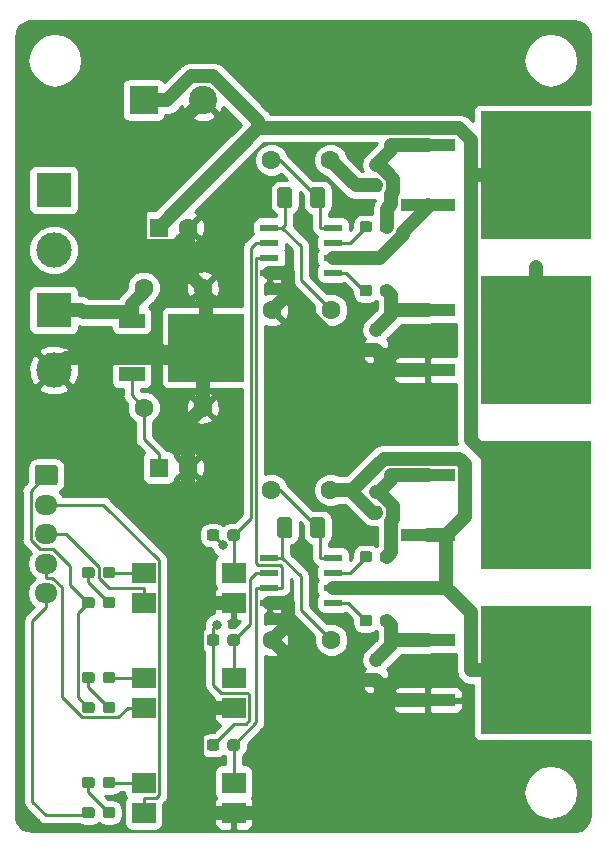
<source format=gtl>
G04 #@! TF.GenerationSoftware,KiCad,Pcbnew,5.0.1-33cea8e~68~ubuntu16.04.1*
G04 #@! TF.CreationDate,2018-11-23T16:55:50+09:00*
G04 #@! TF.ProjectId,BS2103F_photo,425332313033465F70686F746F2E6B69,rev?*
G04 #@! TF.SameCoordinates,Original*
G04 #@! TF.FileFunction,Copper,L1,Top,Signal*
G04 #@! TF.FilePolarity,Positive*
%FSLAX46Y46*%
G04 Gerber Fmt 4.6, Leading zero omitted, Abs format (unit mm)*
G04 Created by KiCad (PCBNEW 5.0.1-33cea8e~68~ubuntu16.04.1) date 2018年11月23日 16時55分50秒*
%MOMM*%
%LPD*%
G01*
G04 APERTURE LIST*
G04 #@! TA.AperFunction,ComponentPad*
%ADD10C,1.600000*%
G04 #@! TD*
G04 #@! TA.AperFunction,ComponentPad*
%ADD11R,1.600000X1.600000*%
G04 #@! TD*
G04 #@! TA.AperFunction,ComponentPad*
%ADD12R,2.400000X2.400000*%
G04 #@! TD*
G04 #@! TA.AperFunction,ComponentPad*
%ADD13C,2.400000*%
G04 #@! TD*
G04 #@! TA.AperFunction,Conductor*
%ADD14C,0.100000*%
G04 #@! TD*
G04 #@! TA.AperFunction,SMDPad,CuDef*
%ADD15C,1.250000*%
G04 #@! TD*
G04 #@! TA.AperFunction,SMDPad,CuDef*
%ADD16C,0.950000*%
G04 #@! TD*
G04 #@! TA.AperFunction,ComponentPad*
%ADD17R,3.000000X3.000000*%
G04 #@! TD*
G04 #@! TA.AperFunction,ComponentPad*
%ADD18C,3.000000*%
G04 #@! TD*
G04 #@! TA.AperFunction,ComponentPad*
%ADD19C,1.700000*%
G04 #@! TD*
G04 #@! TA.AperFunction,ComponentPad*
%ADD20O,1.950000X1.700000*%
G04 #@! TD*
G04 #@! TA.AperFunction,SMDPad,CuDef*
%ADD21R,4.600000X1.100000*%
G04 #@! TD*
G04 #@! TA.AperFunction,SMDPad,CuDef*
%ADD22R,9.400000X10.800000*%
G04 #@! TD*
G04 #@! TA.AperFunction,SMDPad,CuDef*
%ADD23R,2.200000X1.200000*%
G04 #@! TD*
G04 #@! TA.AperFunction,SMDPad,CuDef*
%ADD24R,6.400000X5.800000*%
G04 #@! TD*
G04 #@! TA.AperFunction,SMDPad,CuDef*
%ADD25R,2.000000X1.780000*%
G04 #@! TD*
G04 #@! TA.AperFunction,SMDPad,CuDef*
%ADD26R,1.550000X0.600000*%
G04 #@! TD*
G04 #@! TA.AperFunction,ViaPad*
%ADD27C,0.800000*%
G04 #@! TD*
G04 #@! TA.AperFunction,ViaPad*
%ADD28C,1.000000*%
G04 #@! TD*
G04 #@! TA.AperFunction,Conductor*
%ADD29C,1.200000*%
G04 #@! TD*
G04 #@! TA.AperFunction,Conductor*
%ADD30C,0.250000*%
G04 #@! TD*
G04 #@! TA.AperFunction,Conductor*
%ADD31C,0.254000*%
G04 #@! TD*
G04 APERTURE END LIST*
D10*
G04 #@! TO.P,C1,2*
G04 #@! TO.N,GND*
X140295000Y-83185000D03*
D11*
G04 #@! TO.P,C1,1*
G04 #@! TO.N,24V*
X137795000Y-83185000D03*
G04 #@! TD*
D10*
G04 #@! TO.P,C2,2*
G04 #@! TO.N,GND*
X141525000Y-88265000D03*
G04 #@! TO.P,C2,1*
G04 #@! TO.N,24V*
X136525000Y-88265000D03*
G04 #@! TD*
G04 #@! TO.P,C3,1*
G04 #@! TO.N,Net-(C3-Pad1)*
X136525000Y-98425000D03*
G04 #@! TO.P,C3,2*
G04 #@! TO.N,GND*
X141525000Y-98425000D03*
G04 #@! TD*
D11*
G04 #@! TO.P,C4,1*
G04 #@! TO.N,Net-(C3-Pad1)*
X137795000Y-103505000D03*
D10*
G04 #@! TO.P,C4,2*
G04 #@! TO.N,GND*
X140295000Y-103505000D03*
G04 #@! TD*
G04 #@! TO.P,C5,1*
G04 #@! TO.N,Net-(C3-Pad1)*
X152400000Y-90170000D03*
G04 #@! TO.P,C5,2*
G04 #@! TO.N,GND*
X147400000Y-90170000D03*
G04 #@! TD*
G04 #@! TO.P,C6,2*
G04 #@! TO.N,Motor1*
X152320000Y-77470000D03*
G04 #@! TO.P,C6,1*
G04 #@! TO.N,Net-(C6-Pad1)*
X147320000Y-77470000D03*
G04 #@! TD*
D12*
G04 #@! TO.P,C7,1*
G04 #@! TO.N,24V*
X136525000Y-72390000D03*
D13*
G04 #@! TO.P,C7,2*
G04 #@! TO.N,GND*
X141525000Y-72390000D03*
G04 #@! TD*
D10*
G04 #@! TO.P,C8,1*
G04 #@! TO.N,Net-(C8-Pad1)*
X147320000Y-105410000D03*
G04 #@! TO.P,C8,2*
G04 #@! TO.N,Motor2*
X152320000Y-105410000D03*
G04 #@! TD*
G04 #@! TO.P,C9,2*
G04 #@! TO.N,GND*
X147400000Y-118110000D03*
G04 #@! TO.P,C9,1*
G04 #@! TO.N,Net-(C3-Pad1)*
X152400000Y-118110000D03*
G04 #@! TD*
D14*
G04 #@! TO.N,Net-(C6-Pad1)*
G04 #@! TO.C,D1*
G36*
X151659504Y-79771204D02*
X151683773Y-79774804D01*
X151707571Y-79780765D01*
X151730671Y-79789030D01*
X151752849Y-79799520D01*
X151773893Y-79812133D01*
X151793598Y-79826747D01*
X151811777Y-79843223D01*
X151828253Y-79861402D01*
X151842867Y-79881107D01*
X151855480Y-79902151D01*
X151865970Y-79924329D01*
X151874235Y-79947429D01*
X151880196Y-79971227D01*
X151883796Y-79995496D01*
X151885000Y-80020000D01*
X151885000Y-81270000D01*
X151883796Y-81294504D01*
X151880196Y-81318773D01*
X151874235Y-81342571D01*
X151865970Y-81365671D01*
X151855480Y-81387849D01*
X151842867Y-81408893D01*
X151828253Y-81428598D01*
X151811777Y-81446777D01*
X151793598Y-81463253D01*
X151773893Y-81477867D01*
X151752849Y-81490480D01*
X151730671Y-81500970D01*
X151707571Y-81509235D01*
X151683773Y-81515196D01*
X151659504Y-81518796D01*
X151635000Y-81520000D01*
X150885000Y-81520000D01*
X150860496Y-81518796D01*
X150836227Y-81515196D01*
X150812429Y-81509235D01*
X150789329Y-81500970D01*
X150767151Y-81490480D01*
X150746107Y-81477867D01*
X150726402Y-81463253D01*
X150708223Y-81446777D01*
X150691747Y-81428598D01*
X150677133Y-81408893D01*
X150664520Y-81387849D01*
X150654030Y-81365671D01*
X150645765Y-81342571D01*
X150639804Y-81318773D01*
X150636204Y-81294504D01*
X150635000Y-81270000D01*
X150635000Y-80020000D01*
X150636204Y-79995496D01*
X150639804Y-79971227D01*
X150645765Y-79947429D01*
X150654030Y-79924329D01*
X150664520Y-79902151D01*
X150677133Y-79881107D01*
X150691747Y-79861402D01*
X150708223Y-79843223D01*
X150726402Y-79826747D01*
X150746107Y-79812133D01*
X150767151Y-79799520D01*
X150789329Y-79789030D01*
X150812429Y-79780765D01*
X150836227Y-79774804D01*
X150860496Y-79771204D01*
X150885000Y-79770000D01*
X151635000Y-79770000D01*
X151659504Y-79771204D01*
X151659504Y-79771204D01*
G37*
D15*
G04 #@! TD*
G04 #@! TO.P,D1,1*
G04 #@! TO.N,Net-(C6-Pad1)*
X151260000Y-80645000D03*
D14*
G04 #@! TO.N,Net-(C3-Pad1)*
G04 #@! TO.C,D1*
G36*
X148859504Y-79771204D02*
X148883773Y-79774804D01*
X148907571Y-79780765D01*
X148930671Y-79789030D01*
X148952849Y-79799520D01*
X148973893Y-79812133D01*
X148993598Y-79826747D01*
X149011777Y-79843223D01*
X149028253Y-79861402D01*
X149042867Y-79881107D01*
X149055480Y-79902151D01*
X149065970Y-79924329D01*
X149074235Y-79947429D01*
X149080196Y-79971227D01*
X149083796Y-79995496D01*
X149085000Y-80020000D01*
X149085000Y-81270000D01*
X149083796Y-81294504D01*
X149080196Y-81318773D01*
X149074235Y-81342571D01*
X149065970Y-81365671D01*
X149055480Y-81387849D01*
X149042867Y-81408893D01*
X149028253Y-81428598D01*
X149011777Y-81446777D01*
X148993598Y-81463253D01*
X148973893Y-81477867D01*
X148952849Y-81490480D01*
X148930671Y-81500970D01*
X148907571Y-81509235D01*
X148883773Y-81515196D01*
X148859504Y-81518796D01*
X148835000Y-81520000D01*
X148085000Y-81520000D01*
X148060496Y-81518796D01*
X148036227Y-81515196D01*
X148012429Y-81509235D01*
X147989329Y-81500970D01*
X147967151Y-81490480D01*
X147946107Y-81477867D01*
X147926402Y-81463253D01*
X147908223Y-81446777D01*
X147891747Y-81428598D01*
X147877133Y-81408893D01*
X147864520Y-81387849D01*
X147854030Y-81365671D01*
X147845765Y-81342571D01*
X147839804Y-81318773D01*
X147836204Y-81294504D01*
X147835000Y-81270000D01*
X147835000Y-80020000D01*
X147836204Y-79995496D01*
X147839804Y-79971227D01*
X147845765Y-79947429D01*
X147854030Y-79924329D01*
X147864520Y-79902151D01*
X147877133Y-79881107D01*
X147891747Y-79861402D01*
X147908223Y-79843223D01*
X147926402Y-79826747D01*
X147946107Y-79812133D01*
X147967151Y-79799520D01*
X147989329Y-79789030D01*
X148012429Y-79780765D01*
X148036227Y-79774804D01*
X148060496Y-79771204D01*
X148085000Y-79770000D01*
X148835000Y-79770000D01*
X148859504Y-79771204D01*
X148859504Y-79771204D01*
G37*
D15*
G04 #@! TD*
G04 #@! TO.P,D1,2*
G04 #@! TO.N,Net-(C3-Pad1)*
X148460000Y-80645000D03*
D14*
G04 #@! TO.N,Net-(C3-Pad1)*
G04 #@! TO.C,D2*
G36*
X148859504Y-107711204D02*
X148883773Y-107714804D01*
X148907571Y-107720765D01*
X148930671Y-107729030D01*
X148952849Y-107739520D01*
X148973893Y-107752133D01*
X148993598Y-107766747D01*
X149011777Y-107783223D01*
X149028253Y-107801402D01*
X149042867Y-107821107D01*
X149055480Y-107842151D01*
X149065970Y-107864329D01*
X149074235Y-107887429D01*
X149080196Y-107911227D01*
X149083796Y-107935496D01*
X149085000Y-107960000D01*
X149085000Y-109210000D01*
X149083796Y-109234504D01*
X149080196Y-109258773D01*
X149074235Y-109282571D01*
X149065970Y-109305671D01*
X149055480Y-109327849D01*
X149042867Y-109348893D01*
X149028253Y-109368598D01*
X149011777Y-109386777D01*
X148993598Y-109403253D01*
X148973893Y-109417867D01*
X148952849Y-109430480D01*
X148930671Y-109440970D01*
X148907571Y-109449235D01*
X148883773Y-109455196D01*
X148859504Y-109458796D01*
X148835000Y-109460000D01*
X148085000Y-109460000D01*
X148060496Y-109458796D01*
X148036227Y-109455196D01*
X148012429Y-109449235D01*
X147989329Y-109440970D01*
X147967151Y-109430480D01*
X147946107Y-109417867D01*
X147926402Y-109403253D01*
X147908223Y-109386777D01*
X147891747Y-109368598D01*
X147877133Y-109348893D01*
X147864520Y-109327849D01*
X147854030Y-109305671D01*
X147845765Y-109282571D01*
X147839804Y-109258773D01*
X147836204Y-109234504D01*
X147835000Y-109210000D01*
X147835000Y-107960000D01*
X147836204Y-107935496D01*
X147839804Y-107911227D01*
X147845765Y-107887429D01*
X147854030Y-107864329D01*
X147864520Y-107842151D01*
X147877133Y-107821107D01*
X147891747Y-107801402D01*
X147908223Y-107783223D01*
X147926402Y-107766747D01*
X147946107Y-107752133D01*
X147967151Y-107739520D01*
X147989329Y-107729030D01*
X148012429Y-107720765D01*
X148036227Y-107714804D01*
X148060496Y-107711204D01*
X148085000Y-107710000D01*
X148835000Y-107710000D01*
X148859504Y-107711204D01*
X148859504Y-107711204D01*
G37*
D15*
G04 #@! TD*
G04 #@! TO.P,D2,2*
G04 #@! TO.N,Net-(C3-Pad1)*
X148460000Y-108585000D03*
D14*
G04 #@! TO.N,Net-(C8-Pad1)*
G04 #@! TO.C,D2*
G36*
X151659504Y-107711204D02*
X151683773Y-107714804D01*
X151707571Y-107720765D01*
X151730671Y-107729030D01*
X151752849Y-107739520D01*
X151773893Y-107752133D01*
X151793598Y-107766747D01*
X151811777Y-107783223D01*
X151828253Y-107801402D01*
X151842867Y-107821107D01*
X151855480Y-107842151D01*
X151865970Y-107864329D01*
X151874235Y-107887429D01*
X151880196Y-107911227D01*
X151883796Y-107935496D01*
X151885000Y-107960000D01*
X151885000Y-109210000D01*
X151883796Y-109234504D01*
X151880196Y-109258773D01*
X151874235Y-109282571D01*
X151865970Y-109305671D01*
X151855480Y-109327849D01*
X151842867Y-109348893D01*
X151828253Y-109368598D01*
X151811777Y-109386777D01*
X151793598Y-109403253D01*
X151773893Y-109417867D01*
X151752849Y-109430480D01*
X151730671Y-109440970D01*
X151707571Y-109449235D01*
X151683773Y-109455196D01*
X151659504Y-109458796D01*
X151635000Y-109460000D01*
X150885000Y-109460000D01*
X150860496Y-109458796D01*
X150836227Y-109455196D01*
X150812429Y-109449235D01*
X150789329Y-109440970D01*
X150767151Y-109430480D01*
X150746107Y-109417867D01*
X150726402Y-109403253D01*
X150708223Y-109386777D01*
X150691747Y-109368598D01*
X150677133Y-109348893D01*
X150664520Y-109327849D01*
X150654030Y-109305671D01*
X150645765Y-109282571D01*
X150639804Y-109258773D01*
X150636204Y-109234504D01*
X150635000Y-109210000D01*
X150635000Y-107960000D01*
X150636204Y-107935496D01*
X150639804Y-107911227D01*
X150645765Y-107887429D01*
X150654030Y-107864329D01*
X150664520Y-107842151D01*
X150677133Y-107821107D01*
X150691747Y-107801402D01*
X150708223Y-107783223D01*
X150726402Y-107766747D01*
X150746107Y-107752133D01*
X150767151Y-107739520D01*
X150789329Y-107729030D01*
X150812429Y-107720765D01*
X150836227Y-107714804D01*
X150860496Y-107711204D01*
X150885000Y-107710000D01*
X151635000Y-107710000D01*
X151659504Y-107711204D01*
X151659504Y-107711204D01*
G37*
D15*
G04 #@! TD*
G04 #@! TO.P,D2,1*
G04 #@! TO.N,Net-(C8-Pad1)*
X151260000Y-108585000D03*
D14*
G04 #@! TO.N,Net-(D3-Pad1)*
G04 #@! TO.C,D3*
G36*
X133900779Y-111921144D02*
X133923834Y-111924563D01*
X133946443Y-111930227D01*
X133968387Y-111938079D01*
X133989457Y-111948044D01*
X134009448Y-111960026D01*
X134028168Y-111973910D01*
X134045438Y-111989562D01*
X134061090Y-112006832D01*
X134074974Y-112025552D01*
X134086956Y-112045543D01*
X134096921Y-112066613D01*
X134104773Y-112088557D01*
X134110437Y-112111166D01*
X134113856Y-112134221D01*
X134115000Y-112157500D01*
X134115000Y-112632500D01*
X134113856Y-112655779D01*
X134110437Y-112678834D01*
X134104773Y-112701443D01*
X134096921Y-112723387D01*
X134086956Y-112744457D01*
X134074974Y-112764448D01*
X134061090Y-112783168D01*
X134045438Y-112800438D01*
X134028168Y-112816090D01*
X134009448Y-112829974D01*
X133989457Y-112841956D01*
X133968387Y-112851921D01*
X133946443Y-112859773D01*
X133923834Y-112865437D01*
X133900779Y-112868856D01*
X133877500Y-112870000D01*
X133302500Y-112870000D01*
X133279221Y-112868856D01*
X133256166Y-112865437D01*
X133233557Y-112859773D01*
X133211613Y-112851921D01*
X133190543Y-112841956D01*
X133170552Y-112829974D01*
X133151832Y-112816090D01*
X133134562Y-112800438D01*
X133118910Y-112783168D01*
X133105026Y-112764448D01*
X133093044Y-112744457D01*
X133083079Y-112723387D01*
X133075227Y-112701443D01*
X133069563Y-112678834D01*
X133066144Y-112655779D01*
X133065000Y-112632500D01*
X133065000Y-112157500D01*
X133066144Y-112134221D01*
X133069563Y-112111166D01*
X133075227Y-112088557D01*
X133083079Y-112066613D01*
X133093044Y-112045543D01*
X133105026Y-112025552D01*
X133118910Y-112006832D01*
X133134562Y-111989562D01*
X133151832Y-111973910D01*
X133170552Y-111960026D01*
X133190543Y-111948044D01*
X133211613Y-111938079D01*
X133233557Y-111930227D01*
X133256166Y-111924563D01*
X133279221Y-111921144D01*
X133302500Y-111920000D01*
X133877500Y-111920000D01*
X133900779Y-111921144D01*
X133900779Y-111921144D01*
G37*
D16*
G04 #@! TD*
G04 #@! TO.P,D3,1*
G04 #@! TO.N,Net-(D3-Pad1)*
X133590000Y-112395000D03*
D14*
G04 #@! TO.N,Net-(D3-Pad2)*
G04 #@! TO.C,D3*
G36*
X132150779Y-111921144D02*
X132173834Y-111924563D01*
X132196443Y-111930227D01*
X132218387Y-111938079D01*
X132239457Y-111948044D01*
X132259448Y-111960026D01*
X132278168Y-111973910D01*
X132295438Y-111989562D01*
X132311090Y-112006832D01*
X132324974Y-112025552D01*
X132336956Y-112045543D01*
X132346921Y-112066613D01*
X132354773Y-112088557D01*
X132360437Y-112111166D01*
X132363856Y-112134221D01*
X132365000Y-112157500D01*
X132365000Y-112632500D01*
X132363856Y-112655779D01*
X132360437Y-112678834D01*
X132354773Y-112701443D01*
X132346921Y-112723387D01*
X132336956Y-112744457D01*
X132324974Y-112764448D01*
X132311090Y-112783168D01*
X132295438Y-112800438D01*
X132278168Y-112816090D01*
X132259448Y-112829974D01*
X132239457Y-112841956D01*
X132218387Y-112851921D01*
X132196443Y-112859773D01*
X132173834Y-112865437D01*
X132150779Y-112868856D01*
X132127500Y-112870000D01*
X131552500Y-112870000D01*
X131529221Y-112868856D01*
X131506166Y-112865437D01*
X131483557Y-112859773D01*
X131461613Y-112851921D01*
X131440543Y-112841956D01*
X131420552Y-112829974D01*
X131401832Y-112816090D01*
X131384562Y-112800438D01*
X131368910Y-112783168D01*
X131355026Y-112764448D01*
X131343044Y-112744457D01*
X131333079Y-112723387D01*
X131325227Y-112701443D01*
X131319563Y-112678834D01*
X131316144Y-112655779D01*
X131315000Y-112632500D01*
X131315000Y-112157500D01*
X131316144Y-112134221D01*
X131319563Y-112111166D01*
X131325227Y-112088557D01*
X131333079Y-112066613D01*
X131343044Y-112045543D01*
X131355026Y-112025552D01*
X131368910Y-112006832D01*
X131384562Y-111989562D01*
X131401832Y-111973910D01*
X131420552Y-111960026D01*
X131440543Y-111948044D01*
X131461613Y-111938079D01*
X131483557Y-111930227D01*
X131506166Y-111924563D01*
X131529221Y-111921144D01*
X131552500Y-111920000D01*
X132127500Y-111920000D01*
X132150779Y-111921144D01*
X132150779Y-111921144D01*
G37*
D16*
G04 #@! TD*
G04 #@! TO.P,D3,2*
G04 #@! TO.N,Net-(D3-Pad2)*
X131840000Y-112395000D03*
D14*
G04 #@! TO.N,Net-(D4-Pad2)*
G04 #@! TO.C,D4*
G36*
X132150779Y-120811144D02*
X132173834Y-120814563D01*
X132196443Y-120820227D01*
X132218387Y-120828079D01*
X132239457Y-120838044D01*
X132259448Y-120850026D01*
X132278168Y-120863910D01*
X132295438Y-120879562D01*
X132311090Y-120896832D01*
X132324974Y-120915552D01*
X132336956Y-120935543D01*
X132346921Y-120956613D01*
X132354773Y-120978557D01*
X132360437Y-121001166D01*
X132363856Y-121024221D01*
X132365000Y-121047500D01*
X132365000Y-121522500D01*
X132363856Y-121545779D01*
X132360437Y-121568834D01*
X132354773Y-121591443D01*
X132346921Y-121613387D01*
X132336956Y-121634457D01*
X132324974Y-121654448D01*
X132311090Y-121673168D01*
X132295438Y-121690438D01*
X132278168Y-121706090D01*
X132259448Y-121719974D01*
X132239457Y-121731956D01*
X132218387Y-121741921D01*
X132196443Y-121749773D01*
X132173834Y-121755437D01*
X132150779Y-121758856D01*
X132127500Y-121760000D01*
X131552500Y-121760000D01*
X131529221Y-121758856D01*
X131506166Y-121755437D01*
X131483557Y-121749773D01*
X131461613Y-121741921D01*
X131440543Y-121731956D01*
X131420552Y-121719974D01*
X131401832Y-121706090D01*
X131384562Y-121690438D01*
X131368910Y-121673168D01*
X131355026Y-121654448D01*
X131343044Y-121634457D01*
X131333079Y-121613387D01*
X131325227Y-121591443D01*
X131319563Y-121568834D01*
X131316144Y-121545779D01*
X131315000Y-121522500D01*
X131315000Y-121047500D01*
X131316144Y-121024221D01*
X131319563Y-121001166D01*
X131325227Y-120978557D01*
X131333079Y-120956613D01*
X131343044Y-120935543D01*
X131355026Y-120915552D01*
X131368910Y-120896832D01*
X131384562Y-120879562D01*
X131401832Y-120863910D01*
X131420552Y-120850026D01*
X131440543Y-120838044D01*
X131461613Y-120828079D01*
X131483557Y-120820227D01*
X131506166Y-120814563D01*
X131529221Y-120811144D01*
X131552500Y-120810000D01*
X132127500Y-120810000D01*
X132150779Y-120811144D01*
X132150779Y-120811144D01*
G37*
D16*
G04 #@! TD*
G04 #@! TO.P,D4,2*
G04 #@! TO.N,Net-(D4-Pad2)*
X131840000Y-121285000D03*
D14*
G04 #@! TO.N,Net-(D4-Pad1)*
G04 #@! TO.C,D4*
G36*
X133900779Y-120811144D02*
X133923834Y-120814563D01*
X133946443Y-120820227D01*
X133968387Y-120828079D01*
X133989457Y-120838044D01*
X134009448Y-120850026D01*
X134028168Y-120863910D01*
X134045438Y-120879562D01*
X134061090Y-120896832D01*
X134074974Y-120915552D01*
X134086956Y-120935543D01*
X134096921Y-120956613D01*
X134104773Y-120978557D01*
X134110437Y-121001166D01*
X134113856Y-121024221D01*
X134115000Y-121047500D01*
X134115000Y-121522500D01*
X134113856Y-121545779D01*
X134110437Y-121568834D01*
X134104773Y-121591443D01*
X134096921Y-121613387D01*
X134086956Y-121634457D01*
X134074974Y-121654448D01*
X134061090Y-121673168D01*
X134045438Y-121690438D01*
X134028168Y-121706090D01*
X134009448Y-121719974D01*
X133989457Y-121731956D01*
X133968387Y-121741921D01*
X133946443Y-121749773D01*
X133923834Y-121755437D01*
X133900779Y-121758856D01*
X133877500Y-121760000D01*
X133302500Y-121760000D01*
X133279221Y-121758856D01*
X133256166Y-121755437D01*
X133233557Y-121749773D01*
X133211613Y-121741921D01*
X133190543Y-121731956D01*
X133170552Y-121719974D01*
X133151832Y-121706090D01*
X133134562Y-121690438D01*
X133118910Y-121673168D01*
X133105026Y-121654448D01*
X133093044Y-121634457D01*
X133083079Y-121613387D01*
X133075227Y-121591443D01*
X133069563Y-121568834D01*
X133066144Y-121545779D01*
X133065000Y-121522500D01*
X133065000Y-121047500D01*
X133066144Y-121024221D01*
X133069563Y-121001166D01*
X133075227Y-120978557D01*
X133083079Y-120956613D01*
X133093044Y-120935543D01*
X133105026Y-120915552D01*
X133118910Y-120896832D01*
X133134562Y-120879562D01*
X133151832Y-120863910D01*
X133170552Y-120850026D01*
X133190543Y-120838044D01*
X133211613Y-120828079D01*
X133233557Y-120820227D01*
X133256166Y-120814563D01*
X133279221Y-120811144D01*
X133302500Y-120810000D01*
X133877500Y-120810000D01*
X133900779Y-120811144D01*
X133900779Y-120811144D01*
G37*
D16*
G04 #@! TD*
G04 #@! TO.P,D4,1*
G04 #@! TO.N,Net-(D4-Pad1)*
X133590000Y-121285000D03*
D14*
G04 #@! TO.N,Net-(D5-Pad1)*
G04 #@! TO.C,D5*
G36*
X133900779Y-129701144D02*
X133923834Y-129704563D01*
X133946443Y-129710227D01*
X133968387Y-129718079D01*
X133989457Y-129728044D01*
X134009448Y-129740026D01*
X134028168Y-129753910D01*
X134045438Y-129769562D01*
X134061090Y-129786832D01*
X134074974Y-129805552D01*
X134086956Y-129825543D01*
X134096921Y-129846613D01*
X134104773Y-129868557D01*
X134110437Y-129891166D01*
X134113856Y-129914221D01*
X134115000Y-129937500D01*
X134115000Y-130412500D01*
X134113856Y-130435779D01*
X134110437Y-130458834D01*
X134104773Y-130481443D01*
X134096921Y-130503387D01*
X134086956Y-130524457D01*
X134074974Y-130544448D01*
X134061090Y-130563168D01*
X134045438Y-130580438D01*
X134028168Y-130596090D01*
X134009448Y-130609974D01*
X133989457Y-130621956D01*
X133968387Y-130631921D01*
X133946443Y-130639773D01*
X133923834Y-130645437D01*
X133900779Y-130648856D01*
X133877500Y-130650000D01*
X133302500Y-130650000D01*
X133279221Y-130648856D01*
X133256166Y-130645437D01*
X133233557Y-130639773D01*
X133211613Y-130631921D01*
X133190543Y-130621956D01*
X133170552Y-130609974D01*
X133151832Y-130596090D01*
X133134562Y-130580438D01*
X133118910Y-130563168D01*
X133105026Y-130544448D01*
X133093044Y-130524457D01*
X133083079Y-130503387D01*
X133075227Y-130481443D01*
X133069563Y-130458834D01*
X133066144Y-130435779D01*
X133065000Y-130412500D01*
X133065000Y-129937500D01*
X133066144Y-129914221D01*
X133069563Y-129891166D01*
X133075227Y-129868557D01*
X133083079Y-129846613D01*
X133093044Y-129825543D01*
X133105026Y-129805552D01*
X133118910Y-129786832D01*
X133134562Y-129769562D01*
X133151832Y-129753910D01*
X133170552Y-129740026D01*
X133190543Y-129728044D01*
X133211613Y-129718079D01*
X133233557Y-129710227D01*
X133256166Y-129704563D01*
X133279221Y-129701144D01*
X133302500Y-129700000D01*
X133877500Y-129700000D01*
X133900779Y-129701144D01*
X133900779Y-129701144D01*
G37*
D16*
G04 #@! TD*
G04 #@! TO.P,D5,1*
G04 #@! TO.N,Net-(D5-Pad1)*
X133590000Y-130175000D03*
D14*
G04 #@! TO.N,Net-(D5-Pad2)*
G04 #@! TO.C,D5*
G36*
X132150779Y-129701144D02*
X132173834Y-129704563D01*
X132196443Y-129710227D01*
X132218387Y-129718079D01*
X132239457Y-129728044D01*
X132259448Y-129740026D01*
X132278168Y-129753910D01*
X132295438Y-129769562D01*
X132311090Y-129786832D01*
X132324974Y-129805552D01*
X132336956Y-129825543D01*
X132346921Y-129846613D01*
X132354773Y-129868557D01*
X132360437Y-129891166D01*
X132363856Y-129914221D01*
X132365000Y-129937500D01*
X132365000Y-130412500D01*
X132363856Y-130435779D01*
X132360437Y-130458834D01*
X132354773Y-130481443D01*
X132346921Y-130503387D01*
X132336956Y-130524457D01*
X132324974Y-130544448D01*
X132311090Y-130563168D01*
X132295438Y-130580438D01*
X132278168Y-130596090D01*
X132259448Y-130609974D01*
X132239457Y-130621956D01*
X132218387Y-130631921D01*
X132196443Y-130639773D01*
X132173834Y-130645437D01*
X132150779Y-130648856D01*
X132127500Y-130650000D01*
X131552500Y-130650000D01*
X131529221Y-130648856D01*
X131506166Y-130645437D01*
X131483557Y-130639773D01*
X131461613Y-130631921D01*
X131440543Y-130621956D01*
X131420552Y-130609974D01*
X131401832Y-130596090D01*
X131384562Y-130580438D01*
X131368910Y-130563168D01*
X131355026Y-130544448D01*
X131343044Y-130524457D01*
X131333079Y-130503387D01*
X131325227Y-130481443D01*
X131319563Y-130458834D01*
X131316144Y-130435779D01*
X131315000Y-130412500D01*
X131315000Y-129937500D01*
X131316144Y-129914221D01*
X131319563Y-129891166D01*
X131325227Y-129868557D01*
X131333079Y-129846613D01*
X131343044Y-129825543D01*
X131355026Y-129805552D01*
X131368910Y-129786832D01*
X131384562Y-129769562D01*
X131401832Y-129753910D01*
X131420552Y-129740026D01*
X131440543Y-129728044D01*
X131461613Y-129718079D01*
X131483557Y-129710227D01*
X131506166Y-129704563D01*
X131529221Y-129701144D01*
X131552500Y-129700000D01*
X132127500Y-129700000D01*
X132150779Y-129701144D01*
X132150779Y-129701144D01*
G37*
D16*
G04 #@! TD*
G04 #@! TO.P,D5,2*
G04 #@! TO.N,Net-(D5-Pad2)*
X131840000Y-130175000D03*
D17*
G04 #@! TO.P,J1,1*
G04 #@! TO.N,24V*
X128905000Y-90170000D03*
D18*
G04 #@! TO.P,J1,2*
G04 #@! TO.N,GND*
X128905000Y-95250000D03*
G04 #@! TD*
G04 #@! TO.P,J2,2*
G04 #@! TO.N,Motor2*
X128905000Y-85090000D03*
D17*
G04 #@! TO.P,J2,1*
G04 #@! TO.N,Motor1*
X128905000Y-80010000D03*
G04 #@! TD*
D14*
G04 #@! TO.N,5V*
G04 #@! TO.C,J3*
G36*
X129019504Y-103291204D02*
X129043773Y-103294804D01*
X129067571Y-103300765D01*
X129090671Y-103309030D01*
X129112849Y-103319520D01*
X129133893Y-103332133D01*
X129153598Y-103346747D01*
X129171777Y-103363223D01*
X129188253Y-103381402D01*
X129202867Y-103401107D01*
X129215480Y-103422151D01*
X129225970Y-103444329D01*
X129234235Y-103467429D01*
X129240196Y-103491227D01*
X129243796Y-103515496D01*
X129245000Y-103540000D01*
X129245000Y-104740000D01*
X129243796Y-104764504D01*
X129240196Y-104788773D01*
X129234235Y-104812571D01*
X129225970Y-104835671D01*
X129215480Y-104857849D01*
X129202867Y-104878893D01*
X129188253Y-104898598D01*
X129171777Y-104916777D01*
X129153598Y-104933253D01*
X129133893Y-104947867D01*
X129112849Y-104960480D01*
X129090671Y-104970970D01*
X129067571Y-104979235D01*
X129043773Y-104985196D01*
X129019504Y-104988796D01*
X128995000Y-104990000D01*
X127545000Y-104990000D01*
X127520496Y-104988796D01*
X127496227Y-104985196D01*
X127472429Y-104979235D01*
X127449329Y-104970970D01*
X127427151Y-104960480D01*
X127406107Y-104947867D01*
X127386402Y-104933253D01*
X127368223Y-104916777D01*
X127351747Y-104898598D01*
X127337133Y-104878893D01*
X127324520Y-104857849D01*
X127314030Y-104835671D01*
X127305765Y-104812571D01*
X127299804Y-104788773D01*
X127296204Y-104764504D01*
X127295000Y-104740000D01*
X127295000Y-103540000D01*
X127296204Y-103515496D01*
X127299804Y-103491227D01*
X127305765Y-103467429D01*
X127314030Y-103444329D01*
X127324520Y-103422151D01*
X127337133Y-103401107D01*
X127351747Y-103381402D01*
X127368223Y-103363223D01*
X127386402Y-103346747D01*
X127406107Y-103332133D01*
X127427151Y-103319520D01*
X127449329Y-103309030D01*
X127472429Y-103300765D01*
X127496227Y-103294804D01*
X127520496Y-103291204D01*
X127545000Y-103290000D01*
X128995000Y-103290000D01*
X129019504Y-103291204D01*
X129019504Y-103291204D01*
G37*
D19*
G04 #@! TD*
G04 #@! TO.P,J3,1*
G04 #@! TO.N,5V*
X128270000Y-104140000D03*
D20*
G04 #@! TO.P,J3,2*
G04 #@! TO.N,PINGND*
X128270000Y-106640000D03*
G04 #@! TO.P,J3,3*
G04 #@! TO.N,IN1*
X128270000Y-109140000D03*
G04 #@! TO.P,J3,4*
G04 #@! TO.N,IN2*
X128270000Y-111640000D03*
G04 #@! TO.P,J3,5*
G04 #@! TO.N,ShutDown*
X128270000Y-114140000D03*
G04 #@! TD*
D21*
G04 #@! TO.P,Q1,1*
G04 #@! TO.N,Net-(Q1-Pad1)*
X160595000Y-76200000D03*
G04 #@! TO.P,Q1,3*
G04 #@! TO.N,Motor1*
X160595000Y-81280000D03*
D22*
G04 #@! TO.P,Q1,2*
G04 #@! TO.N,24V*
X169745000Y-78740000D03*
G04 #@! TD*
D21*
G04 #@! TO.P,Q2,1*
G04 #@! TO.N,Net-(Q2-Pad1)*
X160595000Y-90170000D03*
G04 #@! TO.P,Q2,3*
G04 #@! TO.N,GND*
X160595000Y-95250000D03*
D22*
G04 #@! TO.P,Q2,2*
G04 #@! TO.N,Motor1*
X169745000Y-92710000D03*
G04 #@! TD*
G04 #@! TO.P,Q3,2*
G04 #@! TO.N,24V*
X169745000Y-106680000D03*
D21*
G04 #@! TO.P,Q3,3*
G04 #@! TO.N,Motor2*
X160595000Y-109220000D03*
G04 #@! TO.P,Q3,1*
G04 #@! TO.N,Net-(Q3-Pad1)*
X160595000Y-104140000D03*
G04 #@! TD*
D22*
G04 #@! TO.P,Q4,2*
G04 #@! TO.N,Motor2*
X169745000Y-120650000D03*
D21*
G04 #@! TO.P,Q4,3*
G04 #@! TO.N,GND*
X160595000Y-123190000D03*
G04 #@! TO.P,Q4,1*
G04 #@! TO.N,Net-(Q4-Pad1)*
X160595000Y-118110000D03*
G04 #@! TD*
D14*
G04 #@! TO.N,Net-(D3-Pad2)*
G04 #@! TO.C,R1*
G36*
X133900779Y-114461144D02*
X133923834Y-114464563D01*
X133946443Y-114470227D01*
X133968387Y-114478079D01*
X133989457Y-114488044D01*
X134009448Y-114500026D01*
X134028168Y-114513910D01*
X134045438Y-114529562D01*
X134061090Y-114546832D01*
X134074974Y-114565552D01*
X134086956Y-114585543D01*
X134096921Y-114606613D01*
X134104773Y-114628557D01*
X134110437Y-114651166D01*
X134113856Y-114674221D01*
X134115000Y-114697500D01*
X134115000Y-115172500D01*
X134113856Y-115195779D01*
X134110437Y-115218834D01*
X134104773Y-115241443D01*
X134096921Y-115263387D01*
X134086956Y-115284457D01*
X134074974Y-115304448D01*
X134061090Y-115323168D01*
X134045438Y-115340438D01*
X134028168Y-115356090D01*
X134009448Y-115369974D01*
X133989457Y-115381956D01*
X133968387Y-115391921D01*
X133946443Y-115399773D01*
X133923834Y-115405437D01*
X133900779Y-115408856D01*
X133877500Y-115410000D01*
X133302500Y-115410000D01*
X133279221Y-115408856D01*
X133256166Y-115405437D01*
X133233557Y-115399773D01*
X133211613Y-115391921D01*
X133190543Y-115381956D01*
X133170552Y-115369974D01*
X133151832Y-115356090D01*
X133134562Y-115340438D01*
X133118910Y-115323168D01*
X133105026Y-115304448D01*
X133093044Y-115284457D01*
X133083079Y-115263387D01*
X133075227Y-115241443D01*
X133069563Y-115218834D01*
X133066144Y-115195779D01*
X133065000Y-115172500D01*
X133065000Y-114697500D01*
X133066144Y-114674221D01*
X133069563Y-114651166D01*
X133075227Y-114628557D01*
X133083079Y-114606613D01*
X133093044Y-114585543D01*
X133105026Y-114565552D01*
X133118910Y-114546832D01*
X133134562Y-114529562D01*
X133151832Y-114513910D01*
X133170552Y-114500026D01*
X133190543Y-114488044D01*
X133211613Y-114478079D01*
X133233557Y-114470227D01*
X133256166Y-114464563D01*
X133279221Y-114461144D01*
X133302500Y-114460000D01*
X133877500Y-114460000D01*
X133900779Y-114461144D01*
X133900779Y-114461144D01*
G37*
D16*
G04 #@! TD*
G04 #@! TO.P,R1,1*
G04 #@! TO.N,Net-(D3-Pad2)*
X133590000Y-114935000D03*
D14*
G04 #@! TO.N,5V*
G04 #@! TO.C,R1*
G36*
X132150779Y-114461144D02*
X132173834Y-114464563D01*
X132196443Y-114470227D01*
X132218387Y-114478079D01*
X132239457Y-114488044D01*
X132259448Y-114500026D01*
X132278168Y-114513910D01*
X132295438Y-114529562D01*
X132311090Y-114546832D01*
X132324974Y-114565552D01*
X132336956Y-114585543D01*
X132346921Y-114606613D01*
X132354773Y-114628557D01*
X132360437Y-114651166D01*
X132363856Y-114674221D01*
X132365000Y-114697500D01*
X132365000Y-115172500D01*
X132363856Y-115195779D01*
X132360437Y-115218834D01*
X132354773Y-115241443D01*
X132346921Y-115263387D01*
X132336956Y-115284457D01*
X132324974Y-115304448D01*
X132311090Y-115323168D01*
X132295438Y-115340438D01*
X132278168Y-115356090D01*
X132259448Y-115369974D01*
X132239457Y-115381956D01*
X132218387Y-115391921D01*
X132196443Y-115399773D01*
X132173834Y-115405437D01*
X132150779Y-115408856D01*
X132127500Y-115410000D01*
X131552500Y-115410000D01*
X131529221Y-115408856D01*
X131506166Y-115405437D01*
X131483557Y-115399773D01*
X131461613Y-115391921D01*
X131440543Y-115381956D01*
X131420552Y-115369974D01*
X131401832Y-115356090D01*
X131384562Y-115340438D01*
X131368910Y-115323168D01*
X131355026Y-115304448D01*
X131343044Y-115284457D01*
X131333079Y-115263387D01*
X131325227Y-115241443D01*
X131319563Y-115218834D01*
X131316144Y-115195779D01*
X131315000Y-115172500D01*
X131315000Y-114697500D01*
X131316144Y-114674221D01*
X131319563Y-114651166D01*
X131325227Y-114628557D01*
X131333079Y-114606613D01*
X131343044Y-114585543D01*
X131355026Y-114565552D01*
X131368910Y-114546832D01*
X131384562Y-114529562D01*
X131401832Y-114513910D01*
X131420552Y-114500026D01*
X131440543Y-114488044D01*
X131461613Y-114478079D01*
X131483557Y-114470227D01*
X131506166Y-114464563D01*
X131529221Y-114461144D01*
X131552500Y-114460000D01*
X132127500Y-114460000D01*
X132150779Y-114461144D01*
X132150779Y-114461144D01*
G37*
D16*
G04 #@! TD*
G04 #@! TO.P,R1,2*
G04 #@! TO.N,5V*
X131840000Y-114935000D03*
D14*
G04 #@! TO.N,5V*
G04 #@! TO.C,R2*
G36*
X132150779Y-123351144D02*
X132173834Y-123354563D01*
X132196443Y-123360227D01*
X132218387Y-123368079D01*
X132239457Y-123378044D01*
X132259448Y-123390026D01*
X132278168Y-123403910D01*
X132295438Y-123419562D01*
X132311090Y-123436832D01*
X132324974Y-123455552D01*
X132336956Y-123475543D01*
X132346921Y-123496613D01*
X132354773Y-123518557D01*
X132360437Y-123541166D01*
X132363856Y-123564221D01*
X132365000Y-123587500D01*
X132365000Y-124062500D01*
X132363856Y-124085779D01*
X132360437Y-124108834D01*
X132354773Y-124131443D01*
X132346921Y-124153387D01*
X132336956Y-124174457D01*
X132324974Y-124194448D01*
X132311090Y-124213168D01*
X132295438Y-124230438D01*
X132278168Y-124246090D01*
X132259448Y-124259974D01*
X132239457Y-124271956D01*
X132218387Y-124281921D01*
X132196443Y-124289773D01*
X132173834Y-124295437D01*
X132150779Y-124298856D01*
X132127500Y-124300000D01*
X131552500Y-124300000D01*
X131529221Y-124298856D01*
X131506166Y-124295437D01*
X131483557Y-124289773D01*
X131461613Y-124281921D01*
X131440543Y-124271956D01*
X131420552Y-124259974D01*
X131401832Y-124246090D01*
X131384562Y-124230438D01*
X131368910Y-124213168D01*
X131355026Y-124194448D01*
X131343044Y-124174457D01*
X131333079Y-124153387D01*
X131325227Y-124131443D01*
X131319563Y-124108834D01*
X131316144Y-124085779D01*
X131315000Y-124062500D01*
X131315000Y-123587500D01*
X131316144Y-123564221D01*
X131319563Y-123541166D01*
X131325227Y-123518557D01*
X131333079Y-123496613D01*
X131343044Y-123475543D01*
X131355026Y-123455552D01*
X131368910Y-123436832D01*
X131384562Y-123419562D01*
X131401832Y-123403910D01*
X131420552Y-123390026D01*
X131440543Y-123378044D01*
X131461613Y-123368079D01*
X131483557Y-123360227D01*
X131506166Y-123354563D01*
X131529221Y-123351144D01*
X131552500Y-123350000D01*
X132127500Y-123350000D01*
X132150779Y-123351144D01*
X132150779Y-123351144D01*
G37*
D16*
G04 #@! TD*
G04 #@! TO.P,R2,2*
G04 #@! TO.N,5V*
X131840000Y-123825000D03*
D14*
G04 #@! TO.N,Net-(D4-Pad2)*
G04 #@! TO.C,R2*
G36*
X133900779Y-123351144D02*
X133923834Y-123354563D01*
X133946443Y-123360227D01*
X133968387Y-123368079D01*
X133989457Y-123378044D01*
X134009448Y-123390026D01*
X134028168Y-123403910D01*
X134045438Y-123419562D01*
X134061090Y-123436832D01*
X134074974Y-123455552D01*
X134086956Y-123475543D01*
X134096921Y-123496613D01*
X134104773Y-123518557D01*
X134110437Y-123541166D01*
X134113856Y-123564221D01*
X134115000Y-123587500D01*
X134115000Y-124062500D01*
X134113856Y-124085779D01*
X134110437Y-124108834D01*
X134104773Y-124131443D01*
X134096921Y-124153387D01*
X134086956Y-124174457D01*
X134074974Y-124194448D01*
X134061090Y-124213168D01*
X134045438Y-124230438D01*
X134028168Y-124246090D01*
X134009448Y-124259974D01*
X133989457Y-124271956D01*
X133968387Y-124281921D01*
X133946443Y-124289773D01*
X133923834Y-124295437D01*
X133900779Y-124298856D01*
X133877500Y-124300000D01*
X133302500Y-124300000D01*
X133279221Y-124298856D01*
X133256166Y-124295437D01*
X133233557Y-124289773D01*
X133211613Y-124281921D01*
X133190543Y-124271956D01*
X133170552Y-124259974D01*
X133151832Y-124246090D01*
X133134562Y-124230438D01*
X133118910Y-124213168D01*
X133105026Y-124194448D01*
X133093044Y-124174457D01*
X133083079Y-124153387D01*
X133075227Y-124131443D01*
X133069563Y-124108834D01*
X133066144Y-124085779D01*
X133065000Y-124062500D01*
X133065000Y-123587500D01*
X133066144Y-123564221D01*
X133069563Y-123541166D01*
X133075227Y-123518557D01*
X133083079Y-123496613D01*
X133093044Y-123475543D01*
X133105026Y-123455552D01*
X133118910Y-123436832D01*
X133134562Y-123419562D01*
X133151832Y-123403910D01*
X133170552Y-123390026D01*
X133190543Y-123378044D01*
X133211613Y-123368079D01*
X133233557Y-123360227D01*
X133256166Y-123354563D01*
X133279221Y-123351144D01*
X133302500Y-123350000D01*
X133877500Y-123350000D01*
X133900779Y-123351144D01*
X133900779Y-123351144D01*
G37*
D16*
G04 #@! TD*
G04 #@! TO.P,R2,1*
G04 #@! TO.N,Net-(D4-Pad2)*
X133590000Y-123825000D03*
D14*
G04 #@! TO.N,Net-(D5-Pad2)*
G04 #@! TO.C,R3*
G36*
X133900779Y-132241144D02*
X133923834Y-132244563D01*
X133946443Y-132250227D01*
X133968387Y-132258079D01*
X133989457Y-132268044D01*
X134009448Y-132280026D01*
X134028168Y-132293910D01*
X134045438Y-132309562D01*
X134061090Y-132326832D01*
X134074974Y-132345552D01*
X134086956Y-132365543D01*
X134096921Y-132386613D01*
X134104773Y-132408557D01*
X134110437Y-132431166D01*
X134113856Y-132454221D01*
X134115000Y-132477500D01*
X134115000Y-132952500D01*
X134113856Y-132975779D01*
X134110437Y-132998834D01*
X134104773Y-133021443D01*
X134096921Y-133043387D01*
X134086956Y-133064457D01*
X134074974Y-133084448D01*
X134061090Y-133103168D01*
X134045438Y-133120438D01*
X134028168Y-133136090D01*
X134009448Y-133149974D01*
X133989457Y-133161956D01*
X133968387Y-133171921D01*
X133946443Y-133179773D01*
X133923834Y-133185437D01*
X133900779Y-133188856D01*
X133877500Y-133190000D01*
X133302500Y-133190000D01*
X133279221Y-133188856D01*
X133256166Y-133185437D01*
X133233557Y-133179773D01*
X133211613Y-133171921D01*
X133190543Y-133161956D01*
X133170552Y-133149974D01*
X133151832Y-133136090D01*
X133134562Y-133120438D01*
X133118910Y-133103168D01*
X133105026Y-133084448D01*
X133093044Y-133064457D01*
X133083079Y-133043387D01*
X133075227Y-133021443D01*
X133069563Y-132998834D01*
X133066144Y-132975779D01*
X133065000Y-132952500D01*
X133065000Y-132477500D01*
X133066144Y-132454221D01*
X133069563Y-132431166D01*
X133075227Y-132408557D01*
X133083079Y-132386613D01*
X133093044Y-132365543D01*
X133105026Y-132345552D01*
X133118910Y-132326832D01*
X133134562Y-132309562D01*
X133151832Y-132293910D01*
X133170552Y-132280026D01*
X133190543Y-132268044D01*
X133211613Y-132258079D01*
X133233557Y-132250227D01*
X133256166Y-132244563D01*
X133279221Y-132241144D01*
X133302500Y-132240000D01*
X133877500Y-132240000D01*
X133900779Y-132241144D01*
X133900779Y-132241144D01*
G37*
D16*
G04 #@! TD*
G04 #@! TO.P,R3,1*
G04 #@! TO.N,Net-(D5-Pad2)*
X133590000Y-132715000D03*
D14*
G04 #@! TO.N,ShutDown*
G04 #@! TO.C,R3*
G36*
X132150779Y-132241144D02*
X132173834Y-132244563D01*
X132196443Y-132250227D01*
X132218387Y-132258079D01*
X132239457Y-132268044D01*
X132259448Y-132280026D01*
X132278168Y-132293910D01*
X132295438Y-132309562D01*
X132311090Y-132326832D01*
X132324974Y-132345552D01*
X132336956Y-132365543D01*
X132346921Y-132386613D01*
X132354773Y-132408557D01*
X132360437Y-132431166D01*
X132363856Y-132454221D01*
X132365000Y-132477500D01*
X132365000Y-132952500D01*
X132363856Y-132975779D01*
X132360437Y-132998834D01*
X132354773Y-133021443D01*
X132346921Y-133043387D01*
X132336956Y-133064457D01*
X132324974Y-133084448D01*
X132311090Y-133103168D01*
X132295438Y-133120438D01*
X132278168Y-133136090D01*
X132259448Y-133149974D01*
X132239457Y-133161956D01*
X132218387Y-133171921D01*
X132196443Y-133179773D01*
X132173834Y-133185437D01*
X132150779Y-133188856D01*
X132127500Y-133190000D01*
X131552500Y-133190000D01*
X131529221Y-133188856D01*
X131506166Y-133185437D01*
X131483557Y-133179773D01*
X131461613Y-133171921D01*
X131440543Y-133161956D01*
X131420552Y-133149974D01*
X131401832Y-133136090D01*
X131384562Y-133120438D01*
X131368910Y-133103168D01*
X131355026Y-133084448D01*
X131343044Y-133064457D01*
X131333079Y-133043387D01*
X131325227Y-133021443D01*
X131319563Y-132998834D01*
X131316144Y-132975779D01*
X131315000Y-132952500D01*
X131315000Y-132477500D01*
X131316144Y-132454221D01*
X131319563Y-132431166D01*
X131325227Y-132408557D01*
X131333079Y-132386613D01*
X131343044Y-132365543D01*
X131355026Y-132345552D01*
X131368910Y-132326832D01*
X131384562Y-132309562D01*
X131401832Y-132293910D01*
X131420552Y-132280026D01*
X131440543Y-132268044D01*
X131461613Y-132258079D01*
X131483557Y-132250227D01*
X131506166Y-132244563D01*
X131529221Y-132241144D01*
X131552500Y-132240000D01*
X132127500Y-132240000D01*
X132150779Y-132241144D01*
X132150779Y-132241144D01*
G37*
D16*
G04 #@! TD*
G04 #@! TO.P,R3,2*
G04 #@! TO.N,ShutDown*
X131840000Y-132715000D03*
D14*
G04 #@! TO.N,Net-(C3-Pad1)*
G04 #@! TO.C,R10*
G36*
X142705779Y-108746144D02*
X142728834Y-108749563D01*
X142751443Y-108755227D01*
X142773387Y-108763079D01*
X142794457Y-108773044D01*
X142814448Y-108785026D01*
X142833168Y-108798910D01*
X142850438Y-108814562D01*
X142866090Y-108831832D01*
X142879974Y-108850552D01*
X142891956Y-108870543D01*
X142901921Y-108891613D01*
X142909773Y-108913557D01*
X142915437Y-108936166D01*
X142918856Y-108959221D01*
X142920000Y-108982500D01*
X142920000Y-109457500D01*
X142918856Y-109480779D01*
X142915437Y-109503834D01*
X142909773Y-109526443D01*
X142901921Y-109548387D01*
X142891956Y-109569457D01*
X142879974Y-109589448D01*
X142866090Y-109608168D01*
X142850438Y-109625438D01*
X142833168Y-109641090D01*
X142814448Y-109654974D01*
X142794457Y-109666956D01*
X142773387Y-109676921D01*
X142751443Y-109684773D01*
X142728834Y-109690437D01*
X142705779Y-109693856D01*
X142682500Y-109695000D01*
X142107500Y-109695000D01*
X142084221Y-109693856D01*
X142061166Y-109690437D01*
X142038557Y-109684773D01*
X142016613Y-109676921D01*
X141995543Y-109666956D01*
X141975552Y-109654974D01*
X141956832Y-109641090D01*
X141939562Y-109625438D01*
X141923910Y-109608168D01*
X141910026Y-109589448D01*
X141898044Y-109569457D01*
X141888079Y-109548387D01*
X141880227Y-109526443D01*
X141874563Y-109503834D01*
X141871144Y-109480779D01*
X141870000Y-109457500D01*
X141870000Y-108982500D01*
X141871144Y-108959221D01*
X141874563Y-108936166D01*
X141880227Y-108913557D01*
X141888079Y-108891613D01*
X141898044Y-108870543D01*
X141910026Y-108850552D01*
X141923910Y-108831832D01*
X141939562Y-108814562D01*
X141956832Y-108798910D01*
X141975552Y-108785026D01*
X141995543Y-108773044D01*
X142016613Y-108763079D01*
X142038557Y-108755227D01*
X142061166Y-108749563D01*
X142084221Y-108746144D01*
X142107500Y-108745000D01*
X142682500Y-108745000D01*
X142705779Y-108746144D01*
X142705779Y-108746144D01*
G37*
D16*
G04 #@! TD*
G04 #@! TO.P,R10,1*
G04 #@! TO.N,Net-(C3-Pad1)*
X142395000Y-109220000D03*
D14*
G04 #@! TO.N,Net-(R10-Pad2)*
G04 #@! TO.C,R10*
G36*
X144455779Y-108746144D02*
X144478834Y-108749563D01*
X144501443Y-108755227D01*
X144523387Y-108763079D01*
X144544457Y-108773044D01*
X144564448Y-108785026D01*
X144583168Y-108798910D01*
X144600438Y-108814562D01*
X144616090Y-108831832D01*
X144629974Y-108850552D01*
X144641956Y-108870543D01*
X144651921Y-108891613D01*
X144659773Y-108913557D01*
X144665437Y-108936166D01*
X144668856Y-108959221D01*
X144670000Y-108982500D01*
X144670000Y-109457500D01*
X144668856Y-109480779D01*
X144665437Y-109503834D01*
X144659773Y-109526443D01*
X144651921Y-109548387D01*
X144641956Y-109569457D01*
X144629974Y-109589448D01*
X144616090Y-109608168D01*
X144600438Y-109625438D01*
X144583168Y-109641090D01*
X144564448Y-109654974D01*
X144544457Y-109666956D01*
X144523387Y-109676921D01*
X144501443Y-109684773D01*
X144478834Y-109690437D01*
X144455779Y-109693856D01*
X144432500Y-109695000D01*
X143857500Y-109695000D01*
X143834221Y-109693856D01*
X143811166Y-109690437D01*
X143788557Y-109684773D01*
X143766613Y-109676921D01*
X143745543Y-109666956D01*
X143725552Y-109654974D01*
X143706832Y-109641090D01*
X143689562Y-109625438D01*
X143673910Y-109608168D01*
X143660026Y-109589448D01*
X143648044Y-109569457D01*
X143638079Y-109548387D01*
X143630227Y-109526443D01*
X143624563Y-109503834D01*
X143621144Y-109480779D01*
X143620000Y-109457500D01*
X143620000Y-108982500D01*
X143621144Y-108959221D01*
X143624563Y-108936166D01*
X143630227Y-108913557D01*
X143638079Y-108891613D01*
X143648044Y-108870543D01*
X143660026Y-108850552D01*
X143673910Y-108831832D01*
X143689562Y-108814562D01*
X143706832Y-108798910D01*
X143725552Y-108785026D01*
X143745543Y-108773044D01*
X143766613Y-108763079D01*
X143788557Y-108755227D01*
X143811166Y-108749563D01*
X143834221Y-108746144D01*
X143857500Y-108745000D01*
X144432500Y-108745000D01*
X144455779Y-108746144D01*
X144455779Y-108746144D01*
G37*
D16*
G04 #@! TD*
G04 #@! TO.P,R10,2*
G04 #@! TO.N,Net-(R10-Pad2)*
X144145000Y-109220000D03*
D14*
G04 #@! TO.N,Net-(C3-Pad1)*
G04 #@! TO.C,R11*
G36*
X142705779Y-117636144D02*
X142728834Y-117639563D01*
X142751443Y-117645227D01*
X142773387Y-117653079D01*
X142794457Y-117663044D01*
X142814448Y-117675026D01*
X142833168Y-117688910D01*
X142850438Y-117704562D01*
X142866090Y-117721832D01*
X142879974Y-117740552D01*
X142891956Y-117760543D01*
X142901921Y-117781613D01*
X142909773Y-117803557D01*
X142915437Y-117826166D01*
X142918856Y-117849221D01*
X142920000Y-117872500D01*
X142920000Y-118347500D01*
X142918856Y-118370779D01*
X142915437Y-118393834D01*
X142909773Y-118416443D01*
X142901921Y-118438387D01*
X142891956Y-118459457D01*
X142879974Y-118479448D01*
X142866090Y-118498168D01*
X142850438Y-118515438D01*
X142833168Y-118531090D01*
X142814448Y-118544974D01*
X142794457Y-118556956D01*
X142773387Y-118566921D01*
X142751443Y-118574773D01*
X142728834Y-118580437D01*
X142705779Y-118583856D01*
X142682500Y-118585000D01*
X142107500Y-118585000D01*
X142084221Y-118583856D01*
X142061166Y-118580437D01*
X142038557Y-118574773D01*
X142016613Y-118566921D01*
X141995543Y-118556956D01*
X141975552Y-118544974D01*
X141956832Y-118531090D01*
X141939562Y-118515438D01*
X141923910Y-118498168D01*
X141910026Y-118479448D01*
X141898044Y-118459457D01*
X141888079Y-118438387D01*
X141880227Y-118416443D01*
X141874563Y-118393834D01*
X141871144Y-118370779D01*
X141870000Y-118347500D01*
X141870000Y-117872500D01*
X141871144Y-117849221D01*
X141874563Y-117826166D01*
X141880227Y-117803557D01*
X141888079Y-117781613D01*
X141898044Y-117760543D01*
X141910026Y-117740552D01*
X141923910Y-117721832D01*
X141939562Y-117704562D01*
X141956832Y-117688910D01*
X141975552Y-117675026D01*
X141995543Y-117663044D01*
X142016613Y-117653079D01*
X142038557Y-117645227D01*
X142061166Y-117639563D01*
X142084221Y-117636144D01*
X142107500Y-117635000D01*
X142682500Y-117635000D01*
X142705779Y-117636144D01*
X142705779Y-117636144D01*
G37*
D16*
G04 #@! TD*
G04 #@! TO.P,R11,1*
G04 #@! TO.N,Net-(C3-Pad1)*
X142395000Y-118110000D03*
D14*
G04 #@! TO.N,Net-(R11-Pad2)*
G04 #@! TO.C,R11*
G36*
X144455779Y-117636144D02*
X144478834Y-117639563D01*
X144501443Y-117645227D01*
X144523387Y-117653079D01*
X144544457Y-117663044D01*
X144564448Y-117675026D01*
X144583168Y-117688910D01*
X144600438Y-117704562D01*
X144616090Y-117721832D01*
X144629974Y-117740552D01*
X144641956Y-117760543D01*
X144651921Y-117781613D01*
X144659773Y-117803557D01*
X144665437Y-117826166D01*
X144668856Y-117849221D01*
X144670000Y-117872500D01*
X144670000Y-118347500D01*
X144668856Y-118370779D01*
X144665437Y-118393834D01*
X144659773Y-118416443D01*
X144651921Y-118438387D01*
X144641956Y-118459457D01*
X144629974Y-118479448D01*
X144616090Y-118498168D01*
X144600438Y-118515438D01*
X144583168Y-118531090D01*
X144564448Y-118544974D01*
X144544457Y-118556956D01*
X144523387Y-118566921D01*
X144501443Y-118574773D01*
X144478834Y-118580437D01*
X144455779Y-118583856D01*
X144432500Y-118585000D01*
X143857500Y-118585000D01*
X143834221Y-118583856D01*
X143811166Y-118580437D01*
X143788557Y-118574773D01*
X143766613Y-118566921D01*
X143745543Y-118556956D01*
X143725552Y-118544974D01*
X143706832Y-118531090D01*
X143689562Y-118515438D01*
X143673910Y-118498168D01*
X143660026Y-118479448D01*
X143648044Y-118459457D01*
X143638079Y-118438387D01*
X143630227Y-118416443D01*
X143624563Y-118393834D01*
X143621144Y-118370779D01*
X143620000Y-118347500D01*
X143620000Y-117872500D01*
X143621144Y-117849221D01*
X143624563Y-117826166D01*
X143630227Y-117803557D01*
X143638079Y-117781613D01*
X143648044Y-117760543D01*
X143660026Y-117740552D01*
X143673910Y-117721832D01*
X143689562Y-117704562D01*
X143706832Y-117688910D01*
X143725552Y-117675026D01*
X143745543Y-117663044D01*
X143766613Y-117653079D01*
X143788557Y-117645227D01*
X143811166Y-117639563D01*
X143834221Y-117636144D01*
X143857500Y-117635000D01*
X144432500Y-117635000D01*
X144455779Y-117636144D01*
X144455779Y-117636144D01*
G37*
D16*
G04 #@! TD*
G04 #@! TO.P,R11,2*
G04 #@! TO.N,Net-(R11-Pad2)*
X144145000Y-118110000D03*
D14*
G04 #@! TO.N,Net-(R12-Pad2)*
G04 #@! TO.C,R12*
G36*
X144455779Y-126526144D02*
X144478834Y-126529563D01*
X144501443Y-126535227D01*
X144523387Y-126543079D01*
X144544457Y-126553044D01*
X144564448Y-126565026D01*
X144583168Y-126578910D01*
X144600438Y-126594562D01*
X144616090Y-126611832D01*
X144629974Y-126630552D01*
X144641956Y-126650543D01*
X144651921Y-126671613D01*
X144659773Y-126693557D01*
X144665437Y-126716166D01*
X144668856Y-126739221D01*
X144670000Y-126762500D01*
X144670000Y-127237500D01*
X144668856Y-127260779D01*
X144665437Y-127283834D01*
X144659773Y-127306443D01*
X144651921Y-127328387D01*
X144641956Y-127349457D01*
X144629974Y-127369448D01*
X144616090Y-127388168D01*
X144600438Y-127405438D01*
X144583168Y-127421090D01*
X144564448Y-127434974D01*
X144544457Y-127446956D01*
X144523387Y-127456921D01*
X144501443Y-127464773D01*
X144478834Y-127470437D01*
X144455779Y-127473856D01*
X144432500Y-127475000D01*
X143857500Y-127475000D01*
X143834221Y-127473856D01*
X143811166Y-127470437D01*
X143788557Y-127464773D01*
X143766613Y-127456921D01*
X143745543Y-127446956D01*
X143725552Y-127434974D01*
X143706832Y-127421090D01*
X143689562Y-127405438D01*
X143673910Y-127388168D01*
X143660026Y-127369448D01*
X143648044Y-127349457D01*
X143638079Y-127328387D01*
X143630227Y-127306443D01*
X143624563Y-127283834D01*
X143621144Y-127260779D01*
X143620000Y-127237500D01*
X143620000Y-126762500D01*
X143621144Y-126739221D01*
X143624563Y-126716166D01*
X143630227Y-126693557D01*
X143638079Y-126671613D01*
X143648044Y-126650543D01*
X143660026Y-126630552D01*
X143673910Y-126611832D01*
X143689562Y-126594562D01*
X143706832Y-126578910D01*
X143725552Y-126565026D01*
X143745543Y-126553044D01*
X143766613Y-126543079D01*
X143788557Y-126535227D01*
X143811166Y-126529563D01*
X143834221Y-126526144D01*
X143857500Y-126525000D01*
X144432500Y-126525000D01*
X144455779Y-126526144D01*
X144455779Y-126526144D01*
G37*
D16*
G04 #@! TD*
G04 #@! TO.P,R12,2*
G04 #@! TO.N,Net-(R12-Pad2)*
X144145000Y-127000000D03*
D14*
G04 #@! TO.N,Net-(C3-Pad1)*
G04 #@! TO.C,R12*
G36*
X142705779Y-126526144D02*
X142728834Y-126529563D01*
X142751443Y-126535227D01*
X142773387Y-126543079D01*
X142794457Y-126553044D01*
X142814448Y-126565026D01*
X142833168Y-126578910D01*
X142850438Y-126594562D01*
X142866090Y-126611832D01*
X142879974Y-126630552D01*
X142891956Y-126650543D01*
X142901921Y-126671613D01*
X142909773Y-126693557D01*
X142915437Y-126716166D01*
X142918856Y-126739221D01*
X142920000Y-126762500D01*
X142920000Y-127237500D01*
X142918856Y-127260779D01*
X142915437Y-127283834D01*
X142909773Y-127306443D01*
X142901921Y-127328387D01*
X142891956Y-127349457D01*
X142879974Y-127369448D01*
X142866090Y-127388168D01*
X142850438Y-127405438D01*
X142833168Y-127421090D01*
X142814448Y-127434974D01*
X142794457Y-127446956D01*
X142773387Y-127456921D01*
X142751443Y-127464773D01*
X142728834Y-127470437D01*
X142705779Y-127473856D01*
X142682500Y-127475000D01*
X142107500Y-127475000D01*
X142084221Y-127473856D01*
X142061166Y-127470437D01*
X142038557Y-127464773D01*
X142016613Y-127456921D01*
X141995543Y-127446956D01*
X141975552Y-127434974D01*
X141956832Y-127421090D01*
X141939562Y-127405438D01*
X141923910Y-127388168D01*
X141910026Y-127369448D01*
X141898044Y-127349457D01*
X141888079Y-127328387D01*
X141880227Y-127306443D01*
X141874563Y-127283834D01*
X141871144Y-127260779D01*
X141870000Y-127237500D01*
X141870000Y-126762500D01*
X141871144Y-126739221D01*
X141874563Y-126716166D01*
X141880227Y-126693557D01*
X141888079Y-126671613D01*
X141898044Y-126650543D01*
X141910026Y-126630552D01*
X141923910Y-126611832D01*
X141939562Y-126594562D01*
X141956832Y-126578910D01*
X141975552Y-126565026D01*
X141995543Y-126553044D01*
X142016613Y-126543079D01*
X142038557Y-126535227D01*
X142061166Y-126529563D01*
X142084221Y-126526144D01*
X142107500Y-126525000D01*
X142682500Y-126525000D01*
X142705779Y-126526144D01*
X142705779Y-126526144D01*
G37*
D16*
G04 #@! TD*
G04 #@! TO.P,R12,1*
G04 #@! TO.N,Net-(C3-Pad1)*
X142395000Y-127000000D03*
D14*
G04 #@! TO.N,Net-(Q1-Pad1)*
G04 #@! TO.C,R13*
G36*
X157395779Y-82647644D02*
X157418834Y-82651063D01*
X157441443Y-82656727D01*
X157463387Y-82664579D01*
X157484457Y-82674544D01*
X157504448Y-82686526D01*
X157523168Y-82700410D01*
X157540438Y-82716062D01*
X157556090Y-82733332D01*
X157569974Y-82752052D01*
X157581956Y-82772043D01*
X157591921Y-82793113D01*
X157599773Y-82815057D01*
X157605437Y-82837666D01*
X157608856Y-82860721D01*
X157610000Y-82884000D01*
X157610000Y-83359000D01*
X157608856Y-83382279D01*
X157605437Y-83405334D01*
X157599773Y-83427943D01*
X157591921Y-83449887D01*
X157581956Y-83470957D01*
X157569974Y-83490948D01*
X157556090Y-83509668D01*
X157540438Y-83526938D01*
X157523168Y-83542590D01*
X157504448Y-83556474D01*
X157484457Y-83568456D01*
X157463387Y-83578421D01*
X157441443Y-83586273D01*
X157418834Y-83591937D01*
X157395779Y-83595356D01*
X157372500Y-83596500D01*
X156797500Y-83596500D01*
X156774221Y-83595356D01*
X156751166Y-83591937D01*
X156728557Y-83586273D01*
X156706613Y-83578421D01*
X156685543Y-83568456D01*
X156665552Y-83556474D01*
X156646832Y-83542590D01*
X156629562Y-83526938D01*
X156613910Y-83509668D01*
X156600026Y-83490948D01*
X156588044Y-83470957D01*
X156578079Y-83449887D01*
X156570227Y-83427943D01*
X156564563Y-83405334D01*
X156561144Y-83382279D01*
X156560000Y-83359000D01*
X156560000Y-82884000D01*
X156561144Y-82860721D01*
X156564563Y-82837666D01*
X156570227Y-82815057D01*
X156578079Y-82793113D01*
X156588044Y-82772043D01*
X156600026Y-82752052D01*
X156613910Y-82733332D01*
X156629562Y-82716062D01*
X156646832Y-82700410D01*
X156665552Y-82686526D01*
X156685543Y-82674544D01*
X156706613Y-82664579D01*
X156728557Y-82656727D01*
X156751166Y-82651063D01*
X156774221Y-82647644D01*
X156797500Y-82646500D01*
X157372500Y-82646500D01*
X157395779Y-82647644D01*
X157395779Y-82647644D01*
G37*
D16*
G04 #@! TD*
G04 #@! TO.P,R13,1*
G04 #@! TO.N,Net-(Q1-Pad1)*
X157085000Y-83121500D03*
D14*
G04 #@! TO.N,Net-(R13-Pad2)*
G04 #@! TO.C,R13*
G36*
X155645779Y-82647644D02*
X155668834Y-82651063D01*
X155691443Y-82656727D01*
X155713387Y-82664579D01*
X155734457Y-82674544D01*
X155754448Y-82686526D01*
X155773168Y-82700410D01*
X155790438Y-82716062D01*
X155806090Y-82733332D01*
X155819974Y-82752052D01*
X155831956Y-82772043D01*
X155841921Y-82793113D01*
X155849773Y-82815057D01*
X155855437Y-82837666D01*
X155858856Y-82860721D01*
X155860000Y-82884000D01*
X155860000Y-83359000D01*
X155858856Y-83382279D01*
X155855437Y-83405334D01*
X155849773Y-83427943D01*
X155841921Y-83449887D01*
X155831956Y-83470957D01*
X155819974Y-83490948D01*
X155806090Y-83509668D01*
X155790438Y-83526938D01*
X155773168Y-83542590D01*
X155754448Y-83556474D01*
X155734457Y-83568456D01*
X155713387Y-83578421D01*
X155691443Y-83586273D01*
X155668834Y-83591937D01*
X155645779Y-83595356D01*
X155622500Y-83596500D01*
X155047500Y-83596500D01*
X155024221Y-83595356D01*
X155001166Y-83591937D01*
X154978557Y-83586273D01*
X154956613Y-83578421D01*
X154935543Y-83568456D01*
X154915552Y-83556474D01*
X154896832Y-83542590D01*
X154879562Y-83526938D01*
X154863910Y-83509668D01*
X154850026Y-83490948D01*
X154838044Y-83470957D01*
X154828079Y-83449887D01*
X154820227Y-83427943D01*
X154814563Y-83405334D01*
X154811144Y-83382279D01*
X154810000Y-83359000D01*
X154810000Y-82884000D01*
X154811144Y-82860721D01*
X154814563Y-82837666D01*
X154820227Y-82815057D01*
X154828079Y-82793113D01*
X154838044Y-82772043D01*
X154850026Y-82752052D01*
X154863910Y-82733332D01*
X154879562Y-82716062D01*
X154896832Y-82700410D01*
X154915552Y-82686526D01*
X154935543Y-82674544D01*
X154956613Y-82664579D01*
X154978557Y-82656727D01*
X155001166Y-82651063D01*
X155024221Y-82647644D01*
X155047500Y-82646500D01*
X155622500Y-82646500D01*
X155645779Y-82647644D01*
X155645779Y-82647644D01*
G37*
D16*
G04 #@! TD*
G04 #@! TO.P,R13,2*
G04 #@! TO.N,Net-(R13-Pad2)*
X155335000Y-83121500D03*
D14*
G04 #@! TO.N,Net-(R14-Pad2)*
G04 #@! TO.C,R14*
G36*
X155645779Y-88045144D02*
X155668834Y-88048563D01*
X155691443Y-88054227D01*
X155713387Y-88062079D01*
X155734457Y-88072044D01*
X155754448Y-88084026D01*
X155773168Y-88097910D01*
X155790438Y-88113562D01*
X155806090Y-88130832D01*
X155819974Y-88149552D01*
X155831956Y-88169543D01*
X155841921Y-88190613D01*
X155849773Y-88212557D01*
X155855437Y-88235166D01*
X155858856Y-88258221D01*
X155860000Y-88281500D01*
X155860000Y-88756500D01*
X155858856Y-88779779D01*
X155855437Y-88802834D01*
X155849773Y-88825443D01*
X155841921Y-88847387D01*
X155831956Y-88868457D01*
X155819974Y-88888448D01*
X155806090Y-88907168D01*
X155790438Y-88924438D01*
X155773168Y-88940090D01*
X155754448Y-88953974D01*
X155734457Y-88965956D01*
X155713387Y-88975921D01*
X155691443Y-88983773D01*
X155668834Y-88989437D01*
X155645779Y-88992856D01*
X155622500Y-88994000D01*
X155047500Y-88994000D01*
X155024221Y-88992856D01*
X155001166Y-88989437D01*
X154978557Y-88983773D01*
X154956613Y-88975921D01*
X154935543Y-88965956D01*
X154915552Y-88953974D01*
X154896832Y-88940090D01*
X154879562Y-88924438D01*
X154863910Y-88907168D01*
X154850026Y-88888448D01*
X154838044Y-88868457D01*
X154828079Y-88847387D01*
X154820227Y-88825443D01*
X154814563Y-88802834D01*
X154811144Y-88779779D01*
X154810000Y-88756500D01*
X154810000Y-88281500D01*
X154811144Y-88258221D01*
X154814563Y-88235166D01*
X154820227Y-88212557D01*
X154828079Y-88190613D01*
X154838044Y-88169543D01*
X154850026Y-88149552D01*
X154863910Y-88130832D01*
X154879562Y-88113562D01*
X154896832Y-88097910D01*
X154915552Y-88084026D01*
X154935543Y-88072044D01*
X154956613Y-88062079D01*
X154978557Y-88054227D01*
X155001166Y-88048563D01*
X155024221Y-88045144D01*
X155047500Y-88044000D01*
X155622500Y-88044000D01*
X155645779Y-88045144D01*
X155645779Y-88045144D01*
G37*
D16*
G04 #@! TD*
G04 #@! TO.P,R14,2*
G04 #@! TO.N,Net-(R14-Pad2)*
X155335000Y-88519000D03*
D14*
G04 #@! TO.N,Net-(Q2-Pad1)*
G04 #@! TO.C,R14*
G36*
X157395779Y-88045144D02*
X157418834Y-88048563D01*
X157441443Y-88054227D01*
X157463387Y-88062079D01*
X157484457Y-88072044D01*
X157504448Y-88084026D01*
X157523168Y-88097910D01*
X157540438Y-88113562D01*
X157556090Y-88130832D01*
X157569974Y-88149552D01*
X157581956Y-88169543D01*
X157591921Y-88190613D01*
X157599773Y-88212557D01*
X157605437Y-88235166D01*
X157608856Y-88258221D01*
X157610000Y-88281500D01*
X157610000Y-88756500D01*
X157608856Y-88779779D01*
X157605437Y-88802834D01*
X157599773Y-88825443D01*
X157591921Y-88847387D01*
X157581956Y-88868457D01*
X157569974Y-88888448D01*
X157556090Y-88907168D01*
X157540438Y-88924438D01*
X157523168Y-88940090D01*
X157504448Y-88953974D01*
X157484457Y-88965956D01*
X157463387Y-88975921D01*
X157441443Y-88983773D01*
X157418834Y-88989437D01*
X157395779Y-88992856D01*
X157372500Y-88994000D01*
X156797500Y-88994000D01*
X156774221Y-88992856D01*
X156751166Y-88989437D01*
X156728557Y-88983773D01*
X156706613Y-88975921D01*
X156685543Y-88965956D01*
X156665552Y-88953974D01*
X156646832Y-88940090D01*
X156629562Y-88924438D01*
X156613910Y-88907168D01*
X156600026Y-88888448D01*
X156588044Y-88868457D01*
X156578079Y-88847387D01*
X156570227Y-88825443D01*
X156564563Y-88802834D01*
X156561144Y-88779779D01*
X156560000Y-88756500D01*
X156560000Y-88281500D01*
X156561144Y-88258221D01*
X156564563Y-88235166D01*
X156570227Y-88212557D01*
X156578079Y-88190613D01*
X156588044Y-88169543D01*
X156600026Y-88149552D01*
X156613910Y-88130832D01*
X156629562Y-88113562D01*
X156646832Y-88097910D01*
X156665552Y-88084026D01*
X156685543Y-88072044D01*
X156706613Y-88062079D01*
X156728557Y-88054227D01*
X156751166Y-88048563D01*
X156774221Y-88045144D01*
X156797500Y-88044000D01*
X157372500Y-88044000D01*
X157395779Y-88045144D01*
X157395779Y-88045144D01*
G37*
D16*
G04 #@! TD*
G04 #@! TO.P,R14,1*
G04 #@! TO.N,Net-(Q2-Pad1)*
X157085000Y-88519000D03*
D14*
G04 #@! TO.N,Net-(Q1-Pad1)*
G04 #@! TO.C,R15*
G36*
X156470779Y-77341144D02*
X156493834Y-77344563D01*
X156516443Y-77350227D01*
X156538387Y-77358079D01*
X156559457Y-77368044D01*
X156579448Y-77380026D01*
X156598168Y-77393910D01*
X156615438Y-77409562D01*
X156631090Y-77426832D01*
X156644974Y-77445552D01*
X156656956Y-77465543D01*
X156666921Y-77486613D01*
X156674773Y-77508557D01*
X156680437Y-77531166D01*
X156683856Y-77554221D01*
X156685000Y-77577500D01*
X156685000Y-78152500D01*
X156683856Y-78175779D01*
X156680437Y-78198834D01*
X156674773Y-78221443D01*
X156666921Y-78243387D01*
X156656956Y-78264457D01*
X156644974Y-78284448D01*
X156631090Y-78303168D01*
X156615438Y-78320438D01*
X156598168Y-78336090D01*
X156579448Y-78349974D01*
X156559457Y-78361956D01*
X156538387Y-78371921D01*
X156516443Y-78379773D01*
X156493834Y-78385437D01*
X156470779Y-78388856D01*
X156447500Y-78390000D01*
X155972500Y-78390000D01*
X155949221Y-78388856D01*
X155926166Y-78385437D01*
X155903557Y-78379773D01*
X155881613Y-78371921D01*
X155860543Y-78361956D01*
X155840552Y-78349974D01*
X155821832Y-78336090D01*
X155804562Y-78320438D01*
X155788910Y-78303168D01*
X155775026Y-78284448D01*
X155763044Y-78264457D01*
X155753079Y-78243387D01*
X155745227Y-78221443D01*
X155739563Y-78198834D01*
X155736144Y-78175779D01*
X155735000Y-78152500D01*
X155735000Y-77577500D01*
X155736144Y-77554221D01*
X155739563Y-77531166D01*
X155745227Y-77508557D01*
X155753079Y-77486613D01*
X155763044Y-77465543D01*
X155775026Y-77445552D01*
X155788910Y-77426832D01*
X155804562Y-77409562D01*
X155821832Y-77393910D01*
X155840552Y-77380026D01*
X155860543Y-77368044D01*
X155881613Y-77358079D01*
X155903557Y-77350227D01*
X155926166Y-77344563D01*
X155949221Y-77341144D01*
X155972500Y-77340000D01*
X156447500Y-77340000D01*
X156470779Y-77341144D01*
X156470779Y-77341144D01*
G37*
D16*
G04 #@! TD*
G04 #@! TO.P,R15,2*
G04 #@! TO.N,Net-(Q1-Pad1)*
X156210000Y-77865000D03*
D14*
G04 #@! TO.N,Motor1*
G04 #@! TO.C,R15*
G36*
X156470779Y-79091144D02*
X156493834Y-79094563D01*
X156516443Y-79100227D01*
X156538387Y-79108079D01*
X156559457Y-79118044D01*
X156579448Y-79130026D01*
X156598168Y-79143910D01*
X156615438Y-79159562D01*
X156631090Y-79176832D01*
X156644974Y-79195552D01*
X156656956Y-79215543D01*
X156666921Y-79236613D01*
X156674773Y-79258557D01*
X156680437Y-79281166D01*
X156683856Y-79304221D01*
X156685000Y-79327500D01*
X156685000Y-79902500D01*
X156683856Y-79925779D01*
X156680437Y-79948834D01*
X156674773Y-79971443D01*
X156666921Y-79993387D01*
X156656956Y-80014457D01*
X156644974Y-80034448D01*
X156631090Y-80053168D01*
X156615438Y-80070438D01*
X156598168Y-80086090D01*
X156579448Y-80099974D01*
X156559457Y-80111956D01*
X156538387Y-80121921D01*
X156516443Y-80129773D01*
X156493834Y-80135437D01*
X156470779Y-80138856D01*
X156447500Y-80140000D01*
X155972500Y-80140000D01*
X155949221Y-80138856D01*
X155926166Y-80135437D01*
X155903557Y-80129773D01*
X155881613Y-80121921D01*
X155860543Y-80111956D01*
X155840552Y-80099974D01*
X155821832Y-80086090D01*
X155804562Y-80070438D01*
X155788910Y-80053168D01*
X155775026Y-80034448D01*
X155763044Y-80014457D01*
X155753079Y-79993387D01*
X155745227Y-79971443D01*
X155739563Y-79948834D01*
X155736144Y-79925779D01*
X155735000Y-79902500D01*
X155735000Y-79327500D01*
X155736144Y-79304221D01*
X155739563Y-79281166D01*
X155745227Y-79258557D01*
X155753079Y-79236613D01*
X155763044Y-79215543D01*
X155775026Y-79195552D01*
X155788910Y-79176832D01*
X155804562Y-79159562D01*
X155821832Y-79143910D01*
X155840552Y-79130026D01*
X155860543Y-79118044D01*
X155881613Y-79108079D01*
X155903557Y-79100227D01*
X155926166Y-79094563D01*
X155949221Y-79091144D01*
X155972500Y-79090000D01*
X156447500Y-79090000D01*
X156470779Y-79091144D01*
X156470779Y-79091144D01*
G37*
D16*
G04 #@! TD*
G04 #@! TO.P,R15,1*
G04 #@! TO.N,Motor1*
X156210000Y-79615000D03*
D14*
G04 #@! TO.N,GND*
G04 #@! TO.C,R16*
G36*
X156470779Y-93061144D02*
X156493834Y-93064563D01*
X156516443Y-93070227D01*
X156538387Y-93078079D01*
X156559457Y-93088044D01*
X156579448Y-93100026D01*
X156598168Y-93113910D01*
X156615438Y-93129562D01*
X156631090Y-93146832D01*
X156644974Y-93165552D01*
X156656956Y-93185543D01*
X156666921Y-93206613D01*
X156674773Y-93228557D01*
X156680437Y-93251166D01*
X156683856Y-93274221D01*
X156685000Y-93297500D01*
X156685000Y-93872500D01*
X156683856Y-93895779D01*
X156680437Y-93918834D01*
X156674773Y-93941443D01*
X156666921Y-93963387D01*
X156656956Y-93984457D01*
X156644974Y-94004448D01*
X156631090Y-94023168D01*
X156615438Y-94040438D01*
X156598168Y-94056090D01*
X156579448Y-94069974D01*
X156559457Y-94081956D01*
X156538387Y-94091921D01*
X156516443Y-94099773D01*
X156493834Y-94105437D01*
X156470779Y-94108856D01*
X156447500Y-94110000D01*
X155972500Y-94110000D01*
X155949221Y-94108856D01*
X155926166Y-94105437D01*
X155903557Y-94099773D01*
X155881613Y-94091921D01*
X155860543Y-94081956D01*
X155840552Y-94069974D01*
X155821832Y-94056090D01*
X155804562Y-94040438D01*
X155788910Y-94023168D01*
X155775026Y-94004448D01*
X155763044Y-93984457D01*
X155753079Y-93963387D01*
X155745227Y-93941443D01*
X155739563Y-93918834D01*
X155736144Y-93895779D01*
X155735000Y-93872500D01*
X155735000Y-93297500D01*
X155736144Y-93274221D01*
X155739563Y-93251166D01*
X155745227Y-93228557D01*
X155753079Y-93206613D01*
X155763044Y-93185543D01*
X155775026Y-93165552D01*
X155788910Y-93146832D01*
X155804562Y-93129562D01*
X155821832Y-93113910D01*
X155840552Y-93100026D01*
X155860543Y-93088044D01*
X155881613Y-93078079D01*
X155903557Y-93070227D01*
X155926166Y-93064563D01*
X155949221Y-93061144D01*
X155972500Y-93060000D01*
X156447500Y-93060000D01*
X156470779Y-93061144D01*
X156470779Y-93061144D01*
G37*
D16*
G04 #@! TD*
G04 #@! TO.P,R16,1*
G04 #@! TO.N,GND*
X156210000Y-93585000D03*
D14*
G04 #@! TO.N,Net-(Q2-Pad1)*
G04 #@! TO.C,R16*
G36*
X156470779Y-91311144D02*
X156493834Y-91314563D01*
X156516443Y-91320227D01*
X156538387Y-91328079D01*
X156559457Y-91338044D01*
X156579448Y-91350026D01*
X156598168Y-91363910D01*
X156615438Y-91379562D01*
X156631090Y-91396832D01*
X156644974Y-91415552D01*
X156656956Y-91435543D01*
X156666921Y-91456613D01*
X156674773Y-91478557D01*
X156680437Y-91501166D01*
X156683856Y-91524221D01*
X156685000Y-91547500D01*
X156685000Y-92122500D01*
X156683856Y-92145779D01*
X156680437Y-92168834D01*
X156674773Y-92191443D01*
X156666921Y-92213387D01*
X156656956Y-92234457D01*
X156644974Y-92254448D01*
X156631090Y-92273168D01*
X156615438Y-92290438D01*
X156598168Y-92306090D01*
X156579448Y-92319974D01*
X156559457Y-92331956D01*
X156538387Y-92341921D01*
X156516443Y-92349773D01*
X156493834Y-92355437D01*
X156470779Y-92358856D01*
X156447500Y-92360000D01*
X155972500Y-92360000D01*
X155949221Y-92358856D01*
X155926166Y-92355437D01*
X155903557Y-92349773D01*
X155881613Y-92341921D01*
X155860543Y-92331956D01*
X155840552Y-92319974D01*
X155821832Y-92306090D01*
X155804562Y-92290438D01*
X155788910Y-92273168D01*
X155775026Y-92254448D01*
X155763044Y-92234457D01*
X155753079Y-92213387D01*
X155745227Y-92191443D01*
X155739563Y-92168834D01*
X155736144Y-92145779D01*
X155735000Y-92122500D01*
X155735000Y-91547500D01*
X155736144Y-91524221D01*
X155739563Y-91501166D01*
X155745227Y-91478557D01*
X155753079Y-91456613D01*
X155763044Y-91435543D01*
X155775026Y-91415552D01*
X155788910Y-91396832D01*
X155804562Y-91379562D01*
X155821832Y-91363910D01*
X155840552Y-91350026D01*
X155860543Y-91338044D01*
X155881613Y-91328079D01*
X155903557Y-91320227D01*
X155926166Y-91314563D01*
X155949221Y-91311144D01*
X155972500Y-91310000D01*
X156447500Y-91310000D01*
X156470779Y-91311144D01*
X156470779Y-91311144D01*
G37*
D16*
G04 #@! TD*
G04 #@! TO.P,R16,2*
G04 #@! TO.N,Net-(Q2-Pad1)*
X156210000Y-91835000D03*
D14*
G04 #@! TO.N,Net-(Q3-Pad1)*
G04 #@! TO.C,R17*
G36*
X156470779Y-105041144D02*
X156493834Y-105044563D01*
X156516443Y-105050227D01*
X156538387Y-105058079D01*
X156559457Y-105068044D01*
X156579448Y-105080026D01*
X156598168Y-105093910D01*
X156615438Y-105109562D01*
X156631090Y-105126832D01*
X156644974Y-105145552D01*
X156656956Y-105165543D01*
X156666921Y-105186613D01*
X156674773Y-105208557D01*
X156680437Y-105231166D01*
X156683856Y-105254221D01*
X156685000Y-105277500D01*
X156685000Y-105852500D01*
X156683856Y-105875779D01*
X156680437Y-105898834D01*
X156674773Y-105921443D01*
X156666921Y-105943387D01*
X156656956Y-105964457D01*
X156644974Y-105984448D01*
X156631090Y-106003168D01*
X156615438Y-106020438D01*
X156598168Y-106036090D01*
X156579448Y-106049974D01*
X156559457Y-106061956D01*
X156538387Y-106071921D01*
X156516443Y-106079773D01*
X156493834Y-106085437D01*
X156470779Y-106088856D01*
X156447500Y-106090000D01*
X155972500Y-106090000D01*
X155949221Y-106088856D01*
X155926166Y-106085437D01*
X155903557Y-106079773D01*
X155881613Y-106071921D01*
X155860543Y-106061956D01*
X155840552Y-106049974D01*
X155821832Y-106036090D01*
X155804562Y-106020438D01*
X155788910Y-106003168D01*
X155775026Y-105984448D01*
X155763044Y-105964457D01*
X155753079Y-105943387D01*
X155745227Y-105921443D01*
X155739563Y-105898834D01*
X155736144Y-105875779D01*
X155735000Y-105852500D01*
X155735000Y-105277500D01*
X155736144Y-105254221D01*
X155739563Y-105231166D01*
X155745227Y-105208557D01*
X155753079Y-105186613D01*
X155763044Y-105165543D01*
X155775026Y-105145552D01*
X155788910Y-105126832D01*
X155804562Y-105109562D01*
X155821832Y-105093910D01*
X155840552Y-105080026D01*
X155860543Y-105068044D01*
X155881613Y-105058079D01*
X155903557Y-105050227D01*
X155926166Y-105044563D01*
X155949221Y-105041144D01*
X155972500Y-105040000D01*
X156447500Y-105040000D01*
X156470779Y-105041144D01*
X156470779Y-105041144D01*
G37*
D16*
G04 #@! TD*
G04 #@! TO.P,R17,2*
G04 #@! TO.N,Net-(Q3-Pad1)*
X156210000Y-105565000D03*
D14*
G04 #@! TO.N,Motor2*
G04 #@! TO.C,R17*
G36*
X156470779Y-106791144D02*
X156493834Y-106794563D01*
X156516443Y-106800227D01*
X156538387Y-106808079D01*
X156559457Y-106818044D01*
X156579448Y-106830026D01*
X156598168Y-106843910D01*
X156615438Y-106859562D01*
X156631090Y-106876832D01*
X156644974Y-106895552D01*
X156656956Y-106915543D01*
X156666921Y-106936613D01*
X156674773Y-106958557D01*
X156680437Y-106981166D01*
X156683856Y-107004221D01*
X156685000Y-107027500D01*
X156685000Y-107602500D01*
X156683856Y-107625779D01*
X156680437Y-107648834D01*
X156674773Y-107671443D01*
X156666921Y-107693387D01*
X156656956Y-107714457D01*
X156644974Y-107734448D01*
X156631090Y-107753168D01*
X156615438Y-107770438D01*
X156598168Y-107786090D01*
X156579448Y-107799974D01*
X156559457Y-107811956D01*
X156538387Y-107821921D01*
X156516443Y-107829773D01*
X156493834Y-107835437D01*
X156470779Y-107838856D01*
X156447500Y-107840000D01*
X155972500Y-107840000D01*
X155949221Y-107838856D01*
X155926166Y-107835437D01*
X155903557Y-107829773D01*
X155881613Y-107821921D01*
X155860543Y-107811956D01*
X155840552Y-107799974D01*
X155821832Y-107786090D01*
X155804562Y-107770438D01*
X155788910Y-107753168D01*
X155775026Y-107734448D01*
X155763044Y-107714457D01*
X155753079Y-107693387D01*
X155745227Y-107671443D01*
X155739563Y-107648834D01*
X155736144Y-107625779D01*
X155735000Y-107602500D01*
X155735000Y-107027500D01*
X155736144Y-107004221D01*
X155739563Y-106981166D01*
X155745227Y-106958557D01*
X155753079Y-106936613D01*
X155763044Y-106915543D01*
X155775026Y-106895552D01*
X155788910Y-106876832D01*
X155804562Y-106859562D01*
X155821832Y-106843910D01*
X155840552Y-106830026D01*
X155860543Y-106818044D01*
X155881613Y-106808079D01*
X155903557Y-106800227D01*
X155926166Y-106794563D01*
X155949221Y-106791144D01*
X155972500Y-106790000D01*
X156447500Y-106790000D01*
X156470779Y-106791144D01*
X156470779Y-106791144D01*
G37*
D16*
G04 #@! TD*
G04 #@! TO.P,R17,1*
G04 #@! TO.N,Motor2*
X156210000Y-107315000D03*
D14*
G04 #@! TO.N,GND*
G04 #@! TO.C,R18*
G36*
X156470779Y-121001144D02*
X156493834Y-121004563D01*
X156516443Y-121010227D01*
X156538387Y-121018079D01*
X156559457Y-121028044D01*
X156579448Y-121040026D01*
X156598168Y-121053910D01*
X156615438Y-121069562D01*
X156631090Y-121086832D01*
X156644974Y-121105552D01*
X156656956Y-121125543D01*
X156666921Y-121146613D01*
X156674773Y-121168557D01*
X156680437Y-121191166D01*
X156683856Y-121214221D01*
X156685000Y-121237500D01*
X156685000Y-121812500D01*
X156683856Y-121835779D01*
X156680437Y-121858834D01*
X156674773Y-121881443D01*
X156666921Y-121903387D01*
X156656956Y-121924457D01*
X156644974Y-121944448D01*
X156631090Y-121963168D01*
X156615438Y-121980438D01*
X156598168Y-121996090D01*
X156579448Y-122009974D01*
X156559457Y-122021956D01*
X156538387Y-122031921D01*
X156516443Y-122039773D01*
X156493834Y-122045437D01*
X156470779Y-122048856D01*
X156447500Y-122050000D01*
X155972500Y-122050000D01*
X155949221Y-122048856D01*
X155926166Y-122045437D01*
X155903557Y-122039773D01*
X155881613Y-122031921D01*
X155860543Y-122021956D01*
X155840552Y-122009974D01*
X155821832Y-121996090D01*
X155804562Y-121980438D01*
X155788910Y-121963168D01*
X155775026Y-121944448D01*
X155763044Y-121924457D01*
X155753079Y-121903387D01*
X155745227Y-121881443D01*
X155739563Y-121858834D01*
X155736144Y-121835779D01*
X155735000Y-121812500D01*
X155735000Y-121237500D01*
X155736144Y-121214221D01*
X155739563Y-121191166D01*
X155745227Y-121168557D01*
X155753079Y-121146613D01*
X155763044Y-121125543D01*
X155775026Y-121105552D01*
X155788910Y-121086832D01*
X155804562Y-121069562D01*
X155821832Y-121053910D01*
X155840552Y-121040026D01*
X155860543Y-121028044D01*
X155881613Y-121018079D01*
X155903557Y-121010227D01*
X155926166Y-121004563D01*
X155949221Y-121001144D01*
X155972500Y-121000000D01*
X156447500Y-121000000D01*
X156470779Y-121001144D01*
X156470779Y-121001144D01*
G37*
D16*
G04 #@! TD*
G04 #@! TO.P,R18,1*
G04 #@! TO.N,GND*
X156210000Y-121525000D03*
D14*
G04 #@! TO.N,Net-(Q4-Pad1)*
G04 #@! TO.C,R18*
G36*
X156470779Y-119251144D02*
X156493834Y-119254563D01*
X156516443Y-119260227D01*
X156538387Y-119268079D01*
X156559457Y-119278044D01*
X156579448Y-119290026D01*
X156598168Y-119303910D01*
X156615438Y-119319562D01*
X156631090Y-119336832D01*
X156644974Y-119355552D01*
X156656956Y-119375543D01*
X156666921Y-119396613D01*
X156674773Y-119418557D01*
X156680437Y-119441166D01*
X156683856Y-119464221D01*
X156685000Y-119487500D01*
X156685000Y-120062500D01*
X156683856Y-120085779D01*
X156680437Y-120108834D01*
X156674773Y-120131443D01*
X156666921Y-120153387D01*
X156656956Y-120174457D01*
X156644974Y-120194448D01*
X156631090Y-120213168D01*
X156615438Y-120230438D01*
X156598168Y-120246090D01*
X156579448Y-120259974D01*
X156559457Y-120271956D01*
X156538387Y-120281921D01*
X156516443Y-120289773D01*
X156493834Y-120295437D01*
X156470779Y-120298856D01*
X156447500Y-120300000D01*
X155972500Y-120300000D01*
X155949221Y-120298856D01*
X155926166Y-120295437D01*
X155903557Y-120289773D01*
X155881613Y-120281921D01*
X155860543Y-120271956D01*
X155840552Y-120259974D01*
X155821832Y-120246090D01*
X155804562Y-120230438D01*
X155788910Y-120213168D01*
X155775026Y-120194448D01*
X155763044Y-120174457D01*
X155753079Y-120153387D01*
X155745227Y-120131443D01*
X155739563Y-120108834D01*
X155736144Y-120085779D01*
X155735000Y-120062500D01*
X155735000Y-119487500D01*
X155736144Y-119464221D01*
X155739563Y-119441166D01*
X155745227Y-119418557D01*
X155753079Y-119396613D01*
X155763044Y-119375543D01*
X155775026Y-119355552D01*
X155788910Y-119336832D01*
X155804562Y-119319562D01*
X155821832Y-119303910D01*
X155840552Y-119290026D01*
X155860543Y-119278044D01*
X155881613Y-119268079D01*
X155903557Y-119260227D01*
X155926166Y-119254563D01*
X155949221Y-119251144D01*
X155972500Y-119250000D01*
X156447500Y-119250000D01*
X156470779Y-119251144D01*
X156470779Y-119251144D01*
G37*
D16*
G04 #@! TD*
G04 #@! TO.P,R18,2*
G04 #@! TO.N,Net-(Q4-Pad1)*
X156210000Y-119775000D03*
D14*
G04 #@! TO.N,Net-(R19-Pad2)*
G04 #@! TO.C,R19*
G36*
X155645779Y-110588144D02*
X155668834Y-110591563D01*
X155691443Y-110597227D01*
X155713387Y-110605079D01*
X155734457Y-110615044D01*
X155754448Y-110627026D01*
X155773168Y-110640910D01*
X155790438Y-110656562D01*
X155806090Y-110673832D01*
X155819974Y-110692552D01*
X155831956Y-110712543D01*
X155841921Y-110733613D01*
X155849773Y-110755557D01*
X155855437Y-110778166D01*
X155858856Y-110801221D01*
X155860000Y-110824500D01*
X155860000Y-111299500D01*
X155858856Y-111322779D01*
X155855437Y-111345834D01*
X155849773Y-111368443D01*
X155841921Y-111390387D01*
X155831956Y-111411457D01*
X155819974Y-111431448D01*
X155806090Y-111450168D01*
X155790438Y-111467438D01*
X155773168Y-111483090D01*
X155754448Y-111496974D01*
X155734457Y-111508956D01*
X155713387Y-111518921D01*
X155691443Y-111526773D01*
X155668834Y-111532437D01*
X155645779Y-111535856D01*
X155622500Y-111537000D01*
X155047500Y-111537000D01*
X155024221Y-111535856D01*
X155001166Y-111532437D01*
X154978557Y-111526773D01*
X154956613Y-111518921D01*
X154935543Y-111508956D01*
X154915552Y-111496974D01*
X154896832Y-111483090D01*
X154879562Y-111467438D01*
X154863910Y-111450168D01*
X154850026Y-111431448D01*
X154838044Y-111411457D01*
X154828079Y-111390387D01*
X154820227Y-111368443D01*
X154814563Y-111345834D01*
X154811144Y-111322779D01*
X154810000Y-111299500D01*
X154810000Y-110824500D01*
X154811144Y-110801221D01*
X154814563Y-110778166D01*
X154820227Y-110755557D01*
X154828079Y-110733613D01*
X154838044Y-110712543D01*
X154850026Y-110692552D01*
X154863910Y-110673832D01*
X154879562Y-110656562D01*
X154896832Y-110640910D01*
X154915552Y-110627026D01*
X154935543Y-110615044D01*
X154956613Y-110605079D01*
X154978557Y-110597227D01*
X155001166Y-110591563D01*
X155024221Y-110588144D01*
X155047500Y-110587000D01*
X155622500Y-110587000D01*
X155645779Y-110588144D01*
X155645779Y-110588144D01*
G37*
D16*
G04 #@! TD*
G04 #@! TO.P,R19,2*
G04 #@! TO.N,Net-(R19-Pad2)*
X155335000Y-111062000D03*
D14*
G04 #@! TO.N,Net-(Q3-Pad1)*
G04 #@! TO.C,R19*
G36*
X157395779Y-110588144D02*
X157418834Y-110591563D01*
X157441443Y-110597227D01*
X157463387Y-110605079D01*
X157484457Y-110615044D01*
X157504448Y-110627026D01*
X157523168Y-110640910D01*
X157540438Y-110656562D01*
X157556090Y-110673832D01*
X157569974Y-110692552D01*
X157581956Y-110712543D01*
X157591921Y-110733613D01*
X157599773Y-110755557D01*
X157605437Y-110778166D01*
X157608856Y-110801221D01*
X157610000Y-110824500D01*
X157610000Y-111299500D01*
X157608856Y-111322779D01*
X157605437Y-111345834D01*
X157599773Y-111368443D01*
X157591921Y-111390387D01*
X157581956Y-111411457D01*
X157569974Y-111431448D01*
X157556090Y-111450168D01*
X157540438Y-111467438D01*
X157523168Y-111483090D01*
X157504448Y-111496974D01*
X157484457Y-111508956D01*
X157463387Y-111518921D01*
X157441443Y-111526773D01*
X157418834Y-111532437D01*
X157395779Y-111535856D01*
X157372500Y-111537000D01*
X156797500Y-111537000D01*
X156774221Y-111535856D01*
X156751166Y-111532437D01*
X156728557Y-111526773D01*
X156706613Y-111518921D01*
X156685543Y-111508956D01*
X156665552Y-111496974D01*
X156646832Y-111483090D01*
X156629562Y-111467438D01*
X156613910Y-111450168D01*
X156600026Y-111431448D01*
X156588044Y-111411457D01*
X156578079Y-111390387D01*
X156570227Y-111368443D01*
X156564563Y-111345834D01*
X156561144Y-111322779D01*
X156560000Y-111299500D01*
X156560000Y-110824500D01*
X156561144Y-110801221D01*
X156564563Y-110778166D01*
X156570227Y-110755557D01*
X156578079Y-110733613D01*
X156588044Y-110712543D01*
X156600026Y-110692552D01*
X156613910Y-110673832D01*
X156629562Y-110656562D01*
X156646832Y-110640910D01*
X156665552Y-110627026D01*
X156685543Y-110615044D01*
X156706613Y-110605079D01*
X156728557Y-110597227D01*
X156751166Y-110591563D01*
X156774221Y-110588144D01*
X156797500Y-110587000D01*
X157372500Y-110587000D01*
X157395779Y-110588144D01*
X157395779Y-110588144D01*
G37*
D16*
G04 #@! TD*
G04 #@! TO.P,R19,1*
G04 #@! TO.N,Net-(Q3-Pad1)*
X157085000Y-111062000D03*
D14*
G04 #@! TO.N,Net-(R20-Pad2)*
G04 #@! TO.C,R20*
G36*
X155645779Y-115985144D02*
X155668834Y-115988563D01*
X155691443Y-115994227D01*
X155713387Y-116002079D01*
X155734457Y-116012044D01*
X155754448Y-116024026D01*
X155773168Y-116037910D01*
X155790438Y-116053562D01*
X155806090Y-116070832D01*
X155819974Y-116089552D01*
X155831956Y-116109543D01*
X155841921Y-116130613D01*
X155849773Y-116152557D01*
X155855437Y-116175166D01*
X155858856Y-116198221D01*
X155860000Y-116221500D01*
X155860000Y-116696500D01*
X155858856Y-116719779D01*
X155855437Y-116742834D01*
X155849773Y-116765443D01*
X155841921Y-116787387D01*
X155831956Y-116808457D01*
X155819974Y-116828448D01*
X155806090Y-116847168D01*
X155790438Y-116864438D01*
X155773168Y-116880090D01*
X155754448Y-116893974D01*
X155734457Y-116905956D01*
X155713387Y-116915921D01*
X155691443Y-116923773D01*
X155668834Y-116929437D01*
X155645779Y-116932856D01*
X155622500Y-116934000D01*
X155047500Y-116934000D01*
X155024221Y-116932856D01*
X155001166Y-116929437D01*
X154978557Y-116923773D01*
X154956613Y-116915921D01*
X154935543Y-116905956D01*
X154915552Y-116893974D01*
X154896832Y-116880090D01*
X154879562Y-116864438D01*
X154863910Y-116847168D01*
X154850026Y-116828448D01*
X154838044Y-116808457D01*
X154828079Y-116787387D01*
X154820227Y-116765443D01*
X154814563Y-116742834D01*
X154811144Y-116719779D01*
X154810000Y-116696500D01*
X154810000Y-116221500D01*
X154811144Y-116198221D01*
X154814563Y-116175166D01*
X154820227Y-116152557D01*
X154828079Y-116130613D01*
X154838044Y-116109543D01*
X154850026Y-116089552D01*
X154863910Y-116070832D01*
X154879562Y-116053562D01*
X154896832Y-116037910D01*
X154915552Y-116024026D01*
X154935543Y-116012044D01*
X154956613Y-116002079D01*
X154978557Y-115994227D01*
X155001166Y-115988563D01*
X155024221Y-115985144D01*
X155047500Y-115984000D01*
X155622500Y-115984000D01*
X155645779Y-115985144D01*
X155645779Y-115985144D01*
G37*
D16*
G04 #@! TD*
G04 #@! TO.P,R20,2*
G04 #@! TO.N,Net-(R20-Pad2)*
X155335000Y-116459000D03*
D14*
G04 #@! TO.N,Net-(Q4-Pad1)*
G04 #@! TO.C,R20*
G36*
X157395779Y-115985144D02*
X157418834Y-115988563D01*
X157441443Y-115994227D01*
X157463387Y-116002079D01*
X157484457Y-116012044D01*
X157504448Y-116024026D01*
X157523168Y-116037910D01*
X157540438Y-116053562D01*
X157556090Y-116070832D01*
X157569974Y-116089552D01*
X157581956Y-116109543D01*
X157591921Y-116130613D01*
X157599773Y-116152557D01*
X157605437Y-116175166D01*
X157608856Y-116198221D01*
X157610000Y-116221500D01*
X157610000Y-116696500D01*
X157608856Y-116719779D01*
X157605437Y-116742834D01*
X157599773Y-116765443D01*
X157591921Y-116787387D01*
X157581956Y-116808457D01*
X157569974Y-116828448D01*
X157556090Y-116847168D01*
X157540438Y-116864438D01*
X157523168Y-116880090D01*
X157504448Y-116893974D01*
X157484457Y-116905956D01*
X157463387Y-116915921D01*
X157441443Y-116923773D01*
X157418834Y-116929437D01*
X157395779Y-116932856D01*
X157372500Y-116934000D01*
X156797500Y-116934000D01*
X156774221Y-116932856D01*
X156751166Y-116929437D01*
X156728557Y-116923773D01*
X156706613Y-116915921D01*
X156685543Y-116905956D01*
X156665552Y-116893974D01*
X156646832Y-116880090D01*
X156629562Y-116864438D01*
X156613910Y-116847168D01*
X156600026Y-116828448D01*
X156588044Y-116808457D01*
X156578079Y-116787387D01*
X156570227Y-116765443D01*
X156564563Y-116742834D01*
X156561144Y-116719779D01*
X156560000Y-116696500D01*
X156560000Y-116221500D01*
X156561144Y-116198221D01*
X156564563Y-116175166D01*
X156570227Y-116152557D01*
X156578079Y-116130613D01*
X156588044Y-116109543D01*
X156600026Y-116089552D01*
X156613910Y-116070832D01*
X156629562Y-116053562D01*
X156646832Y-116037910D01*
X156665552Y-116024026D01*
X156685543Y-116012044D01*
X156706613Y-116002079D01*
X156728557Y-115994227D01*
X156751166Y-115988563D01*
X156774221Y-115985144D01*
X156797500Y-115984000D01*
X157372500Y-115984000D01*
X157395779Y-115985144D01*
X157395779Y-115985144D01*
G37*
D16*
G04 #@! TD*
G04 #@! TO.P,R20,1*
G04 #@! TO.N,Net-(Q4-Pad1)*
X157085000Y-116459000D03*
D23*
G04 #@! TO.P,U1,1*
G04 #@! TO.N,24V*
X135500000Y-91065000D03*
G04 #@! TO.P,U1,3*
G04 #@! TO.N,Net-(C3-Pad1)*
X135500000Y-95625000D03*
D24*
G04 #@! TO.P,U1,2*
G04 #@! TO.N,GND*
X141800000Y-93345000D03*
G04 #@! TD*
D25*
G04 #@! TO.P,U2,1*
G04 #@! TO.N,Net-(D3-Pad1)*
X136525000Y-112395000D03*
G04 #@! TO.P,U2,3*
G04 #@! TO.N,GND*
X144145000Y-114935000D03*
G04 #@! TO.P,U2,2*
G04 #@! TO.N,IN1*
X136525000Y-114935000D03*
G04 #@! TO.P,U2,4*
G04 #@! TO.N,Net-(R10-Pad2)*
X144145000Y-112395000D03*
G04 #@! TD*
G04 #@! TO.P,U3,4*
G04 #@! TO.N,Net-(R11-Pad2)*
X144145000Y-121285000D03*
G04 #@! TO.P,U3,2*
G04 #@! TO.N,IN2*
X136525000Y-123825000D03*
G04 #@! TO.P,U3,3*
G04 #@! TO.N,GND*
X144145000Y-123825000D03*
G04 #@! TO.P,U3,1*
G04 #@! TO.N,Net-(D4-Pad1)*
X136525000Y-121285000D03*
G04 #@! TD*
G04 #@! TO.P,U4,1*
G04 #@! TO.N,Net-(D5-Pad1)*
X136525000Y-130175000D03*
G04 #@! TO.P,U4,3*
G04 #@! TO.N,GND*
X144145000Y-132715000D03*
G04 #@! TO.P,U4,2*
G04 #@! TO.N,PINGND*
X136525000Y-132715000D03*
G04 #@! TO.P,U4,4*
G04 #@! TO.N,Net-(R12-Pad2)*
X144145000Y-130175000D03*
G04 #@! TD*
D26*
G04 #@! TO.P,U5,1*
G04 #@! TO.N,Net-(C3-Pad1)*
X147160000Y-83185000D03*
G04 #@! TO.P,U5,2*
G04 #@! TO.N,Net-(R10-Pad2)*
X147160000Y-84455000D03*
G04 #@! TO.P,U5,3*
G04 #@! TO.N,Net-(R12-Pad2)*
X147160000Y-85725000D03*
G04 #@! TO.P,U5,4*
G04 #@! TO.N,GND*
X147160000Y-86995000D03*
G04 #@! TO.P,U5,5*
G04 #@! TO.N,Net-(R14-Pad2)*
X152560000Y-86995000D03*
G04 #@! TO.P,U5,6*
G04 #@! TO.N,Motor1*
X152560000Y-85725000D03*
G04 #@! TO.P,U5,7*
G04 #@! TO.N,Net-(R13-Pad2)*
X152560000Y-84455000D03*
G04 #@! TO.P,U5,8*
G04 #@! TO.N,Net-(C6-Pad1)*
X152560000Y-83185000D03*
G04 #@! TD*
G04 #@! TO.P,U6,8*
G04 #@! TO.N,Net-(C8-Pad1)*
X152560000Y-111125000D03*
G04 #@! TO.P,U6,7*
G04 #@! TO.N,Net-(R19-Pad2)*
X152560000Y-112395000D03*
G04 #@! TO.P,U6,6*
G04 #@! TO.N,Motor2*
X152560000Y-113665000D03*
G04 #@! TO.P,U6,5*
G04 #@! TO.N,Net-(R20-Pad2)*
X152560000Y-114935000D03*
G04 #@! TO.P,U6,4*
G04 #@! TO.N,GND*
X147160000Y-114935000D03*
G04 #@! TO.P,U6,3*
G04 #@! TO.N,Net-(R12-Pad2)*
X147160000Y-113665000D03*
G04 #@! TO.P,U6,2*
G04 #@! TO.N,Net-(R11-Pad2)*
X147160000Y-112395000D03*
G04 #@! TO.P,U6,1*
G04 #@! TO.N,Net-(C3-Pad1)*
X147160000Y-111125000D03*
G04 #@! TD*
D27*
G04 #@! TO.N,Net-(C3-Pad1)*
X142705000Y-116814900D03*
X143253500Y-110078500D03*
D28*
G04 #@! TO.N,Motor1*
X158485400Y-83537000D03*
X169745000Y-86509700D03*
G04 #@! TD*
D29*
G04 #@! TO.N,GND*
X140295000Y-103505000D02*
X140295000Y-112885300D01*
X140295000Y-112885300D02*
X142344700Y-114935000D01*
X141525000Y-94204600D02*
X129950400Y-94204600D01*
X129950400Y-94204600D02*
X128905000Y-95250000D01*
X141800000Y-93345000D02*
X141800000Y-93929600D01*
X141800000Y-93929600D02*
X141525000Y-94204600D01*
X141525000Y-98425000D02*
X141525000Y-94204600D01*
X140295000Y-103505000D02*
X140295000Y-99655000D01*
X140295000Y-99655000D02*
X141525000Y-98425000D01*
X148735300Y-88834700D02*
X147400000Y-90170000D01*
X148735300Y-86995000D02*
X148735300Y-88834700D01*
X148735300Y-88834700D02*
X153485600Y-93585000D01*
X153485600Y-93585000D02*
X156210000Y-93585000D01*
X150815000Y-121525000D02*
X147400000Y-118110000D01*
X156210000Y-121525000D02*
X150815000Y-121525000D01*
X150815000Y-121525000D02*
X150815000Y-127845300D01*
X150815000Y-127845300D02*
X145945300Y-132715000D01*
X147160000Y-114935000D02*
X148735300Y-114935000D01*
X148735300Y-114935000D02*
X148735300Y-116774700D01*
X148735300Y-116774700D02*
X147400000Y-118110000D01*
X144145000Y-132715000D02*
X145945300Y-132715000D01*
X142344700Y-114935000D02*
X141020100Y-116259600D01*
X141020100Y-116259600D02*
X141020100Y-123825000D01*
X140295000Y-84785400D02*
X140295000Y-83185000D01*
X141525000Y-88265000D02*
X140295000Y-87035000D01*
X140295000Y-87035000D02*
X140295000Y-84785400D01*
X141525000Y-72390000D02*
X136194600Y-77720400D01*
X136194600Y-77720400D02*
X136194600Y-84324000D01*
X136194600Y-84324000D02*
X136656000Y-84785400D01*
X136656000Y-84785400D02*
X140295000Y-84785400D01*
X141800000Y-89644700D02*
X141525000Y-89369700D01*
X141525000Y-89369700D02*
X141525000Y-88265000D01*
X156210000Y-93585000D02*
X157494700Y-94869700D01*
X157494700Y-94869700D02*
X157494700Y-95250000D01*
X157494700Y-123190000D02*
X157494700Y-122809700D01*
X157494700Y-122809700D02*
X156210000Y-121525000D01*
X160595000Y-95250000D02*
X157494700Y-95250000D01*
X160595000Y-123190000D02*
X157494700Y-123190000D01*
X141800000Y-93345000D02*
X141800000Y-89644700D01*
X144145000Y-132715000D02*
X142344700Y-132715000D01*
X142344700Y-132715000D02*
X141020100Y-131390400D01*
X141020100Y-131390400D02*
X141020100Y-123825000D01*
X142344700Y-123825000D02*
X141020100Y-123825000D01*
X144145000Y-114935000D02*
X142344700Y-114935000D01*
X144145000Y-123825000D02*
X142344700Y-123825000D01*
X147160000Y-86995000D02*
X148735300Y-86995000D01*
G04 #@! TO.N,24V*
X146185500Y-74794500D02*
X163258400Y-74794500D01*
X163258400Y-74794500D02*
X164244700Y-75780800D01*
X164244700Y-75780800D02*
X164244700Y-78740000D01*
X137795000Y-83185000D02*
X146185500Y-74794500D01*
X146185500Y-74794500D02*
X146185500Y-74160200D01*
X146185500Y-74160200D02*
X142415000Y-70389700D01*
X142415000Y-70389700D02*
X140525600Y-70389700D01*
X140525600Y-70389700D02*
X138525300Y-72390000D01*
X136525000Y-72390000D02*
X138525300Y-72390000D01*
X128905000Y-90170000D02*
X131205300Y-90170000D01*
X135500000Y-90364800D02*
X131400100Y-90364800D01*
X131400100Y-90364800D02*
X131205300Y-90170000D01*
X135500000Y-90364800D02*
X135500000Y-89664700D01*
X135500000Y-91065000D02*
X135500000Y-90364800D01*
X169745000Y-106680000D02*
X164244700Y-101179700D01*
X164244700Y-101179700D02*
X164244700Y-78740000D01*
X169745000Y-78740000D02*
X164244700Y-78740000D01*
X135500000Y-89664700D02*
X136525000Y-88639700D01*
X136525000Y-88639700D02*
X136525000Y-88265000D01*
D30*
G04 #@! TO.N,Net-(C3-Pad1)*
X152400000Y-118110000D02*
X149828700Y-115538700D01*
X149828700Y-115538700D02*
X149828700Y-112693400D01*
X149828700Y-112693400D02*
X148260300Y-111125000D01*
X147160000Y-111125000D02*
X148260300Y-111125000D01*
X148260300Y-111125000D02*
X148260300Y-108784700D01*
X148260300Y-108784700D02*
X148460000Y-108585000D01*
X148260300Y-83185000D02*
X149850400Y-84775100D01*
X149850400Y-84775100D02*
X149850400Y-87620400D01*
X149850400Y-87620400D02*
X152400000Y-90170000D01*
X148460000Y-80645000D02*
X148460000Y-82985300D01*
X148460000Y-82985300D02*
X148260300Y-83185000D01*
X147160000Y-83185000D02*
X148260300Y-83185000D01*
X142705000Y-116814900D02*
X142395000Y-117124900D01*
X142395000Y-117124900D02*
X142395000Y-118110000D01*
X142395000Y-127000000D02*
X144196700Y-125198300D01*
X144196700Y-125198300D02*
X145170700Y-125198300D01*
X145170700Y-125198300D02*
X145470400Y-124898600D01*
X145470400Y-124898600D02*
X145470400Y-122752700D01*
X145470400Y-122752700D02*
X145327300Y-122609600D01*
X145327300Y-122609600D02*
X143108900Y-122609600D01*
X143108900Y-122609600D02*
X142395000Y-121895700D01*
X142395000Y-121895700D02*
X142395000Y-118110000D01*
X142395000Y-109220000D02*
X143253500Y-110078500D01*
X137795000Y-103505000D02*
X137795000Y-102379700D01*
X137795000Y-102379700D02*
X136525000Y-101109700D01*
X136525000Y-101109700D02*
X136525000Y-98425000D01*
X135500000Y-95625000D02*
X135500000Y-97400000D01*
X135500000Y-97400000D02*
X136525000Y-98425000D01*
D29*
G04 #@! TO.N,Motor1*
X152320000Y-77470000D02*
X154465000Y-79615000D01*
X154465000Y-79615000D02*
X156210000Y-79615000D01*
X152560000Y-85725000D02*
X156566800Y-85725000D01*
X156566800Y-85725000D02*
X158485400Y-83806400D01*
X158485400Y-83806400D02*
X158485400Y-83537000D01*
X158485400Y-83537000D02*
X160595000Y-81427400D01*
X160595000Y-81427400D02*
X160595000Y-81280000D01*
X169745000Y-92710000D02*
X169745000Y-86509700D01*
D30*
G04 #@! TO.N,Net-(C6-Pad1)*
X147320000Y-77470000D02*
X148085000Y-77470000D01*
X148085000Y-77470000D02*
X151260000Y-80645000D01*
X151459700Y-83185000D02*
X151459700Y-80844700D01*
X151459700Y-80844700D02*
X151260000Y-80645000D01*
X152560000Y-83185000D02*
X151459700Y-83185000D01*
G04 #@! TO.N,Net-(C8-Pad1)*
X152560000Y-111125000D02*
X151459700Y-111125000D01*
X151459700Y-111125000D02*
X151459700Y-108784700D01*
X151459700Y-108784700D02*
X151260000Y-108585000D01*
X147320000Y-105410000D02*
X148085000Y-105410000D01*
X148085000Y-105410000D02*
X151260000Y-108585000D01*
D29*
G04 #@! TO.N,Motor2*
X154111500Y-105469500D02*
X155956900Y-107315000D01*
X155956900Y-107315000D02*
X156210000Y-107315000D01*
X152320000Y-105410000D02*
X154051900Y-105410000D01*
X154051900Y-105410000D02*
X154111500Y-105469500D01*
X154111500Y-105469500D02*
X156841400Y-102739600D01*
X156841400Y-102739600D02*
X163244900Y-102739600D01*
X163244900Y-102739600D02*
X163695400Y-103190100D01*
X163695400Y-103190100D02*
X163695400Y-107669800D01*
X163695400Y-107669800D02*
X162145200Y-109220000D01*
X162145200Y-109220000D02*
X162145200Y-113665000D01*
X162145200Y-113665000D02*
X164244700Y-115764500D01*
X164244700Y-115764500D02*
X164244700Y-120650000D01*
X152560000Y-113665000D02*
X162145200Y-113665000D01*
X169745000Y-120650000D02*
X164244700Y-120650000D01*
X160595000Y-109220000D02*
X162145200Y-109220000D01*
D30*
G04 #@! TO.N,Net-(D3-Pad1)*
X136525000Y-112395000D02*
X133590000Y-112395000D01*
G04 #@! TO.N,Net-(D3-Pad2)*
X133590000Y-114935000D02*
X131840000Y-113185000D01*
X131840000Y-113185000D02*
X131840000Y-112395000D01*
G04 #@! TO.N,Net-(D4-Pad2)*
X133590000Y-123825000D02*
X131840000Y-122075000D01*
X131840000Y-122075000D02*
X131840000Y-121285000D01*
G04 #@! TO.N,Net-(D4-Pad1)*
X136525000Y-121285000D02*
X133590000Y-121285000D01*
G04 #@! TO.N,Net-(D5-Pad1)*
X136525000Y-130175000D02*
X133590000Y-130175000D01*
G04 #@! TO.N,Net-(D5-Pad2)*
X133590000Y-132715000D02*
X131840000Y-130965000D01*
X131840000Y-130965000D02*
X131840000Y-130175000D01*
G04 #@! TO.N,5V*
X131840000Y-114935000D02*
X130327700Y-113422700D01*
X130327700Y-113422700D02*
X130327700Y-111879100D01*
X130327700Y-111879100D02*
X128838600Y-110390000D01*
X128838600Y-110390000D02*
X127719600Y-110390000D01*
X127719600Y-110390000D02*
X126945400Y-109615800D01*
X126945400Y-109615800D02*
X126945400Y-105464600D01*
X126945400Y-105464600D02*
X128270000Y-104140000D01*
X131840000Y-123825000D02*
X130972700Y-122957700D01*
X130972700Y-122957700D02*
X130972700Y-115802300D01*
X130972700Y-115802300D02*
X131840000Y-114935000D01*
G04 #@! TO.N,PINGND*
X136525000Y-132715000D02*
X136525000Y-131499700D01*
X136525000Y-131499700D02*
X137588400Y-131499700D01*
X137588400Y-131499700D02*
X137850400Y-131237700D01*
X137850400Y-131237700D02*
X137850400Y-111369900D01*
X137850400Y-111369900D02*
X133120500Y-106640000D01*
X133120500Y-106640000D02*
X128270000Y-106640000D01*
G04 #@! TO.N,IN1*
X136525000Y-114935000D02*
X136525000Y-113719700D01*
X136525000Y-113719700D02*
X133587300Y-113719700D01*
X133587300Y-113719700D02*
X132715000Y-112847400D01*
X132715000Y-112847400D02*
X132715000Y-111897100D01*
X132715000Y-111897100D02*
X129957900Y-109140000D01*
X129957900Y-109140000D02*
X128270000Y-109140000D01*
G04 #@! TO.N,IN2*
X128270000Y-111640000D02*
X128270000Y-112815300D01*
X136525000Y-123825000D02*
X135199700Y-123825000D01*
X135199700Y-123825000D02*
X134383500Y-124641200D01*
X134383500Y-124641200D02*
X131325600Y-124641200D01*
X131325600Y-124641200D02*
X129594600Y-122910200D01*
X129594600Y-122910200D02*
X129594600Y-113625700D01*
X129594600Y-113625700D02*
X128784200Y-112815300D01*
X128784200Y-112815300D02*
X128270000Y-112815300D01*
G04 #@! TO.N,ShutDown*
X128270000Y-114140000D02*
X128270000Y-115315300D01*
X131840000Y-132715000D02*
X131627100Y-132927900D01*
X131627100Y-132927900D02*
X128217100Y-132927900D01*
X128217100Y-132927900D02*
X127074700Y-131785500D01*
X127074700Y-131785500D02*
X127074700Y-116510600D01*
X127074700Y-116510600D02*
X128270000Y-115315300D01*
D29*
G04 #@! TO.N,Net-(Q1-Pad1)*
X157085000Y-83121500D02*
X157085000Y-81594100D01*
X157085000Y-81594100D02*
X157494600Y-81184500D01*
X157494600Y-81184500D02*
X157494600Y-80310700D01*
X157494600Y-80310700D02*
X157610300Y-80195000D01*
X157610300Y-80195000D02*
X157610300Y-79035000D01*
X157610300Y-79035000D02*
X157494600Y-78919300D01*
X157494600Y-78919300D02*
X157494600Y-78887900D01*
X157494600Y-78887900D02*
X156340900Y-77734100D01*
X156340900Y-77734100D02*
X157494700Y-76580300D01*
X157494700Y-76580300D02*
X157494700Y-76200000D01*
X156210000Y-77865000D02*
X156340900Y-77734100D01*
X160595000Y-76200000D02*
X157494700Y-76200000D01*
G04 #@! TO.N,Net-(Q2-Pad1)*
X156210000Y-91835000D02*
X157494700Y-90550300D01*
X157494700Y-90550300D02*
X157494700Y-90170000D01*
X160595000Y-90170000D02*
X157494700Y-90170000D01*
X157085000Y-88519000D02*
X157494700Y-88928700D01*
X157494700Y-88928700D02*
X157494700Y-90170000D01*
G04 #@! TO.N,Net-(Q3-Pad1)*
X157085000Y-111062000D02*
X157486200Y-110660800D01*
X157486200Y-110660800D02*
X157486200Y-108019100D01*
X157486200Y-108019100D02*
X157610300Y-107895000D01*
X157610300Y-107895000D02*
X157610300Y-106735000D01*
X157610300Y-106735000D02*
X157486200Y-106610900D01*
X157486200Y-106610900D02*
X157486200Y-106598600D01*
X157486200Y-106598600D02*
X156452600Y-105565000D01*
X156452600Y-105565000D02*
X156210000Y-105565000D01*
X156452600Y-105565000D02*
X157494700Y-104522900D01*
X157494700Y-104522900D02*
X157494700Y-104140000D01*
X160595000Y-104140000D02*
X157494700Y-104140000D01*
G04 #@! TO.N,Net-(Q4-Pad1)*
X156210000Y-119775000D02*
X157494700Y-118490300D01*
X157494700Y-118490300D02*
X157494700Y-118110000D01*
X160595000Y-118110000D02*
X157494700Y-118110000D01*
X157085000Y-116459000D02*
X157494700Y-116868700D01*
X157494700Y-116868700D02*
X157494700Y-118110000D01*
D30*
G04 #@! TO.N,Net-(R10-Pad2)*
X144145000Y-109220000D02*
X144145000Y-111179700D01*
X146059700Y-84455000D02*
X145609400Y-84905300D01*
X145609400Y-84905300D02*
X145609400Y-107755600D01*
X145609400Y-107755600D02*
X144145000Y-109220000D01*
X144145000Y-112395000D02*
X144145000Y-111179700D01*
X147160000Y-84455000D02*
X146059700Y-84455000D01*
G04 #@! TO.N,Net-(R11-Pad2)*
X147160000Y-112395000D02*
X146059700Y-112395000D01*
X146059700Y-112395000D02*
X145496900Y-112957800D01*
X145496900Y-112957800D02*
X145496900Y-116758100D01*
X145496900Y-116758100D02*
X144145000Y-118110000D01*
X144145000Y-118110000D02*
X144145000Y-120069700D01*
X144145000Y-121285000D02*
X144145000Y-120069700D01*
G04 #@! TO.N,Net-(R12-Pad2)*
X147160000Y-113665000D02*
X146059700Y-113665000D01*
X146059700Y-113665000D02*
X146059700Y-125085300D01*
X146059700Y-125085300D02*
X144145000Y-127000000D01*
X147300000Y-113665000D02*
X147160000Y-113665000D01*
X147300000Y-113665000D02*
X148260300Y-113665000D01*
X147160000Y-85725000D02*
X146059700Y-85725000D01*
X148260300Y-113665000D02*
X148260300Y-111960200D01*
X148260300Y-111960200D02*
X148060100Y-111760000D01*
X148060100Y-111760000D02*
X146237000Y-111760000D01*
X146237000Y-111760000D02*
X146059700Y-111582700D01*
X146059700Y-111582700D02*
X146059700Y-85725000D01*
X144145000Y-127000000D02*
X144145000Y-128959700D01*
X144145000Y-130175000D02*
X144145000Y-128959700D01*
G04 #@! TO.N,Net-(R13-Pad2)*
X152560000Y-84455000D02*
X154001500Y-84455000D01*
X154001500Y-84455000D02*
X155335000Y-83121500D01*
G04 #@! TO.N,Net-(R14-Pad2)*
X152560000Y-86995000D02*
X153660300Y-86995000D01*
X153660300Y-86995000D02*
X155184300Y-88519000D01*
X155184300Y-88519000D02*
X155335000Y-88519000D01*
G04 #@! TO.N,Net-(R19-Pad2)*
X152560000Y-112395000D02*
X154002000Y-112395000D01*
X154002000Y-112395000D02*
X155335000Y-111062000D01*
G04 #@! TO.N,Net-(R20-Pad2)*
X152560000Y-114935000D02*
X153811000Y-114935000D01*
X153811000Y-114935000D02*
X155335000Y-116459000D01*
G04 #@! TD*
D31*
G04 #@! TO.N,GND*
G36*
X173360027Y-65768803D02*
X173691110Y-65919338D01*
X173966639Y-66156749D01*
X174164456Y-66461944D01*
X174275700Y-66833917D01*
X174290000Y-67026348D01*
X174290000Y-72692560D01*
X165045000Y-72692560D01*
X164797235Y-72741843D01*
X164587191Y-72882191D01*
X164446843Y-73092235D01*
X164397560Y-73340000D01*
X164397560Y-74187107D01*
X164217686Y-74007233D01*
X164148785Y-73904115D01*
X163740273Y-73631156D01*
X163380036Y-73559500D01*
X163380032Y-73559500D01*
X163258400Y-73535306D01*
X163136768Y-73559500D01*
X147269446Y-73559500D01*
X147144786Y-73372932D01*
X147144783Y-73372929D01*
X147075885Y-73269816D01*
X146972772Y-73200918D01*
X143374287Y-69602434D01*
X143305385Y-69499315D01*
X142896873Y-69226356D01*
X142536636Y-69154700D01*
X142536632Y-69154700D01*
X142415000Y-69130506D01*
X142293368Y-69154700D01*
X140647230Y-69154700D01*
X140525599Y-69130506D01*
X140403968Y-69154700D01*
X140403964Y-69154700D01*
X140043727Y-69226356D01*
X140043725Y-69226357D01*
X140043726Y-69226357D01*
X139738332Y-69430414D01*
X139738331Y-69430415D01*
X139635215Y-69499315D01*
X139566315Y-69602431D01*
X138284446Y-70884301D01*
X138182809Y-70732191D01*
X137972765Y-70591843D01*
X137725000Y-70542560D01*
X135325000Y-70542560D01*
X135077235Y-70591843D01*
X134867191Y-70732191D01*
X134726843Y-70942235D01*
X134677560Y-71190000D01*
X134677560Y-73590000D01*
X134726843Y-73837765D01*
X134867191Y-74047809D01*
X135077235Y-74188157D01*
X135325000Y-74237440D01*
X137725000Y-74237440D01*
X137972765Y-74188157D01*
X138182809Y-74047809D01*
X138323157Y-73837765D01*
X138353110Y-73687175D01*
X140407430Y-73687175D01*
X140530565Y-73974788D01*
X141212734Y-74234707D01*
X141942443Y-74213786D01*
X142519435Y-73974788D01*
X142642570Y-73687175D01*
X141525000Y-72569605D01*
X140407430Y-73687175D01*
X138353110Y-73687175D01*
X138365478Y-73625000D01*
X138403668Y-73625000D01*
X138525300Y-73649194D01*
X138646932Y-73625000D01*
X138646936Y-73625000D01*
X139007173Y-73553344D01*
X139415685Y-73280385D01*
X139484587Y-73177266D01*
X139746084Y-72915769D01*
X139940212Y-73384435D01*
X140227825Y-73507570D01*
X141345395Y-72390000D01*
X141331253Y-72375858D01*
X141510858Y-72196253D01*
X141525000Y-72210395D01*
X141539143Y-72196253D01*
X141718748Y-72375858D01*
X141704605Y-72390000D01*
X142822175Y-73507570D01*
X143109788Y-73384435D01*
X143262467Y-72983721D01*
X144756096Y-74477350D01*
X137495887Y-81737560D01*
X136995000Y-81737560D01*
X136747235Y-81786843D01*
X136537191Y-81927191D01*
X136396843Y-82137235D01*
X136347560Y-82385000D01*
X136347560Y-83985000D01*
X136396843Y-84232765D01*
X136537191Y-84442809D01*
X136747235Y-84583157D01*
X136995000Y-84632440D01*
X138595000Y-84632440D01*
X138842765Y-84583157D01*
X139052809Y-84442809D01*
X139193157Y-84232765D01*
X139201117Y-84192745D01*
X139466861Y-84192745D01*
X139540995Y-84438864D01*
X140078223Y-84631965D01*
X140648454Y-84604778D01*
X141049005Y-84438864D01*
X141123139Y-84192745D01*
X140295000Y-83364605D01*
X139466861Y-84192745D01*
X139201117Y-84192745D01*
X139239693Y-83998813D01*
X139287255Y-84013139D01*
X140115395Y-83185000D01*
X140474605Y-83185000D01*
X141302745Y-84013139D01*
X141548864Y-83939005D01*
X141741965Y-83401777D01*
X141714778Y-82831546D01*
X141548864Y-82430995D01*
X141302745Y-82356861D01*
X140474605Y-83185000D01*
X140115395Y-83185000D01*
X140101253Y-83170858D01*
X140280858Y-82991253D01*
X140295000Y-83005395D01*
X141123139Y-82177255D01*
X141049005Y-81931136D01*
X140862467Y-81864087D01*
X146697054Y-76029500D01*
X156269420Y-76029500D01*
X156262088Y-76066359D01*
X155553650Y-76774797D01*
X155450554Y-76843677D01*
X155403809Y-76913629D01*
X155346753Y-76951753D01*
X155286461Y-77041986D01*
X155250714Y-77077733D01*
X155046656Y-77383128D01*
X154950806Y-77865000D01*
X155046656Y-78346872D01*
X155068791Y-78380000D01*
X154976554Y-78380000D01*
X153736534Y-77139981D01*
X153536534Y-76657138D01*
X153132862Y-76253466D01*
X152605439Y-76035000D01*
X152034561Y-76035000D01*
X151507138Y-76253466D01*
X151103466Y-76657138D01*
X150885000Y-77184561D01*
X150885000Y-77755439D01*
X151103466Y-78282862D01*
X151507138Y-78686534D01*
X151989981Y-78886534D01*
X153505715Y-80402269D01*
X153574615Y-80505385D01*
X153677731Y-80574285D01*
X153677732Y-80574286D01*
X153831263Y-80676872D01*
X153983127Y-80778344D01*
X154343364Y-80850000D01*
X154343367Y-80850000D01*
X154464999Y-80874194D01*
X154586631Y-80850000D01*
X156096871Y-80850000D01*
X155921656Y-81112228D01*
X155825806Y-81594100D01*
X155850001Y-81715736D01*
X155850001Y-82044313D01*
X155622500Y-81999060D01*
X155047500Y-81999060D01*
X154708848Y-82066422D01*
X154421753Y-82258253D01*
X154229922Y-82545348D01*
X154162560Y-82884000D01*
X154162560Y-83219138D01*
X153982440Y-83399259D01*
X153982440Y-82885000D01*
X153933157Y-82637235D01*
X153792809Y-82427191D01*
X153582765Y-82286843D01*
X153335000Y-82237560D01*
X152219699Y-82237560D01*
X152219700Y-81937919D01*
X152269586Y-81904586D01*
X152464126Y-81613435D01*
X152532440Y-81270000D01*
X152532440Y-80020000D01*
X152464126Y-79676565D01*
X152269586Y-79385414D01*
X151978435Y-79190874D01*
X151635000Y-79122560D01*
X150885000Y-79122560D01*
X150824413Y-79134612D01*
X148675331Y-76985530D01*
X148668037Y-76974613D01*
X148536534Y-76657138D01*
X148132862Y-76253466D01*
X147605439Y-76035000D01*
X147034561Y-76035000D01*
X146507138Y-76253466D01*
X146103466Y-76657138D01*
X145885000Y-77184561D01*
X145885000Y-77755439D01*
X146103466Y-78282862D01*
X146507138Y-78686534D01*
X147034561Y-78905000D01*
X147605439Y-78905000D01*
X148132862Y-78686534D01*
X148179797Y-78639599D01*
X148662759Y-79122560D01*
X148085000Y-79122560D01*
X147741565Y-79190874D01*
X147450414Y-79385414D01*
X147255874Y-79676565D01*
X147187560Y-80020000D01*
X147187560Y-81270000D01*
X147255874Y-81613435D01*
X147450414Y-81904586D01*
X147700001Y-82071354D01*
X147700001Y-82237560D01*
X146385000Y-82237560D01*
X146137235Y-82286843D01*
X145927191Y-82427191D01*
X145786843Y-82637235D01*
X145737560Y-82885000D01*
X145737560Y-83485000D01*
X145786843Y-83732765D01*
X145787799Y-83734196D01*
X145763163Y-83739096D01*
X145511771Y-83907071D01*
X145469371Y-83970528D01*
X145124926Y-84314972D01*
X145061471Y-84357372D01*
X144893496Y-84608764D01*
X144849400Y-84830449D01*
X144849400Y-84830453D01*
X144834512Y-84905300D01*
X144849400Y-84980147D01*
X144849400Y-89810000D01*
X142085750Y-89810000D01*
X141927000Y-89968750D01*
X141927000Y-93218000D01*
X141947000Y-93218000D01*
X141947000Y-93472000D01*
X141927000Y-93472000D01*
X141927000Y-96721250D01*
X142085750Y-96880000D01*
X144849401Y-96880000D01*
X144849401Y-107440796D01*
X144192638Y-108097560D01*
X143857500Y-108097560D01*
X143518848Y-108164922D01*
X143270000Y-108331197D01*
X143021152Y-108164922D01*
X142682500Y-108097560D01*
X142107500Y-108097560D01*
X141768848Y-108164922D01*
X141481753Y-108356753D01*
X141289922Y-108643848D01*
X141222560Y-108982500D01*
X141222560Y-109457500D01*
X141289922Y-109796152D01*
X141481753Y-110083247D01*
X141768848Y-110275078D01*
X142107500Y-110342440D01*
X142242552Y-110342440D01*
X142376069Y-110664780D01*
X142667220Y-110955931D01*
X142763861Y-110995961D01*
X142687191Y-111047191D01*
X142546843Y-111257235D01*
X142497560Y-111505000D01*
X142497560Y-113285000D01*
X142546843Y-113532765D01*
X142631905Y-113660069D01*
X142606673Y-113685301D01*
X142510000Y-113918690D01*
X142510000Y-114649250D01*
X142668750Y-114808000D01*
X144018000Y-114808000D01*
X144018000Y-114788000D01*
X144272000Y-114788000D01*
X144272000Y-114808000D01*
X144292000Y-114808000D01*
X144292000Y-115062000D01*
X144272000Y-115062000D01*
X144272000Y-116301250D01*
X144430750Y-116460000D01*
X144720197Y-116460000D01*
X144192638Y-116987560D01*
X143857500Y-116987560D01*
X143740000Y-117010932D01*
X143740000Y-116609026D01*
X143678272Y-116460000D01*
X143859250Y-116460000D01*
X144018000Y-116301250D01*
X144018000Y-115062000D01*
X142668750Y-115062000D01*
X142510000Y-115220750D01*
X142510000Y-115779900D01*
X142499126Y-115779900D01*
X142118720Y-115937469D01*
X141827569Y-116228620D01*
X141670000Y-116609026D01*
X141670000Y-116874093D01*
X141635000Y-117050049D01*
X141635000Y-117050053D01*
X141620112Y-117124900D01*
X141625275Y-117150855D01*
X141481753Y-117246753D01*
X141289922Y-117533848D01*
X141222560Y-117872500D01*
X141222560Y-118347500D01*
X141289922Y-118686152D01*
X141481753Y-118973247D01*
X141635001Y-119075644D01*
X141635000Y-121820853D01*
X141620112Y-121895700D01*
X141635000Y-121970547D01*
X141635000Y-121970551D01*
X141679096Y-122192236D01*
X141847071Y-122443628D01*
X141910527Y-122486028D01*
X142510000Y-123085502D01*
X142510000Y-123539250D01*
X142668750Y-123698000D01*
X144018000Y-123698000D01*
X144018000Y-123678000D01*
X144272000Y-123678000D01*
X144272000Y-123698000D01*
X144292000Y-123698000D01*
X144292000Y-123952000D01*
X144272000Y-123952000D01*
X144272000Y-123972000D01*
X144018000Y-123972000D01*
X144018000Y-123952000D01*
X142668750Y-123952000D01*
X142510000Y-124110750D01*
X142510000Y-124841310D01*
X142606673Y-125074699D01*
X142785302Y-125253327D01*
X142984402Y-125335797D01*
X142442639Y-125877560D01*
X142107500Y-125877560D01*
X141768848Y-125944922D01*
X141481753Y-126136753D01*
X141289922Y-126423848D01*
X141222560Y-126762500D01*
X141222560Y-127237500D01*
X141289922Y-127576152D01*
X141481753Y-127863247D01*
X141768848Y-128055078D01*
X142107500Y-128122440D01*
X142682500Y-128122440D01*
X143021152Y-128055078D01*
X143270000Y-127888803D01*
X143385000Y-127965644D01*
X143385001Y-128637560D01*
X143145000Y-128637560D01*
X142897235Y-128686843D01*
X142687191Y-128827191D01*
X142546843Y-129037235D01*
X142497560Y-129285000D01*
X142497560Y-131065000D01*
X142546843Y-131312765D01*
X142631905Y-131440069D01*
X142606673Y-131465301D01*
X142510000Y-131698690D01*
X142510000Y-132429250D01*
X142668750Y-132588000D01*
X144018000Y-132588000D01*
X144018000Y-132568000D01*
X144272000Y-132568000D01*
X144272000Y-132588000D01*
X145621250Y-132588000D01*
X145780000Y-132429250D01*
X145780000Y-131698690D01*
X145683327Y-131465301D01*
X145658095Y-131440069D01*
X145743157Y-131312765D01*
X145792440Y-131065000D01*
X145792440Y-131000000D01*
X168670000Y-131000000D01*
X168784038Y-131720010D01*
X169114990Y-132369540D01*
X169630460Y-132885010D01*
X170279990Y-133215962D01*
X171000000Y-133330000D01*
X171720010Y-133215962D01*
X172369540Y-132885010D01*
X172885010Y-132369540D01*
X173215962Y-131720010D01*
X173330000Y-131000000D01*
X173215962Y-130279990D01*
X172885010Y-129630460D01*
X172369540Y-129114990D01*
X171720010Y-128784038D01*
X171000000Y-128670000D01*
X170279990Y-128784038D01*
X169630460Y-129114990D01*
X169114990Y-129630460D01*
X168784038Y-130279990D01*
X168670000Y-131000000D01*
X145792440Y-131000000D01*
X145792440Y-129285000D01*
X145743157Y-129037235D01*
X145602809Y-128827191D01*
X145392765Y-128686843D01*
X145145000Y-128637560D01*
X144905000Y-128637560D01*
X144904999Y-127965644D01*
X145058247Y-127863247D01*
X145250078Y-127576152D01*
X145317440Y-127237500D01*
X145317440Y-126902361D01*
X146544176Y-125675626D01*
X146607629Y-125633228D01*
X146650027Y-125569775D01*
X146650029Y-125569773D01*
X146775604Y-125381838D01*
X146805502Y-125231529D01*
X146819700Y-125160151D01*
X146819700Y-125160148D01*
X146834588Y-125085300D01*
X146819700Y-125010452D01*
X146819700Y-123475750D01*
X157660000Y-123475750D01*
X157660000Y-123866310D01*
X157756673Y-124099699D01*
X157935302Y-124278327D01*
X158168691Y-124375000D01*
X160309250Y-124375000D01*
X160468000Y-124216250D01*
X160468000Y-123317000D01*
X160722000Y-123317000D01*
X160722000Y-124216250D01*
X160880750Y-124375000D01*
X163021309Y-124375000D01*
X163254698Y-124278327D01*
X163433327Y-124099699D01*
X163530000Y-123866310D01*
X163530000Y-123475750D01*
X163371250Y-123317000D01*
X160722000Y-123317000D01*
X160468000Y-123317000D01*
X157818750Y-123317000D01*
X157660000Y-123475750D01*
X146819700Y-123475750D01*
X146819700Y-121810750D01*
X155100000Y-121810750D01*
X155100000Y-122176309D01*
X155196673Y-122409698D01*
X155375301Y-122588327D01*
X155608690Y-122685000D01*
X155924250Y-122685000D01*
X156083000Y-122526250D01*
X156083000Y-121652000D01*
X156337000Y-121652000D01*
X156337000Y-122526250D01*
X156495750Y-122685000D01*
X156811310Y-122685000D01*
X157044699Y-122588327D01*
X157119335Y-122513690D01*
X157660000Y-122513690D01*
X157660000Y-122904250D01*
X157818750Y-123063000D01*
X160468000Y-123063000D01*
X160468000Y-122163750D01*
X160722000Y-122163750D01*
X160722000Y-123063000D01*
X163371250Y-123063000D01*
X163530000Y-122904250D01*
X163530000Y-122513690D01*
X163433327Y-122280301D01*
X163254698Y-122101673D01*
X163021309Y-122005000D01*
X160880750Y-122005000D01*
X160722000Y-122163750D01*
X160468000Y-122163750D01*
X160309250Y-122005000D01*
X158168691Y-122005000D01*
X157935302Y-122101673D01*
X157756673Y-122280301D01*
X157660000Y-122513690D01*
X157119335Y-122513690D01*
X157223327Y-122409698D01*
X157320000Y-122176309D01*
X157320000Y-121810750D01*
X157161250Y-121652000D01*
X156337000Y-121652000D01*
X156083000Y-121652000D01*
X155258750Y-121652000D01*
X155100000Y-121810750D01*
X146819700Y-121810750D01*
X146819700Y-119426300D01*
X147183223Y-119556965D01*
X147753454Y-119529778D01*
X148154005Y-119363864D01*
X148228139Y-119117745D01*
X147400000Y-118289605D01*
X147385858Y-118303748D01*
X147206252Y-118124142D01*
X147220395Y-118110000D01*
X147579605Y-118110000D01*
X148407745Y-118938139D01*
X148653864Y-118864005D01*
X148846965Y-118326777D01*
X148819778Y-117756546D01*
X148653864Y-117355995D01*
X148407745Y-117281861D01*
X147579605Y-118110000D01*
X147220395Y-118110000D01*
X147206252Y-118095858D01*
X147385858Y-117916253D01*
X147400000Y-117930395D01*
X148228139Y-117102255D01*
X148154005Y-116856136D01*
X147616777Y-116663035D01*
X147046546Y-116690222D01*
X146819699Y-116784185D01*
X146819699Y-115870000D01*
X146874250Y-115870000D01*
X147033000Y-115711250D01*
X147033000Y-115062000D01*
X147287000Y-115062000D01*
X147287000Y-115711250D01*
X147445750Y-115870000D01*
X148061309Y-115870000D01*
X148294698Y-115773327D01*
X148473327Y-115594699D01*
X148570000Y-115361310D01*
X148570000Y-115220750D01*
X148411250Y-115062000D01*
X147287000Y-115062000D01*
X147033000Y-115062000D01*
X147013000Y-115062000D01*
X147013000Y-114808000D01*
X147033000Y-114808000D01*
X147033000Y-114788000D01*
X147287000Y-114788000D01*
X147287000Y-114808000D01*
X148411250Y-114808000D01*
X148570000Y-114649250D01*
X148570000Y-114508690D01*
X148520096Y-114388212D01*
X148556837Y-114380904D01*
X148808229Y-114212929D01*
X148976204Y-113961537D01*
X149035189Y-113665000D01*
X149020299Y-113590143D01*
X149020299Y-112959801D01*
X149068701Y-113008203D01*
X149068700Y-115463853D01*
X149053812Y-115538700D01*
X149068700Y-115613547D01*
X149068700Y-115613551D01*
X149112796Y-115835236D01*
X149280771Y-116086628D01*
X149344227Y-116129028D01*
X150986896Y-117771699D01*
X150965000Y-117824561D01*
X150965000Y-118395439D01*
X151183466Y-118922862D01*
X151587138Y-119326534D01*
X152114561Y-119545000D01*
X152685439Y-119545000D01*
X153212862Y-119326534D01*
X153616534Y-118922862D01*
X153835000Y-118395439D01*
X153835000Y-117824561D01*
X153616534Y-117297138D01*
X153212862Y-116893466D01*
X152685439Y-116675000D01*
X152114561Y-116675000D01*
X152061699Y-116696896D01*
X150588699Y-115223898D01*
X150588700Y-112768248D01*
X150603588Y-112693400D01*
X150588700Y-112618552D01*
X150588700Y-112618549D01*
X150547239Y-112410112D01*
X150544604Y-112396863D01*
X150419029Y-112208927D01*
X150419027Y-112208925D01*
X150376629Y-112145472D01*
X150313176Y-112103074D01*
X149020299Y-110810198D01*
X149020299Y-110070581D01*
X149178435Y-110039126D01*
X149469586Y-109844586D01*
X149664126Y-109553435D01*
X149732440Y-109210000D01*
X149732440Y-108132242D01*
X149987560Y-108387362D01*
X149987560Y-109210000D01*
X150055874Y-109553435D01*
X150250414Y-109844586D01*
X150541565Y-110039126D01*
X150699700Y-110070581D01*
X150699700Y-111050148D01*
X150684811Y-111125000D01*
X150743796Y-111421537D01*
X150911771Y-111672929D01*
X151163163Y-111840904D01*
X151187799Y-111845804D01*
X151186843Y-111847235D01*
X151137560Y-112095000D01*
X151137560Y-112695000D01*
X151186843Y-112942765D01*
X151245132Y-113030000D01*
X151186843Y-113117235D01*
X151137560Y-113365000D01*
X151137560Y-113965000D01*
X151186843Y-114212765D01*
X151245132Y-114300000D01*
X151186843Y-114387235D01*
X151137560Y-114635000D01*
X151137560Y-115235000D01*
X151186843Y-115482765D01*
X151327191Y-115692809D01*
X151537235Y-115833157D01*
X151785000Y-115882440D01*
X153335000Y-115882440D01*
X153582765Y-115833157D01*
X153613691Y-115812493D01*
X154162560Y-116361362D01*
X154162560Y-116696500D01*
X154229922Y-117035152D01*
X154421753Y-117322247D01*
X154708848Y-117514078D01*
X155047500Y-117581440D01*
X155622500Y-117581440D01*
X155961152Y-117514078D01*
X156210000Y-117347803D01*
X156259700Y-117381012D01*
X156259701Y-117978745D01*
X155436985Y-118801462D01*
X155346753Y-118861753D01*
X155286462Y-118951985D01*
X155250714Y-118987733D01*
X155046656Y-119293128D01*
X154950806Y-119775000D01*
X155046656Y-120256872D01*
X155260324Y-120576650D01*
X155196673Y-120640302D01*
X155100000Y-120873691D01*
X155100000Y-121239250D01*
X155258750Y-121398000D01*
X156083000Y-121398000D01*
X156083000Y-121378000D01*
X156337000Y-121378000D01*
X156337000Y-121398000D01*
X157161250Y-121398000D01*
X157320000Y-121239250D01*
X157320000Y-120873691D01*
X157223327Y-120640302D01*
X157157289Y-120574264D01*
X158281971Y-119449583D01*
X158385084Y-119380685D01*
X158408928Y-119345000D01*
X160716636Y-119345000D01*
X160905462Y-119307440D01*
X162895000Y-119307440D01*
X163009701Y-119284625D01*
X163009701Y-120528359D01*
X162985505Y-120650000D01*
X163081356Y-121131873D01*
X163354315Y-121540385D01*
X163762827Y-121813344D01*
X164123064Y-121885000D01*
X164244700Y-121909195D01*
X164366335Y-121885000D01*
X164397560Y-121885000D01*
X164397560Y-126050000D01*
X164446843Y-126297765D01*
X164587191Y-126507809D01*
X164797235Y-126648157D01*
X165045000Y-126697440D01*
X174290001Y-126697440D01*
X174290001Y-132949413D01*
X174231197Y-133360027D01*
X174080661Y-133691112D01*
X173843251Y-133966639D01*
X173538056Y-134164456D01*
X173166083Y-134275700D01*
X172973652Y-134290000D01*
X127050580Y-134290000D01*
X126639973Y-134231197D01*
X126308888Y-134080661D01*
X126033361Y-133843251D01*
X125835544Y-133538056D01*
X125724300Y-133166083D01*
X125709999Y-132973638D01*
X125709999Y-105464600D01*
X126170512Y-105464600D01*
X126185401Y-105539452D01*
X126185400Y-109540953D01*
X126170512Y-109615800D01*
X126185400Y-109690647D01*
X126185400Y-109690651D01*
X126229496Y-109912336D01*
X126397471Y-110163728D01*
X126460927Y-110206128D01*
X126974158Y-110719360D01*
X126746161Y-111060582D01*
X126630908Y-111640000D01*
X126746161Y-112219418D01*
X127074375Y-112710625D01*
X127342829Y-112890000D01*
X127074375Y-113069375D01*
X126746161Y-113560582D01*
X126630908Y-114140000D01*
X126746161Y-114719418D01*
X127074375Y-115210625D01*
X127209551Y-115300947D01*
X126590228Y-115920271D01*
X126526772Y-115962671D01*
X126484372Y-116026127D01*
X126484371Y-116026128D01*
X126358797Y-116214063D01*
X126299812Y-116510600D01*
X126314701Y-116585452D01*
X126314700Y-131710653D01*
X126299812Y-131785500D01*
X126314700Y-131860347D01*
X126314700Y-131860351D01*
X126358796Y-132082036D01*
X126526771Y-132333428D01*
X126590227Y-132375828D01*
X127626771Y-133412373D01*
X127669171Y-133475829D01*
X127920563Y-133643804D01*
X128142248Y-133687900D01*
X128142252Y-133687900D01*
X128217100Y-133702788D01*
X128291948Y-133687900D01*
X131090860Y-133687900D01*
X131213848Y-133770078D01*
X131552500Y-133837440D01*
X132127500Y-133837440D01*
X132466152Y-133770078D01*
X132715000Y-133603803D01*
X132963848Y-133770078D01*
X133302500Y-133837440D01*
X133877500Y-133837440D01*
X134216152Y-133770078D01*
X134503247Y-133578247D01*
X134695078Y-133291152D01*
X134762440Y-132952500D01*
X134762440Y-132477500D01*
X134695078Y-132138848D01*
X134503247Y-131851753D01*
X134216152Y-131659922D01*
X133877500Y-131592560D01*
X133542362Y-131592560D01*
X133233521Y-131283719D01*
X133302500Y-131297440D01*
X133877500Y-131297440D01*
X134216152Y-131230078D01*
X134503247Y-131038247D01*
X134572235Y-130935000D01*
X134877560Y-130935000D01*
X134877560Y-131065000D01*
X134926843Y-131312765D01*
X135015200Y-131445000D01*
X134926843Y-131577235D01*
X134877560Y-131825000D01*
X134877560Y-133605000D01*
X134926843Y-133852765D01*
X135067191Y-134062809D01*
X135277235Y-134203157D01*
X135525000Y-134252440D01*
X137525000Y-134252440D01*
X137772765Y-134203157D01*
X137982809Y-134062809D01*
X138123157Y-133852765D01*
X138172440Y-133605000D01*
X138172440Y-133000750D01*
X142510000Y-133000750D01*
X142510000Y-133731310D01*
X142606673Y-133964699D01*
X142785302Y-134143327D01*
X143018691Y-134240000D01*
X143859250Y-134240000D01*
X144018000Y-134081250D01*
X144018000Y-132842000D01*
X144272000Y-132842000D01*
X144272000Y-134081250D01*
X144430750Y-134240000D01*
X145271309Y-134240000D01*
X145504698Y-134143327D01*
X145683327Y-133964699D01*
X145780000Y-133731310D01*
X145780000Y-133000750D01*
X145621250Y-132842000D01*
X144272000Y-132842000D01*
X144018000Y-132842000D01*
X142668750Y-132842000D01*
X142510000Y-133000750D01*
X138172440Y-133000750D01*
X138172440Y-131993585D01*
X138178731Y-131984170D01*
X138334872Y-131828029D01*
X138398328Y-131785629D01*
X138442164Y-131720025D01*
X138566303Y-131534237D01*
X138625288Y-131237700D01*
X138610399Y-131162848D01*
X138610400Y-111444748D01*
X138625288Y-111369900D01*
X138610400Y-111295052D01*
X138610400Y-111295049D01*
X138581548Y-111150000D01*
X138566304Y-111073362D01*
X138440729Y-110885427D01*
X138440727Y-110885425D01*
X138398329Y-110821972D01*
X138334876Y-110779574D01*
X133710831Y-106155530D01*
X133668429Y-106092071D01*
X133417037Y-105924096D01*
X133195352Y-105880000D01*
X133195347Y-105880000D01*
X133120500Y-105865112D01*
X133045653Y-105880000D01*
X129673178Y-105880000D01*
X129465625Y-105569375D01*
X129401844Y-105526758D01*
X129629586Y-105374586D01*
X129824126Y-105083435D01*
X129892440Y-104740000D01*
X129892440Y-103540000D01*
X129824126Y-103196565D01*
X129629586Y-102905414D01*
X129338435Y-102710874D01*
X128995000Y-102642560D01*
X127545000Y-102642560D01*
X127201565Y-102710874D01*
X126910414Y-102905414D01*
X126715874Y-103196565D01*
X126647560Y-103540000D01*
X126647560Y-104687639D01*
X126460928Y-104874271D01*
X126397472Y-104916671D01*
X126355072Y-104980127D01*
X126355071Y-104980128D01*
X126229497Y-105168063D01*
X126170512Y-105464600D01*
X125709999Y-105464600D01*
X125709999Y-96763970D01*
X127570635Y-96763970D01*
X127730418Y-97082739D01*
X128521187Y-97392723D01*
X129370387Y-97376497D01*
X130079582Y-97082739D01*
X130239365Y-96763970D01*
X128905000Y-95429605D01*
X127570635Y-96763970D01*
X125709999Y-96763970D01*
X125709999Y-94866187D01*
X126762277Y-94866187D01*
X126778503Y-95715387D01*
X127072261Y-96424582D01*
X127391030Y-96584365D01*
X128725395Y-95250000D01*
X129084605Y-95250000D01*
X130418970Y-96584365D01*
X130737739Y-96424582D01*
X131047723Y-95633813D01*
X131036091Y-95025000D01*
X133752560Y-95025000D01*
X133752560Y-96225000D01*
X133801843Y-96472765D01*
X133942191Y-96682809D01*
X134152235Y-96823157D01*
X134400000Y-96872440D01*
X134740001Y-96872440D01*
X134740001Y-97325148D01*
X134725112Y-97400000D01*
X134784097Y-97696537D01*
X134904727Y-97877072D01*
X134952072Y-97947929D01*
X135015528Y-97990329D01*
X135111897Y-98086698D01*
X135090000Y-98139561D01*
X135090000Y-98710439D01*
X135308466Y-99237862D01*
X135712138Y-99641534D01*
X135765001Y-99663430D01*
X135765000Y-101034853D01*
X135750112Y-101109700D01*
X135765000Y-101184547D01*
X135765000Y-101184551D01*
X135809096Y-101406236D01*
X135977071Y-101657628D01*
X136040527Y-101700028D01*
X136567463Y-102226964D01*
X136537191Y-102247191D01*
X136396843Y-102457235D01*
X136347560Y-102705000D01*
X136347560Y-104305000D01*
X136396843Y-104552765D01*
X136537191Y-104762809D01*
X136747235Y-104903157D01*
X136995000Y-104952440D01*
X138595000Y-104952440D01*
X138842765Y-104903157D01*
X139052809Y-104762809D01*
X139193157Y-104552765D01*
X139201117Y-104512745D01*
X139466861Y-104512745D01*
X139540995Y-104758864D01*
X140078223Y-104951965D01*
X140648454Y-104924778D01*
X141049005Y-104758864D01*
X141123139Y-104512745D01*
X140295000Y-103684605D01*
X139466861Y-104512745D01*
X139201117Y-104512745D01*
X139239693Y-104318813D01*
X139287255Y-104333139D01*
X140115395Y-103505000D01*
X140474605Y-103505000D01*
X141302745Y-104333139D01*
X141548864Y-104259005D01*
X141741965Y-103721777D01*
X141714778Y-103151546D01*
X141548864Y-102750995D01*
X141302745Y-102676861D01*
X140474605Y-103505000D01*
X140115395Y-103505000D01*
X139287255Y-102676861D01*
X139239693Y-102691187D01*
X139201118Y-102497255D01*
X139466861Y-102497255D01*
X140295000Y-103325395D01*
X141123139Y-102497255D01*
X141049005Y-102251136D01*
X140511777Y-102058035D01*
X139941546Y-102085222D01*
X139540995Y-102251136D01*
X139466861Y-102497255D01*
X139201118Y-102497255D01*
X139193157Y-102457235D01*
X139052809Y-102247191D01*
X138842765Y-102106843D01*
X138595000Y-102057560D01*
X138493796Y-102057560D01*
X138385329Y-101895227D01*
X138385327Y-101895225D01*
X138342929Y-101831772D01*
X138279476Y-101789374D01*
X137284999Y-100794898D01*
X137285000Y-99663430D01*
X137337862Y-99641534D01*
X137546651Y-99432745D01*
X140696861Y-99432745D01*
X140770995Y-99678864D01*
X141308223Y-99871965D01*
X141878454Y-99844778D01*
X142279005Y-99678864D01*
X142353139Y-99432745D01*
X141525000Y-98604605D01*
X140696861Y-99432745D01*
X137546651Y-99432745D01*
X137741534Y-99237862D01*
X137960000Y-98710439D01*
X137960000Y-98208223D01*
X140078035Y-98208223D01*
X140105222Y-98778454D01*
X140271136Y-99179005D01*
X140517255Y-99253139D01*
X141345395Y-98425000D01*
X141704605Y-98425000D01*
X142532745Y-99253139D01*
X142778864Y-99179005D01*
X142971965Y-98641777D01*
X142944778Y-98071546D01*
X142778864Y-97670995D01*
X142532745Y-97596861D01*
X141704605Y-98425000D01*
X141345395Y-98425000D01*
X140517255Y-97596861D01*
X140271136Y-97670995D01*
X140078035Y-98208223D01*
X137960000Y-98208223D01*
X137960000Y-98139561D01*
X137741534Y-97612138D01*
X137546651Y-97417255D01*
X140696861Y-97417255D01*
X141525000Y-98245395D01*
X142353139Y-97417255D01*
X142279005Y-97171136D01*
X141741777Y-96978035D01*
X141171546Y-97005222D01*
X140770995Y-97171136D01*
X140696861Y-97417255D01*
X137546651Y-97417255D01*
X137337862Y-97208466D01*
X136810439Y-96990000D01*
X136260000Y-96990000D01*
X136260000Y-96872440D01*
X136600000Y-96872440D01*
X136847765Y-96823157D01*
X137057809Y-96682809D01*
X137198157Y-96472765D01*
X137247440Y-96225000D01*
X137247440Y-95025000D01*
X137198157Y-94777235D01*
X137057809Y-94567191D01*
X136847765Y-94426843D01*
X136600000Y-94377560D01*
X134400000Y-94377560D01*
X134152235Y-94426843D01*
X133942191Y-94567191D01*
X133801843Y-94777235D01*
X133752560Y-95025000D01*
X131036091Y-95025000D01*
X131031497Y-94784613D01*
X130737739Y-94075418D01*
X130418970Y-93915635D01*
X129084605Y-95250000D01*
X128725395Y-95250000D01*
X127391030Y-93915635D01*
X127072261Y-94075418D01*
X126762277Y-94866187D01*
X125709999Y-94866187D01*
X125709999Y-93736030D01*
X127570635Y-93736030D01*
X128905000Y-95070395D01*
X130239365Y-93736030D01*
X130186594Y-93630750D01*
X137965000Y-93630750D01*
X137965000Y-96371310D01*
X138061673Y-96604699D01*
X138240302Y-96783327D01*
X138473691Y-96880000D01*
X141514250Y-96880000D01*
X141673000Y-96721250D01*
X141673000Y-93472000D01*
X138123750Y-93472000D01*
X137965000Y-93630750D01*
X130186594Y-93630750D01*
X130079582Y-93417261D01*
X129288813Y-93107277D01*
X128439613Y-93123503D01*
X127730418Y-93417261D01*
X127570635Y-93736030D01*
X125709999Y-93736030D01*
X125709999Y-88670000D01*
X126757560Y-88670000D01*
X126757560Y-91670000D01*
X126806843Y-91917765D01*
X126947191Y-92127809D01*
X127157235Y-92268157D01*
X127405000Y-92317440D01*
X130405000Y-92317440D01*
X130652765Y-92268157D01*
X130862809Y-92127809D01*
X131003157Y-91917765D01*
X131052440Y-91670000D01*
X131052440Y-91554841D01*
X131278464Y-91599800D01*
X131278468Y-91599800D01*
X131400100Y-91623994D01*
X131521732Y-91599800D01*
X133752560Y-91599800D01*
X133752560Y-91665000D01*
X133801843Y-91912765D01*
X133942191Y-92122809D01*
X134152235Y-92263157D01*
X134400000Y-92312440D01*
X135440905Y-92312440D01*
X135500000Y-92324195D01*
X135559096Y-92312440D01*
X136600000Y-92312440D01*
X136847765Y-92263157D01*
X137057809Y-92122809D01*
X137198157Y-91912765D01*
X137247440Y-91665000D01*
X137247440Y-90465000D01*
X137218338Y-90318690D01*
X137965000Y-90318690D01*
X137965000Y-93059250D01*
X138123750Y-93218000D01*
X141673000Y-93218000D01*
X141673000Y-89968750D01*
X141514250Y-89810000D01*
X138473691Y-89810000D01*
X138240302Y-89906673D01*
X138061673Y-90085301D01*
X137965000Y-90318690D01*
X137218338Y-90318690D01*
X137198157Y-90217235D01*
X137057809Y-90007191D01*
X136965645Y-89945609D01*
X137312271Y-89598983D01*
X137415384Y-89530085D01*
X137484282Y-89426972D01*
X137484286Y-89426968D01*
X137587334Y-89272745D01*
X140696861Y-89272745D01*
X140770995Y-89518864D01*
X141308223Y-89711965D01*
X141878454Y-89684778D01*
X142279005Y-89518864D01*
X142353139Y-89272745D01*
X141525000Y-88444605D01*
X140696861Y-89272745D01*
X137587334Y-89272745D01*
X137669257Y-89150139D01*
X137741534Y-89077862D01*
X137960000Y-88550439D01*
X137960000Y-88048223D01*
X140078035Y-88048223D01*
X140105222Y-88618454D01*
X140271136Y-89019005D01*
X140517255Y-89093139D01*
X141345395Y-88265000D01*
X141704605Y-88265000D01*
X142532745Y-89093139D01*
X142778864Y-89019005D01*
X142971965Y-88481777D01*
X142944778Y-87911546D01*
X142778864Y-87510995D01*
X142532745Y-87436861D01*
X141704605Y-88265000D01*
X141345395Y-88265000D01*
X140517255Y-87436861D01*
X140271136Y-87510995D01*
X140078035Y-88048223D01*
X137960000Y-88048223D01*
X137960000Y-87979561D01*
X137741534Y-87452138D01*
X137546651Y-87257255D01*
X140696861Y-87257255D01*
X141525000Y-88085395D01*
X142353139Y-87257255D01*
X142279005Y-87011136D01*
X141741777Y-86818035D01*
X141171546Y-86845222D01*
X140770995Y-87011136D01*
X140696861Y-87257255D01*
X137546651Y-87257255D01*
X137337862Y-87048466D01*
X136810439Y-86830000D01*
X136239561Y-86830000D01*
X135712138Y-87048466D01*
X135308466Y-87452138D01*
X135090000Y-87979561D01*
X135090000Y-88328147D01*
X134712731Y-88705416D01*
X134609616Y-88774315D01*
X134540716Y-88877431D01*
X134540714Y-88877433D01*
X134372088Y-89129800D01*
X131871471Y-89129800D01*
X131687173Y-89006656D01*
X131326936Y-88935000D01*
X131326932Y-88935000D01*
X131205300Y-88910806D01*
X131083668Y-88935000D01*
X131052440Y-88935000D01*
X131052440Y-88670000D01*
X131003157Y-88422235D01*
X130862809Y-88212191D01*
X130652765Y-88071843D01*
X130405000Y-88022560D01*
X127405000Y-88022560D01*
X127157235Y-88071843D01*
X126947191Y-88212191D01*
X126806843Y-88422235D01*
X126757560Y-88670000D01*
X125709999Y-88670000D01*
X125709999Y-84665322D01*
X126770000Y-84665322D01*
X126770000Y-85514678D01*
X127095034Y-86299380D01*
X127695620Y-86899966D01*
X128480322Y-87225000D01*
X129329678Y-87225000D01*
X130114380Y-86899966D01*
X130714966Y-86299380D01*
X131040000Y-85514678D01*
X131040000Y-84665322D01*
X130714966Y-83880620D01*
X130114380Y-83280034D01*
X129329678Y-82955000D01*
X128480322Y-82955000D01*
X127695620Y-83280034D01*
X127095034Y-83880620D01*
X126770000Y-84665322D01*
X125709999Y-84665322D01*
X125709999Y-78510000D01*
X126757560Y-78510000D01*
X126757560Y-81510000D01*
X126806843Y-81757765D01*
X126947191Y-81967809D01*
X127157235Y-82108157D01*
X127405000Y-82157440D01*
X130405000Y-82157440D01*
X130652765Y-82108157D01*
X130862809Y-81967809D01*
X131003157Y-81757765D01*
X131052440Y-81510000D01*
X131052440Y-78510000D01*
X131003157Y-78262235D01*
X130862809Y-78052191D01*
X130652765Y-77911843D01*
X130405000Y-77862560D01*
X127405000Y-77862560D01*
X127157235Y-77911843D01*
X126947191Y-78052191D01*
X126806843Y-78262235D01*
X126757560Y-78510000D01*
X125709999Y-78510000D01*
X125709999Y-69000000D01*
X126670000Y-69000000D01*
X126784038Y-69720010D01*
X127114990Y-70369540D01*
X127630460Y-70885010D01*
X128279990Y-71215962D01*
X129000000Y-71330000D01*
X129720010Y-71215962D01*
X130369540Y-70885010D01*
X130885010Y-70369540D01*
X131215962Y-69720010D01*
X131330000Y-69000000D01*
X168670000Y-69000000D01*
X168784038Y-69720010D01*
X169114990Y-70369540D01*
X169630460Y-70885010D01*
X170279990Y-71215962D01*
X171000000Y-71330000D01*
X171720010Y-71215962D01*
X172369540Y-70885010D01*
X172885010Y-70369540D01*
X173215962Y-69720010D01*
X173330000Y-69000000D01*
X173215962Y-68279990D01*
X172885010Y-67630460D01*
X172369540Y-67114990D01*
X171720010Y-66784038D01*
X171000000Y-66670000D01*
X170279990Y-66784038D01*
X169630460Y-67114990D01*
X169114990Y-67630460D01*
X168784038Y-68279990D01*
X168670000Y-69000000D01*
X131330000Y-69000000D01*
X131215962Y-68279990D01*
X130885010Y-67630460D01*
X130369540Y-67114990D01*
X129720010Y-66784038D01*
X129000000Y-66670000D01*
X128279990Y-66784038D01*
X127630460Y-67114990D01*
X127114990Y-67630460D01*
X126784038Y-68279990D01*
X126670000Y-69000000D01*
X125709999Y-69000000D01*
X125710000Y-67050580D01*
X125768803Y-66639973D01*
X125919338Y-66308890D01*
X126156749Y-66033361D01*
X126461944Y-65835544D01*
X126833917Y-65724300D01*
X127026348Y-65710000D01*
X172949420Y-65710000D01*
X173360027Y-65768803D01*
X173360027Y-65768803D01*
G37*
X173360027Y-65768803D02*
X173691110Y-65919338D01*
X173966639Y-66156749D01*
X174164456Y-66461944D01*
X174275700Y-66833917D01*
X174290000Y-67026348D01*
X174290000Y-72692560D01*
X165045000Y-72692560D01*
X164797235Y-72741843D01*
X164587191Y-72882191D01*
X164446843Y-73092235D01*
X164397560Y-73340000D01*
X164397560Y-74187107D01*
X164217686Y-74007233D01*
X164148785Y-73904115D01*
X163740273Y-73631156D01*
X163380036Y-73559500D01*
X163380032Y-73559500D01*
X163258400Y-73535306D01*
X163136768Y-73559500D01*
X147269446Y-73559500D01*
X147144786Y-73372932D01*
X147144783Y-73372929D01*
X147075885Y-73269816D01*
X146972772Y-73200918D01*
X143374287Y-69602434D01*
X143305385Y-69499315D01*
X142896873Y-69226356D01*
X142536636Y-69154700D01*
X142536632Y-69154700D01*
X142415000Y-69130506D01*
X142293368Y-69154700D01*
X140647230Y-69154700D01*
X140525599Y-69130506D01*
X140403968Y-69154700D01*
X140403964Y-69154700D01*
X140043727Y-69226356D01*
X140043725Y-69226357D01*
X140043726Y-69226357D01*
X139738332Y-69430414D01*
X139738331Y-69430415D01*
X139635215Y-69499315D01*
X139566315Y-69602431D01*
X138284446Y-70884301D01*
X138182809Y-70732191D01*
X137972765Y-70591843D01*
X137725000Y-70542560D01*
X135325000Y-70542560D01*
X135077235Y-70591843D01*
X134867191Y-70732191D01*
X134726843Y-70942235D01*
X134677560Y-71190000D01*
X134677560Y-73590000D01*
X134726843Y-73837765D01*
X134867191Y-74047809D01*
X135077235Y-74188157D01*
X135325000Y-74237440D01*
X137725000Y-74237440D01*
X137972765Y-74188157D01*
X138182809Y-74047809D01*
X138323157Y-73837765D01*
X138353110Y-73687175D01*
X140407430Y-73687175D01*
X140530565Y-73974788D01*
X141212734Y-74234707D01*
X141942443Y-74213786D01*
X142519435Y-73974788D01*
X142642570Y-73687175D01*
X141525000Y-72569605D01*
X140407430Y-73687175D01*
X138353110Y-73687175D01*
X138365478Y-73625000D01*
X138403668Y-73625000D01*
X138525300Y-73649194D01*
X138646932Y-73625000D01*
X138646936Y-73625000D01*
X139007173Y-73553344D01*
X139415685Y-73280385D01*
X139484587Y-73177266D01*
X139746084Y-72915769D01*
X139940212Y-73384435D01*
X140227825Y-73507570D01*
X141345395Y-72390000D01*
X141331253Y-72375858D01*
X141510858Y-72196253D01*
X141525000Y-72210395D01*
X141539143Y-72196253D01*
X141718748Y-72375858D01*
X141704605Y-72390000D01*
X142822175Y-73507570D01*
X143109788Y-73384435D01*
X143262467Y-72983721D01*
X144756096Y-74477350D01*
X137495887Y-81737560D01*
X136995000Y-81737560D01*
X136747235Y-81786843D01*
X136537191Y-81927191D01*
X136396843Y-82137235D01*
X136347560Y-82385000D01*
X136347560Y-83985000D01*
X136396843Y-84232765D01*
X136537191Y-84442809D01*
X136747235Y-84583157D01*
X136995000Y-84632440D01*
X138595000Y-84632440D01*
X138842765Y-84583157D01*
X139052809Y-84442809D01*
X139193157Y-84232765D01*
X139201117Y-84192745D01*
X139466861Y-84192745D01*
X139540995Y-84438864D01*
X140078223Y-84631965D01*
X140648454Y-84604778D01*
X141049005Y-84438864D01*
X141123139Y-84192745D01*
X140295000Y-83364605D01*
X139466861Y-84192745D01*
X139201117Y-84192745D01*
X139239693Y-83998813D01*
X139287255Y-84013139D01*
X140115395Y-83185000D01*
X140474605Y-83185000D01*
X141302745Y-84013139D01*
X141548864Y-83939005D01*
X141741965Y-83401777D01*
X141714778Y-82831546D01*
X141548864Y-82430995D01*
X141302745Y-82356861D01*
X140474605Y-83185000D01*
X140115395Y-83185000D01*
X140101253Y-83170858D01*
X140280858Y-82991253D01*
X140295000Y-83005395D01*
X141123139Y-82177255D01*
X141049005Y-81931136D01*
X140862467Y-81864087D01*
X146697054Y-76029500D01*
X156269420Y-76029500D01*
X156262088Y-76066359D01*
X155553650Y-76774797D01*
X155450554Y-76843677D01*
X155403809Y-76913629D01*
X155346753Y-76951753D01*
X155286461Y-77041986D01*
X155250714Y-77077733D01*
X155046656Y-77383128D01*
X154950806Y-77865000D01*
X155046656Y-78346872D01*
X155068791Y-78380000D01*
X154976554Y-78380000D01*
X153736534Y-77139981D01*
X153536534Y-76657138D01*
X153132862Y-76253466D01*
X152605439Y-76035000D01*
X152034561Y-76035000D01*
X151507138Y-76253466D01*
X151103466Y-76657138D01*
X150885000Y-77184561D01*
X150885000Y-77755439D01*
X151103466Y-78282862D01*
X151507138Y-78686534D01*
X151989981Y-78886534D01*
X153505715Y-80402269D01*
X153574615Y-80505385D01*
X153677731Y-80574285D01*
X153677732Y-80574286D01*
X153831263Y-80676872D01*
X153983127Y-80778344D01*
X154343364Y-80850000D01*
X154343367Y-80850000D01*
X154464999Y-80874194D01*
X154586631Y-80850000D01*
X156096871Y-80850000D01*
X155921656Y-81112228D01*
X155825806Y-81594100D01*
X155850001Y-81715736D01*
X155850001Y-82044313D01*
X155622500Y-81999060D01*
X155047500Y-81999060D01*
X154708848Y-82066422D01*
X154421753Y-82258253D01*
X154229922Y-82545348D01*
X154162560Y-82884000D01*
X154162560Y-83219138D01*
X153982440Y-83399259D01*
X153982440Y-82885000D01*
X153933157Y-82637235D01*
X153792809Y-82427191D01*
X153582765Y-82286843D01*
X153335000Y-82237560D01*
X152219699Y-82237560D01*
X152219700Y-81937919D01*
X152269586Y-81904586D01*
X152464126Y-81613435D01*
X152532440Y-81270000D01*
X152532440Y-80020000D01*
X152464126Y-79676565D01*
X152269586Y-79385414D01*
X151978435Y-79190874D01*
X151635000Y-79122560D01*
X150885000Y-79122560D01*
X150824413Y-79134612D01*
X148675331Y-76985530D01*
X148668037Y-76974613D01*
X148536534Y-76657138D01*
X148132862Y-76253466D01*
X147605439Y-76035000D01*
X147034561Y-76035000D01*
X146507138Y-76253466D01*
X146103466Y-76657138D01*
X145885000Y-77184561D01*
X145885000Y-77755439D01*
X146103466Y-78282862D01*
X146507138Y-78686534D01*
X147034561Y-78905000D01*
X147605439Y-78905000D01*
X148132862Y-78686534D01*
X148179797Y-78639599D01*
X148662759Y-79122560D01*
X148085000Y-79122560D01*
X147741565Y-79190874D01*
X147450414Y-79385414D01*
X147255874Y-79676565D01*
X147187560Y-80020000D01*
X147187560Y-81270000D01*
X147255874Y-81613435D01*
X147450414Y-81904586D01*
X147700001Y-82071354D01*
X147700001Y-82237560D01*
X146385000Y-82237560D01*
X146137235Y-82286843D01*
X145927191Y-82427191D01*
X145786843Y-82637235D01*
X145737560Y-82885000D01*
X145737560Y-83485000D01*
X145786843Y-83732765D01*
X145787799Y-83734196D01*
X145763163Y-83739096D01*
X145511771Y-83907071D01*
X145469371Y-83970528D01*
X145124926Y-84314972D01*
X145061471Y-84357372D01*
X144893496Y-84608764D01*
X144849400Y-84830449D01*
X144849400Y-84830453D01*
X144834512Y-84905300D01*
X144849400Y-84980147D01*
X144849400Y-89810000D01*
X142085750Y-89810000D01*
X141927000Y-89968750D01*
X141927000Y-93218000D01*
X141947000Y-93218000D01*
X141947000Y-93472000D01*
X141927000Y-93472000D01*
X141927000Y-96721250D01*
X142085750Y-96880000D01*
X144849401Y-96880000D01*
X144849401Y-107440796D01*
X144192638Y-108097560D01*
X143857500Y-108097560D01*
X143518848Y-108164922D01*
X143270000Y-108331197D01*
X143021152Y-108164922D01*
X142682500Y-108097560D01*
X142107500Y-108097560D01*
X141768848Y-108164922D01*
X141481753Y-108356753D01*
X141289922Y-108643848D01*
X141222560Y-108982500D01*
X141222560Y-109457500D01*
X141289922Y-109796152D01*
X141481753Y-110083247D01*
X141768848Y-110275078D01*
X142107500Y-110342440D01*
X142242552Y-110342440D01*
X142376069Y-110664780D01*
X142667220Y-110955931D01*
X142763861Y-110995961D01*
X142687191Y-111047191D01*
X142546843Y-111257235D01*
X142497560Y-111505000D01*
X142497560Y-113285000D01*
X142546843Y-113532765D01*
X142631905Y-113660069D01*
X142606673Y-113685301D01*
X142510000Y-113918690D01*
X142510000Y-114649250D01*
X142668750Y-114808000D01*
X144018000Y-114808000D01*
X144018000Y-114788000D01*
X144272000Y-114788000D01*
X144272000Y-114808000D01*
X144292000Y-114808000D01*
X144292000Y-115062000D01*
X144272000Y-115062000D01*
X144272000Y-116301250D01*
X144430750Y-116460000D01*
X144720197Y-116460000D01*
X144192638Y-116987560D01*
X143857500Y-116987560D01*
X143740000Y-117010932D01*
X143740000Y-116609026D01*
X143678272Y-116460000D01*
X143859250Y-116460000D01*
X144018000Y-116301250D01*
X144018000Y-115062000D01*
X142668750Y-115062000D01*
X142510000Y-115220750D01*
X142510000Y-115779900D01*
X142499126Y-115779900D01*
X142118720Y-115937469D01*
X141827569Y-116228620D01*
X141670000Y-116609026D01*
X141670000Y-116874093D01*
X141635000Y-117050049D01*
X141635000Y-117050053D01*
X141620112Y-117124900D01*
X141625275Y-117150855D01*
X141481753Y-117246753D01*
X141289922Y-117533848D01*
X141222560Y-117872500D01*
X141222560Y-118347500D01*
X141289922Y-118686152D01*
X141481753Y-118973247D01*
X141635001Y-119075644D01*
X141635000Y-121820853D01*
X141620112Y-121895700D01*
X141635000Y-121970547D01*
X141635000Y-121970551D01*
X141679096Y-122192236D01*
X141847071Y-122443628D01*
X141910527Y-122486028D01*
X142510000Y-123085502D01*
X142510000Y-123539250D01*
X142668750Y-123698000D01*
X144018000Y-123698000D01*
X144018000Y-123678000D01*
X144272000Y-123678000D01*
X144272000Y-123698000D01*
X144292000Y-123698000D01*
X144292000Y-123952000D01*
X144272000Y-123952000D01*
X144272000Y-123972000D01*
X144018000Y-123972000D01*
X144018000Y-123952000D01*
X142668750Y-123952000D01*
X142510000Y-124110750D01*
X142510000Y-124841310D01*
X142606673Y-125074699D01*
X142785302Y-125253327D01*
X142984402Y-125335797D01*
X142442639Y-125877560D01*
X142107500Y-125877560D01*
X141768848Y-125944922D01*
X141481753Y-126136753D01*
X141289922Y-126423848D01*
X141222560Y-126762500D01*
X141222560Y-127237500D01*
X141289922Y-127576152D01*
X141481753Y-127863247D01*
X141768848Y-128055078D01*
X142107500Y-128122440D01*
X142682500Y-128122440D01*
X143021152Y-128055078D01*
X143270000Y-127888803D01*
X143385000Y-127965644D01*
X143385001Y-128637560D01*
X143145000Y-128637560D01*
X142897235Y-128686843D01*
X142687191Y-128827191D01*
X142546843Y-129037235D01*
X142497560Y-129285000D01*
X142497560Y-131065000D01*
X142546843Y-131312765D01*
X142631905Y-131440069D01*
X142606673Y-131465301D01*
X142510000Y-131698690D01*
X142510000Y-132429250D01*
X142668750Y-132588000D01*
X144018000Y-132588000D01*
X144018000Y-132568000D01*
X144272000Y-132568000D01*
X144272000Y-132588000D01*
X145621250Y-132588000D01*
X145780000Y-132429250D01*
X145780000Y-131698690D01*
X145683327Y-131465301D01*
X145658095Y-131440069D01*
X145743157Y-131312765D01*
X145792440Y-131065000D01*
X145792440Y-131000000D01*
X168670000Y-131000000D01*
X168784038Y-131720010D01*
X169114990Y-132369540D01*
X169630460Y-132885010D01*
X170279990Y-133215962D01*
X171000000Y-133330000D01*
X171720010Y-133215962D01*
X172369540Y-132885010D01*
X172885010Y-132369540D01*
X173215962Y-131720010D01*
X173330000Y-131000000D01*
X173215962Y-130279990D01*
X172885010Y-129630460D01*
X172369540Y-129114990D01*
X171720010Y-128784038D01*
X171000000Y-128670000D01*
X170279990Y-128784038D01*
X169630460Y-129114990D01*
X169114990Y-129630460D01*
X168784038Y-130279990D01*
X168670000Y-131000000D01*
X145792440Y-131000000D01*
X145792440Y-129285000D01*
X145743157Y-129037235D01*
X145602809Y-128827191D01*
X145392765Y-128686843D01*
X145145000Y-128637560D01*
X144905000Y-128637560D01*
X144904999Y-127965644D01*
X145058247Y-127863247D01*
X145250078Y-127576152D01*
X145317440Y-127237500D01*
X145317440Y-126902361D01*
X146544176Y-125675626D01*
X146607629Y-125633228D01*
X146650027Y-125569775D01*
X146650029Y-125569773D01*
X146775604Y-125381838D01*
X146805502Y-125231529D01*
X146819700Y-125160151D01*
X146819700Y-125160148D01*
X146834588Y-125085300D01*
X146819700Y-125010452D01*
X146819700Y-123475750D01*
X157660000Y-123475750D01*
X157660000Y-123866310D01*
X157756673Y-124099699D01*
X157935302Y-124278327D01*
X158168691Y-124375000D01*
X160309250Y-124375000D01*
X160468000Y-124216250D01*
X160468000Y-123317000D01*
X160722000Y-123317000D01*
X160722000Y-124216250D01*
X160880750Y-124375000D01*
X163021309Y-124375000D01*
X163254698Y-124278327D01*
X163433327Y-124099699D01*
X163530000Y-123866310D01*
X163530000Y-123475750D01*
X163371250Y-123317000D01*
X160722000Y-123317000D01*
X160468000Y-123317000D01*
X157818750Y-123317000D01*
X157660000Y-123475750D01*
X146819700Y-123475750D01*
X146819700Y-121810750D01*
X155100000Y-121810750D01*
X155100000Y-122176309D01*
X155196673Y-122409698D01*
X155375301Y-122588327D01*
X155608690Y-122685000D01*
X155924250Y-122685000D01*
X156083000Y-122526250D01*
X156083000Y-121652000D01*
X156337000Y-121652000D01*
X156337000Y-122526250D01*
X156495750Y-122685000D01*
X156811310Y-122685000D01*
X157044699Y-122588327D01*
X157119335Y-122513690D01*
X157660000Y-122513690D01*
X157660000Y-122904250D01*
X157818750Y-123063000D01*
X160468000Y-123063000D01*
X160468000Y-122163750D01*
X160722000Y-122163750D01*
X160722000Y-123063000D01*
X163371250Y-123063000D01*
X163530000Y-122904250D01*
X163530000Y-122513690D01*
X163433327Y-122280301D01*
X163254698Y-122101673D01*
X163021309Y-122005000D01*
X160880750Y-122005000D01*
X160722000Y-122163750D01*
X160468000Y-122163750D01*
X160309250Y-122005000D01*
X158168691Y-122005000D01*
X157935302Y-122101673D01*
X157756673Y-122280301D01*
X157660000Y-122513690D01*
X157119335Y-122513690D01*
X157223327Y-122409698D01*
X157320000Y-122176309D01*
X157320000Y-121810750D01*
X157161250Y-121652000D01*
X156337000Y-121652000D01*
X156083000Y-121652000D01*
X155258750Y-121652000D01*
X155100000Y-121810750D01*
X146819700Y-121810750D01*
X146819700Y-119426300D01*
X147183223Y-119556965D01*
X147753454Y-119529778D01*
X148154005Y-119363864D01*
X148228139Y-119117745D01*
X147400000Y-118289605D01*
X147385858Y-118303748D01*
X147206252Y-118124142D01*
X147220395Y-118110000D01*
X147579605Y-118110000D01*
X148407745Y-118938139D01*
X148653864Y-118864005D01*
X148846965Y-118326777D01*
X148819778Y-117756546D01*
X148653864Y-117355995D01*
X148407745Y-117281861D01*
X147579605Y-118110000D01*
X147220395Y-118110000D01*
X147206252Y-118095858D01*
X147385858Y-117916253D01*
X147400000Y-117930395D01*
X148228139Y-117102255D01*
X148154005Y-116856136D01*
X147616777Y-116663035D01*
X147046546Y-116690222D01*
X146819699Y-116784185D01*
X146819699Y-115870000D01*
X146874250Y-115870000D01*
X147033000Y-115711250D01*
X147033000Y-115062000D01*
X147287000Y-115062000D01*
X147287000Y-115711250D01*
X147445750Y-115870000D01*
X148061309Y-115870000D01*
X148294698Y-115773327D01*
X148473327Y-115594699D01*
X148570000Y-115361310D01*
X148570000Y-115220750D01*
X148411250Y-115062000D01*
X147287000Y-115062000D01*
X147033000Y-115062000D01*
X147013000Y-115062000D01*
X147013000Y-114808000D01*
X147033000Y-114808000D01*
X147033000Y-114788000D01*
X147287000Y-114788000D01*
X147287000Y-114808000D01*
X148411250Y-114808000D01*
X148570000Y-114649250D01*
X148570000Y-114508690D01*
X148520096Y-114388212D01*
X148556837Y-114380904D01*
X148808229Y-114212929D01*
X148976204Y-113961537D01*
X149035189Y-113665000D01*
X149020299Y-113590143D01*
X149020299Y-112959801D01*
X149068701Y-113008203D01*
X149068700Y-115463853D01*
X149053812Y-115538700D01*
X149068700Y-115613547D01*
X149068700Y-115613551D01*
X149112796Y-115835236D01*
X149280771Y-116086628D01*
X149344227Y-116129028D01*
X150986896Y-117771699D01*
X150965000Y-117824561D01*
X150965000Y-118395439D01*
X151183466Y-118922862D01*
X151587138Y-119326534D01*
X152114561Y-119545000D01*
X152685439Y-119545000D01*
X153212862Y-119326534D01*
X153616534Y-118922862D01*
X153835000Y-118395439D01*
X153835000Y-117824561D01*
X153616534Y-117297138D01*
X153212862Y-116893466D01*
X152685439Y-116675000D01*
X152114561Y-116675000D01*
X152061699Y-116696896D01*
X150588699Y-115223898D01*
X150588700Y-112768248D01*
X150603588Y-112693400D01*
X150588700Y-112618552D01*
X150588700Y-112618549D01*
X150547239Y-112410112D01*
X150544604Y-112396863D01*
X150419029Y-112208927D01*
X150419027Y-112208925D01*
X150376629Y-112145472D01*
X150313176Y-112103074D01*
X149020299Y-110810198D01*
X149020299Y-110070581D01*
X149178435Y-110039126D01*
X149469586Y-109844586D01*
X149664126Y-109553435D01*
X149732440Y-109210000D01*
X149732440Y-108132242D01*
X149987560Y-108387362D01*
X149987560Y-109210000D01*
X150055874Y-109553435D01*
X150250414Y-109844586D01*
X150541565Y-110039126D01*
X150699700Y-110070581D01*
X150699700Y-111050148D01*
X150684811Y-111125000D01*
X150743796Y-111421537D01*
X150911771Y-111672929D01*
X151163163Y-111840904D01*
X151187799Y-111845804D01*
X151186843Y-111847235D01*
X151137560Y-112095000D01*
X151137560Y-112695000D01*
X151186843Y-112942765D01*
X151245132Y-113030000D01*
X151186843Y-113117235D01*
X151137560Y-113365000D01*
X151137560Y-113965000D01*
X151186843Y-114212765D01*
X151245132Y-114300000D01*
X151186843Y-114387235D01*
X151137560Y-114635000D01*
X151137560Y-115235000D01*
X151186843Y-115482765D01*
X151327191Y-115692809D01*
X151537235Y-115833157D01*
X151785000Y-115882440D01*
X153335000Y-115882440D01*
X153582765Y-115833157D01*
X153613691Y-115812493D01*
X154162560Y-116361362D01*
X154162560Y-116696500D01*
X154229922Y-117035152D01*
X154421753Y-117322247D01*
X154708848Y-117514078D01*
X155047500Y-117581440D01*
X155622500Y-117581440D01*
X155961152Y-117514078D01*
X156210000Y-117347803D01*
X156259700Y-117381012D01*
X156259701Y-117978745D01*
X155436985Y-118801462D01*
X155346753Y-118861753D01*
X155286462Y-118951985D01*
X155250714Y-118987733D01*
X155046656Y-119293128D01*
X154950806Y-119775000D01*
X155046656Y-120256872D01*
X155260324Y-120576650D01*
X155196673Y-120640302D01*
X155100000Y-120873691D01*
X155100000Y-121239250D01*
X155258750Y-121398000D01*
X156083000Y-121398000D01*
X156083000Y-121378000D01*
X156337000Y-121378000D01*
X156337000Y-121398000D01*
X157161250Y-121398000D01*
X157320000Y-121239250D01*
X157320000Y-120873691D01*
X157223327Y-120640302D01*
X157157289Y-120574264D01*
X158281971Y-119449583D01*
X158385084Y-119380685D01*
X158408928Y-119345000D01*
X160716636Y-119345000D01*
X160905462Y-119307440D01*
X162895000Y-119307440D01*
X163009701Y-119284625D01*
X163009701Y-120528359D01*
X162985505Y-120650000D01*
X163081356Y-121131873D01*
X163354315Y-121540385D01*
X163762827Y-121813344D01*
X164123064Y-121885000D01*
X164244700Y-121909195D01*
X164366335Y-121885000D01*
X164397560Y-121885000D01*
X164397560Y-126050000D01*
X164446843Y-126297765D01*
X164587191Y-126507809D01*
X164797235Y-126648157D01*
X165045000Y-126697440D01*
X174290001Y-126697440D01*
X174290001Y-132949413D01*
X174231197Y-133360027D01*
X174080661Y-133691112D01*
X173843251Y-133966639D01*
X173538056Y-134164456D01*
X173166083Y-134275700D01*
X172973652Y-134290000D01*
X127050580Y-134290000D01*
X126639973Y-134231197D01*
X126308888Y-134080661D01*
X126033361Y-133843251D01*
X125835544Y-133538056D01*
X125724300Y-133166083D01*
X125709999Y-132973638D01*
X125709999Y-105464600D01*
X126170512Y-105464600D01*
X126185401Y-105539452D01*
X126185400Y-109540953D01*
X126170512Y-109615800D01*
X126185400Y-109690647D01*
X126185400Y-109690651D01*
X126229496Y-109912336D01*
X126397471Y-110163728D01*
X126460927Y-110206128D01*
X126974158Y-110719360D01*
X126746161Y-111060582D01*
X126630908Y-111640000D01*
X126746161Y-112219418D01*
X127074375Y-112710625D01*
X127342829Y-112890000D01*
X127074375Y-113069375D01*
X126746161Y-113560582D01*
X126630908Y-114140000D01*
X126746161Y-114719418D01*
X127074375Y-115210625D01*
X127209551Y-115300947D01*
X126590228Y-115920271D01*
X126526772Y-115962671D01*
X126484372Y-116026127D01*
X126484371Y-116026128D01*
X126358797Y-116214063D01*
X126299812Y-116510600D01*
X126314701Y-116585452D01*
X126314700Y-131710653D01*
X126299812Y-131785500D01*
X126314700Y-131860347D01*
X126314700Y-131860351D01*
X126358796Y-132082036D01*
X126526771Y-132333428D01*
X126590227Y-132375828D01*
X127626771Y-133412373D01*
X127669171Y-133475829D01*
X127920563Y-133643804D01*
X128142248Y-133687900D01*
X128142252Y-133687900D01*
X128217100Y-133702788D01*
X128291948Y-133687900D01*
X131090860Y-133687900D01*
X131213848Y-133770078D01*
X131552500Y-133837440D01*
X132127500Y-133837440D01*
X132466152Y-133770078D01*
X132715000Y-133603803D01*
X132963848Y-133770078D01*
X133302500Y-133837440D01*
X133877500Y-133837440D01*
X134216152Y-133770078D01*
X134503247Y-133578247D01*
X134695078Y-133291152D01*
X134762440Y-132952500D01*
X134762440Y-132477500D01*
X134695078Y-132138848D01*
X134503247Y-131851753D01*
X134216152Y-131659922D01*
X133877500Y-131592560D01*
X133542362Y-131592560D01*
X133233521Y-131283719D01*
X133302500Y-131297440D01*
X133877500Y-131297440D01*
X134216152Y-131230078D01*
X134503247Y-131038247D01*
X134572235Y-130935000D01*
X134877560Y-130935000D01*
X134877560Y-131065000D01*
X134926843Y-131312765D01*
X135015200Y-131445000D01*
X134926843Y-131577235D01*
X134877560Y-131825000D01*
X134877560Y-133605000D01*
X134926843Y-133852765D01*
X135067191Y-134062809D01*
X135277235Y-134203157D01*
X135525000Y-134252440D01*
X137525000Y-134252440D01*
X137772765Y-134203157D01*
X137982809Y-134062809D01*
X138123157Y-133852765D01*
X138172440Y-133605000D01*
X138172440Y-133000750D01*
X142510000Y-133000750D01*
X142510000Y-133731310D01*
X142606673Y-133964699D01*
X142785302Y-134143327D01*
X143018691Y-134240000D01*
X143859250Y-134240000D01*
X144018000Y-134081250D01*
X144018000Y-132842000D01*
X144272000Y-132842000D01*
X144272000Y-134081250D01*
X144430750Y-134240000D01*
X145271309Y-134240000D01*
X145504698Y-134143327D01*
X145683327Y-133964699D01*
X145780000Y-133731310D01*
X145780000Y-133000750D01*
X145621250Y-132842000D01*
X144272000Y-132842000D01*
X144018000Y-132842000D01*
X142668750Y-132842000D01*
X142510000Y-133000750D01*
X138172440Y-133000750D01*
X138172440Y-131993585D01*
X138178731Y-131984170D01*
X138334872Y-131828029D01*
X138398328Y-131785629D01*
X138442164Y-131720025D01*
X138566303Y-131534237D01*
X138625288Y-131237700D01*
X138610399Y-131162848D01*
X138610400Y-111444748D01*
X138625288Y-111369900D01*
X138610400Y-111295052D01*
X138610400Y-111295049D01*
X138581548Y-111150000D01*
X138566304Y-111073362D01*
X138440729Y-110885427D01*
X138440727Y-110885425D01*
X138398329Y-110821972D01*
X138334876Y-110779574D01*
X133710831Y-106155530D01*
X133668429Y-106092071D01*
X133417037Y-105924096D01*
X133195352Y-105880000D01*
X133195347Y-105880000D01*
X133120500Y-105865112D01*
X133045653Y-105880000D01*
X129673178Y-105880000D01*
X129465625Y-105569375D01*
X129401844Y-105526758D01*
X129629586Y-105374586D01*
X129824126Y-105083435D01*
X129892440Y-104740000D01*
X129892440Y-103540000D01*
X129824126Y-103196565D01*
X129629586Y-102905414D01*
X129338435Y-102710874D01*
X128995000Y-102642560D01*
X127545000Y-102642560D01*
X127201565Y-102710874D01*
X126910414Y-102905414D01*
X126715874Y-103196565D01*
X126647560Y-103540000D01*
X126647560Y-104687639D01*
X126460928Y-104874271D01*
X126397472Y-104916671D01*
X126355072Y-104980127D01*
X126355071Y-104980128D01*
X126229497Y-105168063D01*
X126170512Y-105464600D01*
X125709999Y-105464600D01*
X125709999Y-96763970D01*
X127570635Y-96763970D01*
X127730418Y-97082739D01*
X128521187Y-97392723D01*
X129370387Y-97376497D01*
X130079582Y-97082739D01*
X130239365Y-96763970D01*
X128905000Y-95429605D01*
X127570635Y-96763970D01*
X125709999Y-96763970D01*
X125709999Y-94866187D01*
X126762277Y-94866187D01*
X126778503Y-95715387D01*
X127072261Y-96424582D01*
X127391030Y-96584365D01*
X128725395Y-95250000D01*
X129084605Y-95250000D01*
X130418970Y-96584365D01*
X130737739Y-96424582D01*
X131047723Y-95633813D01*
X131036091Y-95025000D01*
X133752560Y-95025000D01*
X133752560Y-96225000D01*
X133801843Y-96472765D01*
X133942191Y-96682809D01*
X134152235Y-96823157D01*
X134400000Y-96872440D01*
X134740001Y-96872440D01*
X134740001Y-97325148D01*
X134725112Y-97400000D01*
X134784097Y-97696537D01*
X134904727Y-97877072D01*
X134952072Y-97947929D01*
X135015528Y-97990329D01*
X135111897Y-98086698D01*
X135090000Y-98139561D01*
X135090000Y-98710439D01*
X135308466Y-99237862D01*
X135712138Y-99641534D01*
X135765001Y-99663430D01*
X135765000Y-101034853D01*
X135750112Y-101109700D01*
X135765000Y-101184547D01*
X135765000Y-101184551D01*
X135809096Y-101406236D01*
X135977071Y-101657628D01*
X136040527Y-101700028D01*
X136567463Y-102226964D01*
X136537191Y-102247191D01*
X136396843Y-102457235D01*
X136347560Y-102705000D01*
X136347560Y-104305000D01*
X136396843Y-104552765D01*
X136537191Y-104762809D01*
X136747235Y-104903157D01*
X136995000Y-104952440D01*
X138595000Y-104952440D01*
X138842765Y-104903157D01*
X139052809Y-104762809D01*
X139193157Y-104552765D01*
X139201117Y-104512745D01*
X139466861Y-104512745D01*
X139540995Y-104758864D01*
X140078223Y-104951965D01*
X140648454Y-104924778D01*
X141049005Y-104758864D01*
X141123139Y-104512745D01*
X140295000Y-103684605D01*
X139466861Y-104512745D01*
X139201117Y-104512745D01*
X139239693Y-104318813D01*
X139287255Y-104333139D01*
X140115395Y-103505000D01*
X140474605Y-103505000D01*
X141302745Y-104333139D01*
X141548864Y-104259005D01*
X141741965Y-103721777D01*
X141714778Y-103151546D01*
X141548864Y-102750995D01*
X141302745Y-102676861D01*
X140474605Y-103505000D01*
X140115395Y-103505000D01*
X139287255Y-102676861D01*
X139239693Y-102691187D01*
X139201118Y-102497255D01*
X139466861Y-102497255D01*
X140295000Y-103325395D01*
X141123139Y-102497255D01*
X141049005Y-102251136D01*
X140511777Y-102058035D01*
X139941546Y-102085222D01*
X139540995Y-102251136D01*
X139466861Y-102497255D01*
X139201118Y-102497255D01*
X139193157Y-102457235D01*
X139052809Y-102247191D01*
X138842765Y-102106843D01*
X138595000Y-102057560D01*
X138493796Y-102057560D01*
X138385329Y-101895227D01*
X138385327Y-101895225D01*
X138342929Y-101831772D01*
X138279476Y-101789374D01*
X137284999Y-100794898D01*
X137285000Y-99663430D01*
X137337862Y-99641534D01*
X137546651Y-99432745D01*
X140696861Y-99432745D01*
X140770995Y-99678864D01*
X141308223Y-99871965D01*
X141878454Y-99844778D01*
X142279005Y-99678864D01*
X142353139Y-99432745D01*
X141525000Y-98604605D01*
X140696861Y-99432745D01*
X137546651Y-99432745D01*
X137741534Y-99237862D01*
X137960000Y-98710439D01*
X137960000Y-98208223D01*
X140078035Y-98208223D01*
X140105222Y-98778454D01*
X140271136Y-99179005D01*
X140517255Y-99253139D01*
X141345395Y-98425000D01*
X141704605Y-98425000D01*
X142532745Y-99253139D01*
X142778864Y-99179005D01*
X142971965Y-98641777D01*
X142944778Y-98071546D01*
X142778864Y-97670995D01*
X142532745Y-97596861D01*
X141704605Y-98425000D01*
X141345395Y-98425000D01*
X140517255Y-97596861D01*
X140271136Y-97670995D01*
X140078035Y-98208223D01*
X137960000Y-98208223D01*
X137960000Y-98139561D01*
X137741534Y-97612138D01*
X137546651Y-97417255D01*
X140696861Y-97417255D01*
X141525000Y-98245395D01*
X142353139Y-97417255D01*
X142279005Y-97171136D01*
X141741777Y-96978035D01*
X141171546Y-97005222D01*
X140770995Y-97171136D01*
X140696861Y-97417255D01*
X137546651Y-97417255D01*
X137337862Y-97208466D01*
X136810439Y-96990000D01*
X136260000Y-96990000D01*
X136260000Y-96872440D01*
X136600000Y-96872440D01*
X136847765Y-96823157D01*
X137057809Y-96682809D01*
X137198157Y-96472765D01*
X137247440Y-96225000D01*
X137247440Y-95025000D01*
X137198157Y-94777235D01*
X137057809Y-94567191D01*
X136847765Y-94426843D01*
X136600000Y-94377560D01*
X134400000Y-94377560D01*
X134152235Y-94426843D01*
X133942191Y-94567191D01*
X133801843Y-94777235D01*
X133752560Y-95025000D01*
X131036091Y-95025000D01*
X131031497Y-94784613D01*
X130737739Y-94075418D01*
X130418970Y-93915635D01*
X129084605Y-95250000D01*
X128725395Y-95250000D01*
X127391030Y-93915635D01*
X127072261Y-94075418D01*
X126762277Y-94866187D01*
X125709999Y-94866187D01*
X125709999Y-93736030D01*
X127570635Y-93736030D01*
X128905000Y-95070395D01*
X130239365Y-93736030D01*
X130186594Y-93630750D01*
X137965000Y-93630750D01*
X137965000Y-96371310D01*
X138061673Y-96604699D01*
X138240302Y-96783327D01*
X138473691Y-96880000D01*
X141514250Y-96880000D01*
X141673000Y-96721250D01*
X141673000Y-93472000D01*
X138123750Y-93472000D01*
X137965000Y-93630750D01*
X130186594Y-93630750D01*
X130079582Y-93417261D01*
X129288813Y-93107277D01*
X128439613Y-93123503D01*
X127730418Y-93417261D01*
X127570635Y-93736030D01*
X125709999Y-93736030D01*
X125709999Y-88670000D01*
X126757560Y-88670000D01*
X126757560Y-91670000D01*
X126806843Y-91917765D01*
X126947191Y-92127809D01*
X127157235Y-92268157D01*
X127405000Y-92317440D01*
X130405000Y-92317440D01*
X130652765Y-92268157D01*
X130862809Y-92127809D01*
X131003157Y-91917765D01*
X131052440Y-91670000D01*
X131052440Y-91554841D01*
X131278464Y-91599800D01*
X131278468Y-91599800D01*
X131400100Y-91623994D01*
X131521732Y-91599800D01*
X133752560Y-91599800D01*
X133752560Y-91665000D01*
X133801843Y-91912765D01*
X133942191Y-92122809D01*
X134152235Y-92263157D01*
X134400000Y-92312440D01*
X135440905Y-92312440D01*
X135500000Y-92324195D01*
X135559096Y-92312440D01*
X136600000Y-92312440D01*
X136847765Y-92263157D01*
X137057809Y-92122809D01*
X137198157Y-91912765D01*
X137247440Y-91665000D01*
X137247440Y-90465000D01*
X137218338Y-90318690D01*
X137965000Y-90318690D01*
X137965000Y-93059250D01*
X138123750Y-93218000D01*
X141673000Y-93218000D01*
X141673000Y-89968750D01*
X141514250Y-89810000D01*
X138473691Y-89810000D01*
X138240302Y-89906673D01*
X138061673Y-90085301D01*
X137965000Y-90318690D01*
X137218338Y-90318690D01*
X137198157Y-90217235D01*
X137057809Y-90007191D01*
X136965645Y-89945609D01*
X137312271Y-89598983D01*
X137415384Y-89530085D01*
X137484282Y-89426972D01*
X137484286Y-89426968D01*
X137587334Y-89272745D01*
X140696861Y-89272745D01*
X140770995Y-89518864D01*
X141308223Y-89711965D01*
X141878454Y-89684778D01*
X142279005Y-89518864D01*
X142353139Y-89272745D01*
X141525000Y-88444605D01*
X140696861Y-89272745D01*
X137587334Y-89272745D01*
X137669257Y-89150139D01*
X137741534Y-89077862D01*
X137960000Y-88550439D01*
X137960000Y-88048223D01*
X140078035Y-88048223D01*
X140105222Y-88618454D01*
X140271136Y-89019005D01*
X140517255Y-89093139D01*
X141345395Y-88265000D01*
X141704605Y-88265000D01*
X142532745Y-89093139D01*
X142778864Y-89019005D01*
X142971965Y-88481777D01*
X142944778Y-87911546D01*
X142778864Y-87510995D01*
X142532745Y-87436861D01*
X141704605Y-88265000D01*
X141345395Y-88265000D01*
X140517255Y-87436861D01*
X140271136Y-87510995D01*
X140078035Y-88048223D01*
X137960000Y-88048223D01*
X137960000Y-87979561D01*
X137741534Y-87452138D01*
X137546651Y-87257255D01*
X140696861Y-87257255D01*
X141525000Y-88085395D01*
X142353139Y-87257255D01*
X142279005Y-87011136D01*
X141741777Y-86818035D01*
X141171546Y-86845222D01*
X140770995Y-87011136D01*
X140696861Y-87257255D01*
X137546651Y-87257255D01*
X137337862Y-87048466D01*
X136810439Y-86830000D01*
X136239561Y-86830000D01*
X135712138Y-87048466D01*
X135308466Y-87452138D01*
X135090000Y-87979561D01*
X135090000Y-88328147D01*
X134712731Y-88705416D01*
X134609616Y-88774315D01*
X134540716Y-88877431D01*
X134540714Y-88877433D01*
X134372088Y-89129800D01*
X131871471Y-89129800D01*
X131687173Y-89006656D01*
X131326936Y-88935000D01*
X131326932Y-88935000D01*
X131205300Y-88910806D01*
X131083668Y-88935000D01*
X131052440Y-88935000D01*
X131052440Y-88670000D01*
X131003157Y-88422235D01*
X130862809Y-88212191D01*
X130652765Y-88071843D01*
X130405000Y-88022560D01*
X127405000Y-88022560D01*
X127157235Y-88071843D01*
X126947191Y-88212191D01*
X126806843Y-88422235D01*
X126757560Y-88670000D01*
X125709999Y-88670000D01*
X125709999Y-84665322D01*
X126770000Y-84665322D01*
X126770000Y-85514678D01*
X127095034Y-86299380D01*
X127695620Y-86899966D01*
X128480322Y-87225000D01*
X129329678Y-87225000D01*
X130114380Y-86899966D01*
X130714966Y-86299380D01*
X131040000Y-85514678D01*
X131040000Y-84665322D01*
X130714966Y-83880620D01*
X130114380Y-83280034D01*
X129329678Y-82955000D01*
X128480322Y-82955000D01*
X127695620Y-83280034D01*
X127095034Y-83880620D01*
X126770000Y-84665322D01*
X125709999Y-84665322D01*
X125709999Y-78510000D01*
X126757560Y-78510000D01*
X126757560Y-81510000D01*
X126806843Y-81757765D01*
X126947191Y-81967809D01*
X127157235Y-82108157D01*
X127405000Y-82157440D01*
X130405000Y-82157440D01*
X130652765Y-82108157D01*
X130862809Y-81967809D01*
X131003157Y-81757765D01*
X131052440Y-81510000D01*
X131052440Y-78510000D01*
X131003157Y-78262235D01*
X130862809Y-78052191D01*
X130652765Y-77911843D01*
X130405000Y-77862560D01*
X127405000Y-77862560D01*
X127157235Y-77911843D01*
X126947191Y-78052191D01*
X126806843Y-78262235D01*
X126757560Y-78510000D01*
X125709999Y-78510000D01*
X125709999Y-69000000D01*
X126670000Y-69000000D01*
X126784038Y-69720010D01*
X127114990Y-70369540D01*
X127630460Y-70885010D01*
X128279990Y-71215962D01*
X129000000Y-71330000D01*
X129720010Y-71215962D01*
X130369540Y-70885010D01*
X130885010Y-70369540D01*
X131215962Y-69720010D01*
X131330000Y-69000000D01*
X168670000Y-69000000D01*
X168784038Y-69720010D01*
X169114990Y-70369540D01*
X169630460Y-70885010D01*
X170279990Y-71215962D01*
X171000000Y-71330000D01*
X171720010Y-71215962D01*
X172369540Y-70885010D01*
X172885010Y-70369540D01*
X173215962Y-69720010D01*
X173330000Y-69000000D01*
X173215962Y-68279990D01*
X172885010Y-67630460D01*
X172369540Y-67114990D01*
X171720010Y-66784038D01*
X171000000Y-66670000D01*
X170279990Y-66784038D01*
X169630460Y-67114990D01*
X169114990Y-67630460D01*
X168784038Y-68279990D01*
X168670000Y-69000000D01*
X131330000Y-69000000D01*
X131215962Y-68279990D01*
X130885010Y-67630460D01*
X130369540Y-67114990D01*
X129720010Y-66784038D01*
X129000000Y-66670000D01*
X128279990Y-66784038D01*
X127630460Y-67114990D01*
X127114990Y-67630460D01*
X126784038Y-68279990D01*
X126670000Y-69000000D01*
X125709999Y-69000000D01*
X125710000Y-67050580D01*
X125768803Y-66639973D01*
X125919338Y-66308890D01*
X126156749Y-66033361D01*
X126461944Y-65835544D01*
X126833917Y-65724300D01*
X127026348Y-65710000D01*
X172949420Y-65710000D01*
X173360027Y-65768803D01*
G36*
X149987560Y-80447362D02*
X149987560Y-81270000D01*
X150055874Y-81613435D01*
X150250414Y-81904586D01*
X150541565Y-82099126D01*
X150699700Y-82130581D01*
X150699700Y-83110148D01*
X150684811Y-83185000D01*
X150743796Y-83481537D01*
X150911771Y-83732929D01*
X151163163Y-83900904D01*
X151187799Y-83905804D01*
X151186843Y-83907235D01*
X151137560Y-84155000D01*
X151137560Y-84755000D01*
X151186843Y-85002765D01*
X151245132Y-85090000D01*
X151186843Y-85177235D01*
X151137560Y-85425000D01*
X151137560Y-86025000D01*
X151186843Y-86272765D01*
X151245132Y-86360000D01*
X151186843Y-86447235D01*
X151137560Y-86695000D01*
X151137560Y-87295000D01*
X151186843Y-87542765D01*
X151327191Y-87752809D01*
X151537235Y-87893157D01*
X151785000Y-87942440D01*
X153335000Y-87942440D01*
X153500099Y-87909600D01*
X154162560Y-88572062D01*
X154162560Y-88756500D01*
X154229922Y-89095152D01*
X154421753Y-89382247D01*
X154708848Y-89574078D01*
X155047500Y-89641440D01*
X155622500Y-89641440D01*
X155961152Y-89574078D01*
X156210000Y-89407803D01*
X156259700Y-89441012D01*
X156259701Y-90038745D01*
X155436985Y-90861462D01*
X155346753Y-90921753D01*
X155286462Y-91011985D01*
X155250714Y-91047733D01*
X155046656Y-91353128D01*
X154950806Y-91835000D01*
X155046656Y-92316872D01*
X155260324Y-92636650D01*
X155196673Y-92700302D01*
X155100000Y-92933691D01*
X155100000Y-93299250D01*
X155258750Y-93458000D01*
X156083000Y-93458000D01*
X156083000Y-93438000D01*
X156337000Y-93438000D01*
X156337000Y-93458000D01*
X157161250Y-93458000D01*
X157320000Y-93299250D01*
X157320000Y-92933691D01*
X157223327Y-92700302D01*
X157157289Y-92634264D01*
X158281971Y-91509583D01*
X158385084Y-91440685D01*
X158408928Y-91405000D01*
X160716636Y-91405000D01*
X160905462Y-91367440D01*
X162895000Y-91367440D01*
X163009700Y-91344625D01*
X163009700Y-94065000D01*
X160880750Y-94065000D01*
X160722000Y-94223750D01*
X160722000Y-95123000D01*
X160742000Y-95123000D01*
X160742000Y-95377000D01*
X160722000Y-95377000D01*
X160722000Y-96276250D01*
X160880750Y-96435000D01*
X163009700Y-96435000D01*
X163009700Y-101058068D01*
X162985506Y-101179700D01*
X163009700Y-101301332D01*
X163009700Y-101301335D01*
X163050132Y-101504600D01*
X156963032Y-101504600D01*
X156841400Y-101480406D01*
X156719768Y-101504600D01*
X156719764Y-101504600D01*
X156359527Y-101576256D01*
X155951015Y-101849215D01*
X155882113Y-101952334D01*
X153659447Y-104175000D01*
X153088281Y-104175000D01*
X152605439Y-103975000D01*
X152034561Y-103975000D01*
X151507138Y-104193466D01*
X151103466Y-104597138D01*
X150885000Y-105124561D01*
X150885000Y-105695439D01*
X151103466Y-106222862D01*
X151507138Y-106626534D01*
X152034561Y-106845000D01*
X152605439Y-106845000D01*
X153088281Y-106645000D01*
X153540431Y-106645000D01*
X154997604Y-108102253D01*
X155066515Y-108205385D01*
X155280454Y-108348334D01*
X155474995Y-108478330D01*
X155475011Y-108478333D01*
X155475027Y-108478344D01*
X155746403Y-108532324D01*
X155956865Y-108574194D01*
X156078513Y-108550000D01*
X156251201Y-108550000D01*
X156251200Y-110145668D01*
X156210000Y-110173197D01*
X155961152Y-110006922D01*
X155622500Y-109939560D01*
X155047500Y-109939560D01*
X154708848Y-110006922D01*
X154421753Y-110198753D01*
X154229922Y-110485848D01*
X154162560Y-110824500D01*
X154162560Y-111159638D01*
X153982440Y-111339759D01*
X153982440Y-110825000D01*
X153933157Y-110577235D01*
X153792809Y-110367191D01*
X153582765Y-110226843D01*
X153335000Y-110177560D01*
X152219699Y-110177560D01*
X152219700Y-109877919D01*
X152269586Y-109844586D01*
X152464126Y-109553435D01*
X152532440Y-109210000D01*
X152532440Y-107960000D01*
X152464126Y-107616565D01*
X152269586Y-107325414D01*
X151978435Y-107130874D01*
X151635000Y-107062560D01*
X150885000Y-107062560D01*
X150824413Y-107074612D01*
X148675331Y-104925530D01*
X148668037Y-104914613D01*
X148536534Y-104597138D01*
X148132862Y-104193466D01*
X147605439Y-103975000D01*
X147034561Y-103975000D01*
X146819699Y-104063999D01*
X146819699Y-95535750D01*
X157660000Y-95535750D01*
X157660000Y-95926310D01*
X157756673Y-96159699D01*
X157935302Y-96338327D01*
X158168691Y-96435000D01*
X160309250Y-96435000D01*
X160468000Y-96276250D01*
X160468000Y-95377000D01*
X157818750Y-95377000D01*
X157660000Y-95535750D01*
X146819699Y-95535750D01*
X146819699Y-93870750D01*
X155100000Y-93870750D01*
X155100000Y-94236309D01*
X155196673Y-94469698D01*
X155375301Y-94648327D01*
X155608690Y-94745000D01*
X155924250Y-94745000D01*
X156083000Y-94586250D01*
X156083000Y-93712000D01*
X156337000Y-93712000D01*
X156337000Y-94586250D01*
X156495750Y-94745000D01*
X156811310Y-94745000D01*
X157044699Y-94648327D01*
X157119335Y-94573690D01*
X157660000Y-94573690D01*
X157660000Y-94964250D01*
X157818750Y-95123000D01*
X160468000Y-95123000D01*
X160468000Y-94223750D01*
X160309250Y-94065000D01*
X158168691Y-94065000D01*
X157935302Y-94161673D01*
X157756673Y-94340301D01*
X157660000Y-94573690D01*
X157119335Y-94573690D01*
X157223327Y-94469698D01*
X157320000Y-94236309D01*
X157320000Y-93870750D01*
X157161250Y-93712000D01*
X156337000Y-93712000D01*
X156083000Y-93712000D01*
X155258750Y-93712000D01*
X155100000Y-93870750D01*
X146819699Y-93870750D01*
X146819700Y-91486300D01*
X147183223Y-91616965D01*
X147753454Y-91589778D01*
X148154005Y-91423864D01*
X148228139Y-91177745D01*
X147400000Y-90349605D01*
X147385858Y-90363748D01*
X147206253Y-90184143D01*
X147220395Y-90170000D01*
X147579605Y-90170000D01*
X148407745Y-90998139D01*
X148653864Y-90924005D01*
X148846965Y-90386777D01*
X148819778Y-89816546D01*
X148653864Y-89415995D01*
X148407745Y-89341861D01*
X147579605Y-90170000D01*
X147220395Y-90170000D01*
X147206253Y-90155858D01*
X147385858Y-89976252D01*
X147400000Y-89990395D01*
X148228139Y-89162255D01*
X148154005Y-88916136D01*
X147616777Y-88723035D01*
X147046546Y-88750222D01*
X146819700Y-88844185D01*
X146819700Y-87930000D01*
X146874250Y-87930000D01*
X147033000Y-87771250D01*
X147033000Y-87122000D01*
X147287000Y-87122000D01*
X147287000Y-87771250D01*
X147445750Y-87930000D01*
X148061309Y-87930000D01*
X148294698Y-87833327D01*
X148473327Y-87654699D01*
X148570000Y-87421310D01*
X148570000Y-87280750D01*
X148411250Y-87122000D01*
X147287000Y-87122000D01*
X147033000Y-87122000D01*
X147013000Y-87122000D01*
X147013000Y-86868000D01*
X147033000Y-86868000D01*
X147033000Y-86848000D01*
X147287000Y-86848000D01*
X147287000Y-86868000D01*
X148411250Y-86868000D01*
X148570000Y-86709250D01*
X148570000Y-86568690D01*
X148480232Y-86351972D01*
X148533157Y-86272765D01*
X148582440Y-86025000D01*
X148582440Y-85425000D01*
X148533157Y-85177235D01*
X148474868Y-85090000D01*
X148533157Y-85002765D01*
X148582440Y-84755000D01*
X148582440Y-84581942D01*
X149090400Y-85089902D01*
X149090401Y-87545548D01*
X149075512Y-87620400D01*
X149134497Y-87916937D01*
X149222220Y-88048223D01*
X149302472Y-88168329D01*
X149365928Y-88210729D01*
X150986897Y-89831698D01*
X150965000Y-89884561D01*
X150965000Y-90455439D01*
X151183466Y-90982862D01*
X151587138Y-91386534D01*
X152114561Y-91605000D01*
X152685439Y-91605000D01*
X153212862Y-91386534D01*
X153616534Y-90982862D01*
X153835000Y-90455439D01*
X153835000Y-89884561D01*
X153616534Y-89357138D01*
X153212862Y-88953466D01*
X152685439Y-88735000D01*
X152114561Y-88735000D01*
X152061698Y-88756897D01*
X150610400Y-87305599D01*
X150610399Y-84849952D01*
X150625288Y-84775100D01*
X150566303Y-84478562D01*
X150440729Y-84290627D01*
X150440726Y-84290624D01*
X150398328Y-84227171D01*
X150334875Y-84184773D01*
X149218383Y-83068281D01*
X149220000Y-83060151D01*
X149220000Y-83060148D01*
X149234888Y-82985301D01*
X149220000Y-82910454D01*
X149220000Y-82071354D01*
X149469586Y-81904586D01*
X149664126Y-81613435D01*
X149732440Y-81270000D01*
X149732440Y-80192242D01*
X149987560Y-80447362D01*
X149987560Y-80447362D01*
G37*
X149987560Y-80447362D02*
X149987560Y-81270000D01*
X150055874Y-81613435D01*
X150250414Y-81904586D01*
X150541565Y-82099126D01*
X150699700Y-82130581D01*
X150699700Y-83110148D01*
X150684811Y-83185000D01*
X150743796Y-83481537D01*
X150911771Y-83732929D01*
X151163163Y-83900904D01*
X151187799Y-83905804D01*
X151186843Y-83907235D01*
X151137560Y-84155000D01*
X151137560Y-84755000D01*
X151186843Y-85002765D01*
X151245132Y-85090000D01*
X151186843Y-85177235D01*
X151137560Y-85425000D01*
X151137560Y-86025000D01*
X151186843Y-86272765D01*
X151245132Y-86360000D01*
X151186843Y-86447235D01*
X151137560Y-86695000D01*
X151137560Y-87295000D01*
X151186843Y-87542765D01*
X151327191Y-87752809D01*
X151537235Y-87893157D01*
X151785000Y-87942440D01*
X153335000Y-87942440D01*
X153500099Y-87909600D01*
X154162560Y-88572062D01*
X154162560Y-88756500D01*
X154229922Y-89095152D01*
X154421753Y-89382247D01*
X154708848Y-89574078D01*
X155047500Y-89641440D01*
X155622500Y-89641440D01*
X155961152Y-89574078D01*
X156210000Y-89407803D01*
X156259700Y-89441012D01*
X156259701Y-90038745D01*
X155436985Y-90861462D01*
X155346753Y-90921753D01*
X155286462Y-91011985D01*
X155250714Y-91047733D01*
X155046656Y-91353128D01*
X154950806Y-91835000D01*
X155046656Y-92316872D01*
X155260324Y-92636650D01*
X155196673Y-92700302D01*
X155100000Y-92933691D01*
X155100000Y-93299250D01*
X155258750Y-93458000D01*
X156083000Y-93458000D01*
X156083000Y-93438000D01*
X156337000Y-93438000D01*
X156337000Y-93458000D01*
X157161250Y-93458000D01*
X157320000Y-93299250D01*
X157320000Y-92933691D01*
X157223327Y-92700302D01*
X157157289Y-92634264D01*
X158281971Y-91509583D01*
X158385084Y-91440685D01*
X158408928Y-91405000D01*
X160716636Y-91405000D01*
X160905462Y-91367440D01*
X162895000Y-91367440D01*
X163009700Y-91344625D01*
X163009700Y-94065000D01*
X160880750Y-94065000D01*
X160722000Y-94223750D01*
X160722000Y-95123000D01*
X160742000Y-95123000D01*
X160742000Y-95377000D01*
X160722000Y-95377000D01*
X160722000Y-96276250D01*
X160880750Y-96435000D01*
X163009700Y-96435000D01*
X163009700Y-101058068D01*
X162985506Y-101179700D01*
X163009700Y-101301332D01*
X163009700Y-101301335D01*
X163050132Y-101504600D01*
X156963032Y-101504600D01*
X156841400Y-101480406D01*
X156719768Y-101504600D01*
X156719764Y-101504600D01*
X156359527Y-101576256D01*
X155951015Y-101849215D01*
X155882113Y-101952334D01*
X153659447Y-104175000D01*
X153088281Y-104175000D01*
X152605439Y-103975000D01*
X152034561Y-103975000D01*
X151507138Y-104193466D01*
X151103466Y-104597138D01*
X150885000Y-105124561D01*
X150885000Y-105695439D01*
X151103466Y-106222862D01*
X151507138Y-106626534D01*
X152034561Y-106845000D01*
X152605439Y-106845000D01*
X153088281Y-106645000D01*
X153540431Y-106645000D01*
X154997604Y-108102253D01*
X155066515Y-108205385D01*
X155280454Y-108348334D01*
X155474995Y-108478330D01*
X155475011Y-108478333D01*
X155475027Y-108478344D01*
X155746403Y-108532324D01*
X155956865Y-108574194D01*
X156078513Y-108550000D01*
X156251201Y-108550000D01*
X156251200Y-110145668D01*
X156210000Y-110173197D01*
X155961152Y-110006922D01*
X155622500Y-109939560D01*
X155047500Y-109939560D01*
X154708848Y-110006922D01*
X154421753Y-110198753D01*
X154229922Y-110485848D01*
X154162560Y-110824500D01*
X154162560Y-111159638D01*
X153982440Y-111339759D01*
X153982440Y-110825000D01*
X153933157Y-110577235D01*
X153792809Y-110367191D01*
X153582765Y-110226843D01*
X153335000Y-110177560D01*
X152219699Y-110177560D01*
X152219700Y-109877919D01*
X152269586Y-109844586D01*
X152464126Y-109553435D01*
X152532440Y-109210000D01*
X152532440Y-107960000D01*
X152464126Y-107616565D01*
X152269586Y-107325414D01*
X151978435Y-107130874D01*
X151635000Y-107062560D01*
X150885000Y-107062560D01*
X150824413Y-107074612D01*
X148675331Y-104925530D01*
X148668037Y-104914613D01*
X148536534Y-104597138D01*
X148132862Y-104193466D01*
X147605439Y-103975000D01*
X147034561Y-103975000D01*
X146819699Y-104063999D01*
X146819699Y-95535750D01*
X157660000Y-95535750D01*
X157660000Y-95926310D01*
X157756673Y-96159699D01*
X157935302Y-96338327D01*
X158168691Y-96435000D01*
X160309250Y-96435000D01*
X160468000Y-96276250D01*
X160468000Y-95377000D01*
X157818750Y-95377000D01*
X157660000Y-95535750D01*
X146819699Y-95535750D01*
X146819699Y-93870750D01*
X155100000Y-93870750D01*
X155100000Y-94236309D01*
X155196673Y-94469698D01*
X155375301Y-94648327D01*
X155608690Y-94745000D01*
X155924250Y-94745000D01*
X156083000Y-94586250D01*
X156083000Y-93712000D01*
X156337000Y-93712000D01*
X156337000Y-94586250D01*
X156495750Y-94745000D01*
X156811310Y-94745000D01*
X157044699Y-94648327D01*
X157119335Y-94573690D01*
X157660000Y-94573690D01*
X157660000Y-94964250D01*
X157818750Y-95123000D01*
X160468000Y-95123000D01*
X160468000Y-94223750D01*
X160309250Y-94065000D01*
X158168691Y-94065000D01*
X157935302Y-94161673D01*
X157756673Y-94340301D01*
X157660000Y-94573690D01*
X157119335Y-94573690D01*
X157223327Y-94469698D01*
X157320000Y-94236309D01*
X157320000Y-93870750D01*
X157161250Y-93712000D01*
X156337000Y-93712000D01*
X156083000Y-93712000D01*
X155258750Y-93712000D01*
X155100000Y-93870750D01*
X146819699Y-93870750D01*
X146819700Y-91486300D01*
X147183223Y-91616965D01*
X147753454Y-91589778D01*
X148154005Y-91423864D01*
X148228139Y-91177745D01*
X147400000Y-90349605D01*
X147385858Y-90363748D01*
X147206253Y-90184143D01*
X147220395Y-90170000D01*
X147579605Y-90170000D01*
X148407745Y-90998139D01*
X148653864Y-90924005D01*
X148846965Y-90386777D01*
X148819778Y-89816546D01*
X148653864Y-89415995D01*
X148407745Y-89341861D01*
X147579605Y-90170000D01*
X147220395Y-90170000D01*
X147206253Y-90155858D01*
X147385858Y-89976252D01*
X147400000Y-89990395D01*
X148228139Y-89162255D01*
X148154005Y-88916136D01*
X147616777Y-88723035D01*
X147046546Y-88750222D01*
X146819700Y-88844185D01*
X146819700Y-87930000D01*
X146874250Y-87930000D01*
X147033000Y-87771250D01*
X147033000Y-87122000D01*
X147287000Y-87122000D01*
X147287000Y-87771250D01*
X147445750Y-87930000D01*
X148061309Y-87930000D01*
X148294698Y-87833327D01*
X148473327Y-87654699D01*
X148570000Y-87421310D01*
X148570000Y-87280750D01*
X148411250Y-87122000D01*
X147287000Y-87122000D01*
X147033000Y-87122000D01*
X147013000Y-87122000D01*
X147013000Y-86868000D01*
X147033000Y-86868000D01*
X147033000Y-86848000D01*
X147287000Y-86848000D01*
X147287000Y-86868000D01*
X148411250Y-86868000D01*
X148570000Y-86709250D01*
X148570000Y-86568690D01*
X148480232Y-86351972D01*
X148533157Y-86272765D01*
X148582440Y-86025000D01*
X148582440Y-85425000D01*
X148533157Y-85177235D01*
X148474868Y-85090000D01*
X148533157Y-85002765D01*
X148582440Y-84755000D01*
X148582440Y-84581942D01*
X149090400Y-85089902D01*
X149090401Y-87545548D01*
X149075512Y-87620400D01*
X149134497Y-87916937D01*
X149222220Y-88048223D01*
X149302472Y-88168329D01*
X149365928Y-88210729D01*
X150986897Y-89831698D01*
X150965000Y-89884561D01*
X150965000Y-90455439D01*
X151183466Y-90982862D01*
X151587138Y-91386534D01*
X152114561Y-91605000D01*
X152685439Y-91605000D01*
X153212862Y-91386534D01*
X153616534Y-90982862D01*
X153835000Y-90455439D01*
X153835000Y-89884561D01*
X153616534Y-89357138D01*
X153212862Y-88953466D01*
X152685439Y-88735000D01*
X152114561Y-88735000D01*
X152061698Y-88756897D01*
X150610400Y-87305599D01*
X150610399Y-84849952D01*
X150625288Y-84775100D01*
X150566303Y-84478562D01*
X150440729Y-84290627D01*
X150440726Y-84290624D01*
X150398328Y-84227171D01*
X150334875Y-84184773D01*
X149218383Y-83068281D01*
X149220000Y-83060151D01*
X149220000Y-83060148D01*
X149234888Y-82985301D01*
X149220000Y-82910454D01*
X149220000Y-82071354D01*
X149469586Y-81904586D01*
X149664126Y-81613435D01*
X149732440Y-81270000D01*
X149732440Y-80192242D01*
X149987560Y-80447362D01*
G04 #@! TD*
M02*

</source>
